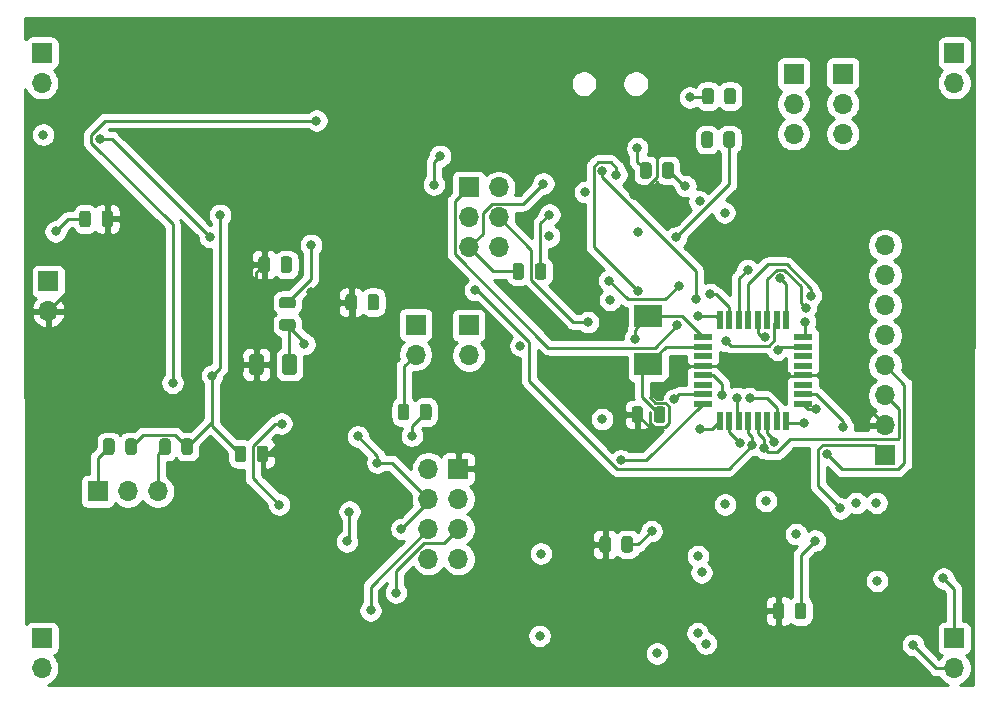
<source format=gbr>
G04 #@! TF.GenerationSoftware,KiCad,Pcbnew,(5.1.6)-1*
G04 #@! TF.CreationDate,2020-10-15T22:30:15-04:00*
G04 #@! TF.ProjectId,electronique_drone,656c6563-7472-46f6-9e69-7175655f6472,3*
G04 #@! TF.SameCoordinates,Original*
G04 #@! TF.FileFunction,Copper,L4,Bot*
G04 #@! TF.FilePolarity,Positive*
%FSLAX46Y46*%
G04 Gerber Fmt 4.6, Leading zero omitted, Abs format (unit mm)*
G04 Created by KiCad (PCBNEW (5.1.6)-1) date 2020-10-15 22:30:15*
%MOMM*%
%LPD*%
G01*
G04 APERTURE LIST*
G04 #@! TA.AperFunction,ComponentPad*
%ADD10R,1.700000X1.700000*%
G04 #@! TD*
G04 #@! TA.AperFunction,ComponentPad*
%ADD11O,1.700000X1.700000*%
G04 #@! TD*
G04 #@! TA.AperFunction,SMDPad,CuDef*
%ADD12R,1.600000X0.550000*%
G04 #@! TD*
G04 #@! TA.AperFunction,SMDPad,CuDef*
%ADD13R,0.550000X1.600000*%
G04 #@! TD*
G04 #@! TA.AperFunction,SMDPad,CuDef*
%ADD14R,2.400000X1.900000*%
G04 #@! TD*
G04 #@! TA.AperFunction,ViaPad*
%ADD15C,0.800000*%
G04 #@! TD*
G04 #@! TA.AperFunction,Conductor*
%ADD16C,0.250000*%
G04 #@! TD*
G04 #@! TA.AperFunction,Conductor*
%ADD17C,0.254000*%
G04 #@! TD*
G04 APERTURE END LIST*
D10*
X66875660Y-86992460D03*
D11*
X66875660Y-89532460D03*
G04 #@! TA.AperFunction,SMDPad,CuDef*
G36*
G01*
X69524820Y-82175670D02*
X69524820Y-81263170D01*
G75*
G02*
X69768570Y-81019420I243750J0D01*
G01*
X70256070Y-81019420D01*
G75*
G02*
X70499820Y-81263170I0J-243750D01*
G01*
X70499820Y-82175670D01*
G75*
G02*
X70256070Y-82419420I-243750J0D01*
G01*
X69768570Y-82419420D01*
G75*
G02*
X69524820Y-82175670I0J243750D01*
G01*
G37*
G04 #@! TD.AperFunction*
G04 #@! TA.AperFunction,SMDPad,CuDef*
G36*
G01*
X71399820Y-82175670D02*
X71399820Y-81263170D01*
G75*
G02*
X71643570Y-81019420I243750J0D01*
G01*
X72131070Y-81019420D01*
G75*
G02*
X72374820Y-81263170I0J-243750D01*
G01*
X72374820Y-82175670D01*
G75*
G02*
X72131070Y-82419420I-243750J0D01*
G01*
X71643570Y-82419420D01*
G75*
G02*
X71399820Y-82175670I0J243750D01*
G01*
G37*
G04 #@! TD.AperFunction*
G04 #@! TA.AperFunction,SMDPad,CuDef*
G36*
G01*
X85653460Y-85131590D02*
X85653460Y-86044090D01*
G75*
G02*
X85409710Y-86287840I-243750J0D01*
G01*
X84922210Y-86287840D01*
G75*
G02*
X84678460Y-86044090I0J243750D01*
G01*
X84678460Y-85131590D01*
G75*
G02*
X84922210Y-84887840I243750J0D01*
G01*
X85409710Y-84887840D01*
G75*
G02*
X85653460Y-85131590I0J-243750D01*
G01*
G37*
G04 #@! TD.AperFunction*
G04 #@! TA.AperFunction,SMDPad,CuDef*
G36*
G01*
X87528460Y-85131590D02*
X87528460Y-86044090D01*
G75*
G02*
X87284710Y-86287840I-243750J0D01*
G01*
X86797210Y-86287840D01*
G75*
G02*
X86553460Y-86044090I0J243750D01*
G01*
X86553460Y-85131590D01*
G75*
G02*
X86797210Y-84887840I243750J0D01*
G01*
X87284710Y-84887840D01*
G75*
G02*
X87528460Y-85131590I0J-243750D01*
G01*
G37*
G04 #@! TD.AperFunction*
G04 #@! TA.AperFunction,SMDPad,CuDef*
G36*
G01*
X82661700Y-102056250D02*
X82661700Y-101143750D01*
G75*
G02*
X82905450Y-100900000I243750J0D01*
G01*
X83392950Y-100900000D01*
G75*
G02*
X83636700Y-101143750I0J-243750D01*
G01*
X83636700Y-102056250D01*
G75*
G02*
X83392950Y-102300000I-243750J0D01*
G01*
X82905450Y-102300000D01*
G75*
G02*
X82661700Y-102056250I0J243750D01*
G01*
G37*
G04 #@! TD.AperFunction*
G04 #@! TA.AperFunction,SMDPad,CuDef*
G36*
G01*
X84536700Y-102056250D02*
X84536700Y-101143750D01*
G75*
G02*
X84780450Y-100900000I243750J0D01*
G01*
X85267950Y-100900000D01*
G75*
G02*
X85511700Y-101143750I0J-243750D01*
G01*
X85511700Y-102056250D01*
G75*
G02*
X85267950Y-102300000I-243750J0D01*
G01*
X84780450Y-102300000D01*
G75*
G02*
X84536700Y-102056250I0J243750D01*
G01*
G37*
G04 #@! TD.AperFunction*
G04 #@! TA.AperFunction,SMDPad,CuDef*
G36*
G01*
X117263760Y-97831590D02*
X117263760Y-98744090D01*
G75*
G02*
X117020010Y-98987840I-243750J0D01*
G01*
X116532510Y-98987840D01*
G75*
G02*
X116288760Y-98744090I0J243750D01*
G01*
X116288760Y-97831590D01*
G75*
G02*
X116532510Y-97587840I243750J0D01*
G01*
X117020010Y-97587840D01*
G75*
G02*
X117263760Y-97831590I0J-243750D01*
G01*
G37*
G04 #@! TD.AperFunction*
G04 #@! TA.AperFunction,SMDPad,CuDef*
G36*
G01*
X119138760Y-97831590D02*
X119138760Y-98744090D01*
G75*
G02*
X118895010Y-98987840I-243750J0D01*
G01*
X118407510Y-98987840D01*
G75*
G02*
X118163760Y-98744090I0J243750D01*
G01*
X118163760Y-97831590D01*
G75*
G02*
X118407510Y-97587840I243750J0D01*
G01*
X118895010Y-97587840D01*
G75*
G02*
X119138760Y-97831590I0J-243750D01*
G01*
G37*
G04 #@! TD.AperFunction*
G04 #@! TA.AperFunction,SMDPad,CuDef*
G36*
G01*
X107177180Y-85698010D02*
X107177180Y-86610510D01*
G75*
G02*
X106933430Y-86854260I-243750J0D01*
G01*
X106445930Y-86854260D01*
G75*
G02*
X106202180Y-86610510I0J243750D01*
G01*
X106202180Y-85698010D01*
G75*
G02*
X106445930Y-85454260I243750J0D01*
G01*
X106933430Y-85454260D01*
G75*
G02*
X107177180Y-85698010I0J-243750D01*
G01*
G37*
G04 #@! TD.AperFunction*
G04 #@! TA.AperFunction,SMDPad,CuDef*
G36*
G01*
X109052180Y-85698010D02*
X109052180Y-86610510D01*
G75*
G02*
X108808430Y-86854260I-243750J0D01*
G01*
X108320930Y-86854260D01*
G75*
G02*
X108077180Y-86610510I0J243750D01*
G01*
X108077180Y-85698010D01*
G75*
G02*
X108320930Y-85454260I243750J0D01*
G01*
X108808430Y-85454260D01*
G75*
G02*
X109052180Y-85698010I0J-243750D01*
G01*
G37*
G04 #@! TD.AperFunction*
G04 #@! TA.AperFunction,SMDPad,CuDef*
G36*
G01*
X113545320Y-109724510D02*
X113545320Y-108812010D01*
G75*
G02*
X113789070Y-108568260I243750J0D01*
G01*
X114276570Y-108568260D01*
G75*
G02*
X114520320Y-108812010I0J-243750D01*
G01*
X114520320Y-109724510D01*
G75*
G02*
X114276570Y-109968260I-243750J0D01*
G01*
X113789070Y-109968260D01*
G75*
G02*
X113545320Y-109724510I0J243750D01*
G01*
G37*
G04 #@! TD.AperFunction*
G04 #@! TA.AperFunction,SMDPad,CuDef*
G36*
G01*
X115420320Y-109724510D02*
X115420320Y-108812010D01*
G75*
G02*
X115664070Y-108568260I243750J0D01*
G01*
X116151570Y-108568260D01*
G75*
G02*
X116395320Y-108812010I0J-243750D01*
G01*
X116395320Y-109724510D01*
G75*
G02*
X116151570Y-109968260I-243750J0D01*
G01*
X115664070Y-109968260D01*
G75*
G02*
X115420320Y-109724510I0J243750D01*
G01*
G37*
G04 #@! TD.AperFunction*
G04 #@! TA.AperFunction,SMDPad,CuDef*
G36*
G01*
X128229540Y-115365850D02*
X128229540Y-114453350D01*
G75*
G02*
X128473290Y-114209600I243750J0D01*
G01*
X128960790Y-114209600D01*
G75*
G02*
X129204540Y-114453350I0J-243750D01*
G01*
X129204540Y-115365850D01*
G75*
G02*
X128960790Y-115609600I-243750J0D01*
G01*
X128473290Y-115609600D01*
G75*
G02*
X128229540Y-115365850I0J243750D01*
G01*
G37*
G04 #@! TD.AperFunction*
G04 #@! TA.AperFunction,SMDPad,CuDef*
G36*
G01*
X130104540Y-115365850D02*
X130104540Y-114453350D01*
G75*
G02*
X130348290Y-114209600I243750J0D01*
G01*
X130835790Y-114209600D01*
G75*
G02*
X131079540Y-114453350I0J-243750D01*
G01*
X131079540Y-115365850D01*
G75*
G02*
X130835790Y-115609600I-243750J0D01*
G01*
X130348290Y-115609600D01*
G75*
G02*
X130104540Y-115365850I0J243750D01*
G01*
G37*
G04 #@! TD.AperFunction*
G04 #@! TA.AperFunction,SMDPad,CuDef*
G36*
G01*
X117972420Y-77155990D02*
X117972420Y-78068490D01*
G75*
G02*
X117728670Y-78312240I-243750J0D01*
G01*
X117241170Y-78312240D01*
G75*
G02*
X116997420Y-78068490I0J243750D01*
G01*
X116997420Y-77155990D01*
G75*
G02*
X117241170Y-76912240I243750J0D01*
G01*
X117728670Y-76912240D01*
G75*
G02*
X117972420Y-77155990I0J-243750D01*
G01*
G37*
G04 #@! TD.AperFunction*
G04 #@! TA.AperFunction,SMDPad,CuDef*
G36*
G01*
X119847420Y-77155990D02*
X119847420Y-78068490D01*
G75*
G02*
X119603670Y-78312240I-243750J0D01*
G01*
X119116170Y-78312240D01*
G75*
G02*
X118872420Y-78068490I0J243750D01*
G01*
X118872420Y-77155990D01*
G75*
G02*
X119116170Y-76912240I243750J0D01*
G01*
X119603670Y-76912240D01*
G75*
G02*
X119847420Y-77155990I0J-243750D01*
G01*
G37*
G04 #@! TD.AperFunction*
G04 #@! TA.AperFunction,SMDPad,CuDef*
G36*
G01*
X98364460Y-98520570D02*
X98364460Y-97608070D01*
G75*
G02*
X98608210Y-97364320I243750J0D01*
G01*
X99095710Y-97364320D01*
G75*
G02*
X99339460Y-97608070I0J-243750D01*
G01*
X99339460Y-98520570D01*
G75*
G02*
X99095710Y-98764320I-243750J0D01*
G01*
X98608210Y-98764320D01*
G75*
G02*
X98364460Y-98520570I0J243750D01*
G01*
G37*
G04 #@! TD.AperFunction*
G04 #@! TA.AperFunction,SMDPad,CuDef*
G36*
G01*
X96489460Y-98520570D02*
X96489460Y-97608070D01*
G75*
G02*
X96733210Y-97364320I243750J0D01*
G01*
X97220710Y-97364320D01*
G75*
G02*
X97464460Y-97608070I0J-243750D01*
G01*
X97464460Y-98520570D01*
G75*
G02*
X97220710Y-98764320I-243750J0D01*
G01*
X96733210Y-98764320D01*
G75*
G02*
X96489460Y-98520570I0J243750D01*
G01*
G37*
G04 #@! TD.AperFunction*
D10*
X102481380Y-79049880D03*
D11*
X105021380Y-79049880D03*
X102481380Y-81589880D03*
X105021380Y-81589880D03*
X102481380Y-84129880D03*
X105021380Y-84129880D03*
D10*
X71074280Y-104782620D03*
D11*
X73614280Y-104782620D03*
X76154280Y-104782620D03*
D10*
X129989580Y-69435980D03*
D11*
X129989580Y-71975980D03*
X129989580Y-74515980D03*
X134167880Y-74503280D03*
X134167880Y-71963280D03*
D10*
X134167880Y-69423280D03*
D11*
X102494080Y-93258640D03*
D10*
X102494080Y-90718640D03*
X97988120Y-90655140D03*
D11*
X97988120Y-93195140D03*
X66354960Y-70203060D03*
D10*
X66354960Y-67663060D03*
X143583660Y-67663060D03*
D11*
X143583660Y-70203060D03*
X66354960Y-119753380D03*
D10*
X66354960Y-117213380D03*
X143583660Y-117213380D03*
D11*
X143583660Y-119753380D03*
G04 #@! TA.AperFunction,SMDPad,CuDef*
G36*
G01*
X76281220Y-101454270D02*
X76281220Y-100541770D01*
G75*
G02*
X76524970Y-100298020I243750J0D01*
G01*
X77012470Y-100298020D01*
G75*
G02*
X77256220Y-100541770I0J-243750D01*
G01*
X77256220Y-101454270D01*
G75*
G02*
X77012470Y-101698020I-243750J0D01*
G01*
X76524970Y-101698020D01*
G75*
G02*
X76281220Y-101454270I0J243750D01*
G01*
G37*
G04 #@! TD.AperFunction*
G04 #@! TA.AperFunction,SMDPad,CuDef*
G36*
G01*
X78156220Y-101454270D02*
X78156220Y-100541770D01*
G75*
G02*
X78399970Y-100298020I243750J0D01*
G01*
X78887470Y-100298020D01*
G75*
G02*
X79131220Y-100541770I0J-243750D01*
G01*
X79131220Y-101454270D01*
G75*
G02*
X78887470Y-101698020I-243750J0D01*
G01*
X78399970Y-101698020D01*
G75*
G02*
X78156220Y-101454270I0J243750D01*
G01*
G37*
G04 #@! TD.AperFunction*
G04 #@! TA.AperFunction,SMDPad,CuDef*
G36*
G01*
X93919460Y-89224170D02*
X93919460Y-88311670D01*
G75*
G02*
X94163210Y-88067920I243750J0D01*
G01*
X94650710Y-88067920D01*
G75*
G02*
X94894460Y-88311670I0J-243750D01*
G01*
X94894460Y-89224170D01*
G75*
G02*
X94650710Y-89467920I-243750J0D01*
G01*
X94163210Y-89467920D01*
G75*
G02*
X93919460Y-89224170I0J243750D01*
G01*
G37*
G04 #@! TD.AperFunction*
G04 #@! TA.AperFunction,SMDPad,CuDef*
G36*
G01*
X92044460Y-89224170D02*
X92044460Y-88311670D01*
G75*
G02*
X92288210Y-88067920I243750J0D01*
G01*
X92775710Y-88067920D01*
G75*
G02*
X93019460Y-88311670I0J-243750D01*
G01*
X93019460Y-89224170D01*
G75*
G02*
X92775710Y-89467920I-243750J0D01*
G01*
X92288210Y-89467920D01*
G75*
G02*
X92044460Y-89224170I0J243750D01*
G01*
G37*
G04 #@! TD.AperFunction*
G04 #@! TA.AperFunction,SMDPad,CuDef*
G36*
G01*
X87585870Y-91168280D02*
X86673370Y-91168280D01*
G75*
G02*
X86429620Y-90924530I0J243750D01*
G01*
X86429620Y-90437030D01*
G75*
G02*
X86673370Y-90193280I243750J0D01*
G01*
X87585870Y-90193280D01*
G75*
G02*
X87829620Y-90437030I0J-243750D01*
G01*
X87829620Y-90924530D01*
G75*
G02*
X87585870Y-91168280I-243750J0D01*
G01*
G37*
G04 #@! TD.AperFunction*
G04 #@! TA.AperFunction,SMDPad,CuDef*
G36*
G01*
X87585870Y-89293280D02*
X86673370Y-89293280D01*
G75*
G02*
X86429620Y-89049530I0J243750D01*
G01*
X86429620Y-88562030D01*
G75*
G02*
X86673370Y-88318280I243750J0D01*
G01*
X87585870Y-88318280D01*
G75*
G02*
X87829620Y-88562030I0J-243750D01*
G01*
X87829620Y-89049530D01*
G75*
G02*
X87585870Y-89293280I-243750J0D01*
G01*
G37*
G04 #@! TD.AperFunction*
G04 #@! TA.AperFunction,SMDPad,CuDef*
G36*
G01*
X87935420Y-93413420D02*
X87935420Y-94663420D01*
G75*
G02*
X87685420Y-94913420I-250000J0D01*
G01*
X86935420Y-94913420D01*
G75*
G02*
X86685420Y-94663420I0J250000D01*
G01*
X86685420Y-93413420D01*
G75*
G02*
X86935420Y-93163420I250000J0D01*
G01*
X87685420Y-93163420D01*
G75*
G02*
X87935420Y-93413420I0J-250000D01*
G01*
G37*
G04 #@! TD.AperFunction*
G04 #@! TA.AperFunction,SMDPad,CuDef*
G36*
G01*
X85135420Y-93413420D02*
X85135420Y-94663420D01*
G75*
G02*
X84885420Y-94913420I-250000J0D01*
G01*
X84135420Y-94913420D01*
G75*
G02*
X83885420Y-94663420I0J250000D01*
G01*
X83885420Y-93413420D01*
G75*
G02*
X84135420Y-93163420I250000J0D01*
G01*
X84885420Y-93163420D01*
G75*
G02*
X85135420Y-93413420I0J-250000D01*
G01*
G37*
G04 #@! TD.AperFunction*
G04 #@! TA.AperFunction,SMDPad,CuDef*
G36*
G01*
X73411740Y-101441570D02*
X73411740Y-100529070D01*
G75*
G02*
X73655490Y-100285320I243750J0D01*
G01*
X74142990Y-100285320D01*
G75*
G02*
X74386740Y-100529070I0J-243750D01*
G01*
X74386740Y-101441570D01*
G75*
G02*
X74142990Y-101685320I-243750J0D01*
G01*
X73655490Y-101685320D01*
G75*
G02*
X73411740Y-101441570I0J243750D01*
G01*
G37*
G04 #@! TD.AperFunction*
G04 #@! TA.AperFunction,SMDPad,CuDef*
G36*
G01*
X71536740Y-101441570D02*
X71536740Y-100529070D01*
G75*
G02*
X71780490Y-100285320I243750J0D01*
G01*
X72267990Y-100285320D01*
G75*
G02*
X72511740Y-100529070I0J-243750D01*
G01*
X72511740Y-101441570D01*
G75*
G02*
X72267990Y-101685320I-243750J0D01*
G01*
X71780490Y-101685320D01*
G75*
G02*
X71536740Y-101441570I0J243750D01*
G01*
G37*
G04 #@! TD.AperFunction*
G04 #@! TA.AperFunction,SMDPad,CuDef*
G36*
G01*
X125100140Y-70866950D02*
X125100140Y-71779450D01*
G75*
G02*
X124856390Y-72023200I-243750J0D01*
G01*
X124368890Y-72023200D01*
G75*
G02*
X124125140Y-71779450I0J243750D01*
G01*
X124125140Y-70866950D01*
G75*
G02*
X124368890Y-70623200I243750J0D01*
G01*
X124856390Y-70623200D01*
G75*
G02*
X125100140Y-70866950I0J-243750D01*
G01*
G37*
G04 #@! TD.AperFunction*
G04 #@! TA.AperFunction,SMDPad,CuDef*
G36*
G01*
X123225140Y-70866950D02*
X123225140Y-71779450D01*
G75*
G02*
X122981390Y-72023200I-243750J0D01*
G01*
X122493890Y-72023200D01*
G75*
G02*
X122250140Y-71779450I0J243750D01*
G01*
X122250140Y-70866950D01*
G75*
G02*
X122493890Y-70623200I243750J0D01*
G01*
X122981390Y-70623200D01*
G75*
G02*
X123225140Y-70866950I0J-243750D01*
G01*
G37*
G04 #@! TD.AperFunction*
G04 #@! TA.AperFunction,SMDPad,CuDef*
G36*
G01*
X124056320Y-75452290D02*
X124056320Y-74539790D01*
G75*
G02*
X124300070Y-74296040I243750J0D01*
G01*
X124787570Y-74296040D01*
G75*
G02*
X125031320Y-74539790I0J-243750D01*
G01*
X125031320Y-75452290D01*
G75*
G02*
X124787570Y-75696040I-243750J0D01*
G01*
X124300070Y-75696040D01*
G75*
G02*
X124056320Y-75452290I0J243750D01*
G01*
G37*
G04 #@! TD.AperFunction*
G04 #@! TA.AperFunction,SMDPad,CuDef*
G36*
G01*
X122181320Y-75452290D02*
X122181320Y-74539790D01*
G75*
G02*
X122425070Y-74296040I243750J0D01*
G01*
X122912570Y-74296040D01*
G75*
G02*
X123156320Y-74539790I0J-243750D01*
G01*
X123156320Y-75452290D01*
G75*
G02*
X122912570Y-75696040I-243750J0D01*
G01*
X122425070Y-75696040D01*
G75*
G02*
X122181320Y-75452290I0J243750D01*
G01*
G37*
G04 #@! TD.AperFunction*
D12*
X122315660Y-97348960D03*
X122315660Y-96548960D03*
X122315660Y-95748960D03*
X122315660Y-94948960D03*
X122315660Y-94148960D03*
X122315660Y-93348960D03*
X122315660Y-92548960D03*
X122315660Y-91748960D03*
D13*
X123765660Y-90298960D03*
X124565660Y-90298960D03*
X125365660Y-90298960D03*
X126165660Y-90298960D03*
X126965660Y-90298960D03*
X127765660Y-90298960D03*
X128565660Y-90298960D03*
X129365660Y-90298960D03*
D12*
X130815660Y-91748960D03*
X130815660Y-92548960D03*
X130815660Y-93348960D03*
X130815660Y-94148960D03*
X130815660Y-94948960D03*
X130815660Y-95748960D03*
X130815660Y-96548960D03*
X130815660Y-97348960D03*
D13*
X129365660Y-98798960D03*
X128565660Y-98798960D03*
X127765660Y-98798960D03*
X126965660Y-98798960D03*
X126165660Y-98798960D03*
X125365660Y-98798960D03*
X124565660Y-98798960D03*
X123765660Y-98798960D03*
D10*
X137731500Y-101742240D03*
D11*
X137731500Y-99202240D03*
X137731500Y-96662240D03*
X137731500Y-94122240D03*
X137731500Y-91582240D03*
X137731500Y-89042240D03*
X137731500Y-86502240D03*
X137731500Y-83962240D03*
D10*
X101610160Y-102875080D03*
D11*
X99070160Y-102875080D03*
X101610160Y-105415080D03*
X99070160Y-105415080D03*
X101610160Y-107955080D03*
X99070160Y-107955080D03*
X101610160Y-110495080D03*
X99070160Y-110495080D03*
D14*
X117701060Y-94038640D03*
X117701060Y-89938640D03*
D15*
X67505580Y-82778600D03*
X71272400Y-79756000D03*
X92531960Y-88767920D03*
X89094506Y-87918486D03*
X85024200Y-101600000D03*
X83014820Y-80012540D03*
X80342740Y-88331040D03*
X113781840Y-96799160D03*
X128691640Y-94978220D03*
X114032820Y-109268260D03*
X126108460Y-114432080D03*
X118399560Y-76080620D03*
X116456460Y-79695040D03*
X120115500Y-81950560D03*
X123746260Y-82961480D03*
X87040960Y-85587840D03*
X87129620Y-88805780D03*
X89143840Y-83913980D03*
X80561180Y-83225640D03*
X71234300Y-74932540D03*
X77411580Y-95592900D03*
X89598500Y-73383140D03*
X120840500Y-78933040D03*
X128640840Y-92801440D03*
X123904167Y-96595773D03*
X117970300Y-108155740D03*
X131800600Y-108955840D03*
X133954520Y-106225340D03*
X113781840Y-98674160D03*
X93093540Y-100121720D03*
X94744540Y-102346760D03*
X96781620Y-107950000D03*
X114368580Y-86944200D03*
X120279160Y-87353140D03*
X116552980Y-91887040D03*
X108800900Y-78729840D03*
X126493044Y-100866045D03*
X103040180Y-87734140D03*
X109321600Y-81343240D03*
X116758720Y-75719940D03*
X108496100Y-117015260D03*
X121881900Y-110269020D03*
X122565160Y-117678200D03*
X140108940Y-117772180D03*
X97675700Y-100070920D03*
X92392500Y-106499660D03*
X92161360Y-109024420D03*
X114983260Y-77957680D03*
X116792692Y-87805260D03*
X113794540Y-77630020D03*
X121696480Y-88463120D03*
X120096280Y-90737274D03*
X128869440Y-86741000D03*
X114454940Y-88574880D03*
X130942080Y-90408760D03*
X124282200Y-92057220D03*
X112572800Y-90446860D03*
X125188980Y-96855280D03*
X125463299Y-100667820D03*
X106865420Y-92450920D03*
X108587540Y-110050580D03*
X66461160Y-74584560D03*
X121864120Y-116791740D03*
X122204480Y-111635540D03*
X142681960Y-112158780D03*
X88577420Y-92323920D03*
X94406960Y-88767920D03*
X122036840Y-80223360D03*
X112344539Y-79456280D03*
X124152660Y-81180940D03*
X109289680Y-83185000D03*
X127467613Y-101090187D03*
X128362362Y-100643591D03*
X132796280Y-101584760D03*
X122087640Y-99491800D03*
X96311720Y-113355120D03*
X94173040Y-114851180D03*
X115374420Y-102148640D03*
X119884801Y-96991726D03*
X118427552Y-118501108D03*
X121925080Y-89933780D03*
X124190760Y-105887520D03*
X122897900Y-88074500D03*
X126098300Y-86015990D03*
X131465320Y-88198960D03*
X137055860Y-112351820D03*
X127543560Y-91706700D03*
X131023360Y-89227660D03*
X81447640Y-81376520D03*
X80766920Y-94985840D03*
X86438740Y-105897680D03*
X86644480Y-99039680D03*
X130215640Y-108399580D03*
X134162800Y-99367340D03*
X136997440Y-105755440D03*
X131878082Y-97778883D03*
X135295640Y-105770680D03*
X130840480Y-99026980D03*
X100063300Y-76380340D03*
X99537520Y-78808580D03*
X124612640Y-71323200D03*
X122668820Y-74996040D03*
X127650240Y-105577640D03*
X126263400Y-96890840D03*
X116794280Y-82818811D03*
X121208800Y-71424800D03*
X120058180Y-83268820D03*
D16*
X68564760Y-81719420D02*
X70012320Y-81719420D01*
X67505580Y-82778600D02*
X68564760Y-81719420D01*
X71887320Y-84520800D02*
X71887320Y-81719420D01*
X66875660Y-89532460D02*
X71887320Y-84520800D01*
X71887320Y-81719420D02*
X71887320Y-80370920D01*
X71887320Y-80370920D02*
X71272400Y-79756000D01*
X84510420Y-86243380D02*
X85165960Y-85587840D01*
X84510420Y-94038420D02*
X84510420Y-86243380D01*
X92531960Y-88767920D02*
X89943940Y-88767920D01*
X89943940Y-88767920D02*
X89094506Y-87918486D01*
X92747810Y-88983770D02*
X92531960Y-88767920D01*
X92747810Y-94363890D02*
X92747810Y-88983770D01*
X85511700Y-101600000D02*
X92747810Y-94363890D01*
X85024200Y-101600000D02*
X85511700Y-101600000D01*
X85165960Y-82163680D02*
X85165960Y-85587840D01*
X83014820Y-80012540D02*
X85165960Y-82163680D01*
X116776260Y-98287840D02*
X115270520Y-98287840D01*
X115270520Y-98287840D02*
X113781840Y-96799160D01*
X133478220Y-94948960D02*
X130815660Y-94948960D01*
X137731500Y-99202240D02*
X133478220Y-94948960D01*
X130786400Y-94978220D02*
X130815660Y-94948960D01*
X128691640Y-94978220D02*
X130786400Y-94978220D01*
X127862380Y-94148960D02*
X122315660Y-94148960D01*
X128691640Y-94978220D02*
X127862380Y-94148960D01*
X116776260Y-98287840D02*
X117801270Y-99312850D01*
X119130600Y-97262830D02*
X118262660Y-97262830D01*
X121265660Y-94148960D02*
X122315660Y-94148960D01*
X121190659Y-94223961D02*
X121265660Y-94148960D01*
X120355239Y-94223961D02*
X121190659Y-94223961D01*
X117801270Y-99312850D02*
X117801270Y-98074260D01*
X117801270Y-98074260D02*
X117838750Y-98111740D01*
X119463770Y-98979680D02*
X119463770Y-97596000D01*
X119130600Y-99312850D02*
X119463770Y-98979680D01*
X117838750Y-98111740D02*
X117838750Y-98979680D01*
X117838750Y-98979680D02*
X118171920Y-99312850D01*
X118171920Y-99312850D02*
X119130600Y-99312850D01*
X119463770Y-97596000D02*
X119130600Y-97262830D01*
X118262660Y-97262830D02*
X117801270Y-96801440D01*
X117801270Y-96801440D02*
X117801270Y-96777930D01*
X117801270Y-96777930D02*
X120355239Y-94223961D01*
X128717040Y-114909600D02*
X126585980Y-114909600D01*
X126585980Y-114909600D02*
X126108460Y-114432080D01*
X116906470Y-79695040D02*
X116456460Y-79695040D01*
X118399560Y-76080620D02*
X118399560Y-78201950D01*
X118399560Y-78201950D02*
X116906470Y-79695040D01*
X87129620Y-88805780D02*
X89143840Y-86791560D01*
X89143840Y-86791560D02*
X89143840Y-83913980D01*
X80561180Y-83225640D02*
X72268080Y-74932540D01*
X72268080Y-74932540D02*
X71234300Y-74932540D01*
X77411580Y-82182822D02*
X70509299Y-75280541D01*
X77411580Y-95592900D02*
X77411580Y-82182822D01*
X71710698Y-73383140D02*
X89598500Y-73383140D01*
X70509299Y-74584539D02*
X71710698Y-73383140D01*
X70509299Y-75280541D02*
X70509299Y-74584539D01*
X120680720Y-78933040D02*
X119359920Y-77612240D01*
X120840500Y-78933040D02*
X120680720Y-78933040D01*
X128893320Y-92548960D02*
X130815660Y-92548960D01*
X128640840Y-92801440D02*
X128893320Y-92548960D01*
X123175662Y-94948960D02*
X122315660Y-94948960D01*
X123904167Y-95677465D02*
X123175662Y-94948960D01*
X123904167Y-96595773D02*
X123904167Y-95677465D01*
X115907820Y-109268260D02*
X116857780Y-109268260D01*
X116857780Y-109268260D02*
X117970300Y-108155740D01*
X130592040Y-114909600D02*
X130592040Y-110164400D01*
X130592040Y-110164400D02*
X131800600Y-108955840D01*
X136849019Y-100859759D02*
X137731500Y-101742240D01*
X132448279Y-100859759D02*
X136849019Y-100859759D01*
X132071279Y-104342099D02*
X132071279Y-101236759D01*
X132071279Y-101236759D02*
X132448279Y-100859759D01*
X133954520Y-106225340D02*
X132071279Y-104342099D01*
X93093540Y-100121720D02*
X94744540Y-101772720D01*
X94744540Y-101772720D02*
X94744540Y-102346760D01*
X96001840Y-102346760D02*
X99070160Y-105415080D01*
X94744540Y-102346760D02*
X96001840Y-102346760D01*
X99070160Y-105661460D02*
X99070160Y-105415080D01*
X96781620Y-107950000D02*
X99070160Y-105661460D01*
X119102039Y-88530261D02*
X120279160Y-87353140D01*
X114368580Y-86944200D02*
X115954641Y-88530261D01*
X115954641Y-88530261D02*
X119102039Y-88530261D01*
X119190740Y-92548960D02*
X122315660Y-92548960D01*
X117701060Y-94038640D02*
X119190740Y-92548960D01*
X117197059Y-94542641D02*
X117197059Y-96833639D01*
X117701060Y-94038640D02*
X117197059Y-94542641D01*
X117197059Y-96833639D02*
X118651260Y-98287840D01*
X120505340Y-89938640D02*
X122315660Y-91748960D01*
X117701060Y-89938640D02*
X120505340Y-89938640D01*
X116552980Y-91086720D02*
X117701060Y-89938640D01*
X116552980Y-91887040D02*
X116552980Y-91086720D01*
X103656381Y-82954879D02*
X102481380Y-84129880D01*
X104457379Y-80414879D02*
X103656381Y-81215877D01*
X107115861Y-80414879D02*
X104457379Y-80414879D01*
X103656381Y-81215877D02*
X103656381Y-82954879D01*
X108800900Y-78729840D02*
X107115861Y-80414879D01*
X104505760Y-86154260D02*
X106689680Y-86154260D01*
X102481380Y-84129880D02*
X104505760Y-86154260D01*
X126165660Y-98798960D02*
X126165660Y-99848960D01*
X126493044Y-100176344D02*
X126493044Y-100866045D01*
X126165660Y-99848960D02*
X126493044Y-100176344D01*
X103221642Y-87734140D02*
X103040180Y-87734140D01*
X124485448Y-102873641D02*
X115026419Y-102873641D01*
X126493044Y-100866045D02*
X124485448Y-102873641D01*
X107590421Y-95437643D02*
X107590421Y-92102919D01*
X115026419Y-102873641D02*
X107590421Y-95437643D01*
X107590421Y-92102919D02*
X103221642Y-87734140D01*
X108564680Y-86154260D02*
X108564680Y-82100160D01*
X108564680Y-82100160D02*
X109321600Y-81343240D01*
X116758720Y-76886040D02*
X117484920Y-77612240D01*
X116758720Y-75719940D02*
X116758720Y-76886040D01*
X142090140Y-119753380D02*
X143583660Y-119753380D01*
X140108940Y-117772180D02*
X142090140Y-119753380D01*
X96976960Y-94206300D02*
X97988120Y-93195140D01*
X96976960Y-98064320D02*
X96976960Y-94206300D01*
X97675700Y-99240580D02*
X98851960Y-98064320D01*
X97675700Y-100070920D02*
X97675700Y-99240580D01*
X92392500Y-106499660D02*
X92392500Y-108793280D01*
X92392500Y-108793280D02*
X92161360Y-109024420D01*
X113069539Y-84082107D02*
X116792692Y-87805260D01*
X114983260Y-77391995D02*
X114496284Y-76905019D01*
X114983260Y-77957680D02*
X114983260Y-77391995D01*
X114496284Y-76905019D02*
X113446539Y-76905019D01*
X113446539Y-76905019D02*
X113069539Y-77282019D01*
X113069539Y-77282019D02*
X113069539Y-84082107D01*
X121696480Y-86097645D02*
X121696480Y-88463120D01*
X113794540Y-77630020D02*
X113794540Y-78195705D01*
X113794540Y-78195705D02*
X121696480Y-86097645D01*
X102481380Y-79049880D02*
X101306379Y-80224881D01*
X101306379Y-84693881D02*
X109224539Y-92612041D01*
X101306379Y-80224881D02*
X101306379Y-84693881D01*
X109224539Y-92612041D02*
X118221513Y-92612041D01*
X118221513Y-92612041D02*
X120096280Y-90737274D01*
X129365660Y-90298960D02*
X129365660Y-87237220D01*
X129365660Y-87237220D02*
X128869440Y-86741000D01*
X130942080Y-91622540D02*
X130815660Y-91748960D01*
X130942080Y-90408760D02*
X130942080Y-91622540D01*
X128365661Y-91957601D02*
X128365661Y-90498959D01*
X128365661Y-90498959D02*
X128565660Y-90298960D01*
X127891561Y-92431701D02*
X128365661Y-91957601D01*
X124282200Y-92057220D02*
X124656681Y-92431701D01*
X124656681Y-92431701D02*
X127891561Y-92431701D01*
X107752170Y-86846100D02*
X111352930Y-90446860D01*
X111352930Y-90446860D02*
X112572800Y-90446860D01*
X107752170Y-84320670D02*
X107752170Y-86846100D01*
X105021380Y-81589880D02*
X107752170Y-84320670D01*
X125188980Y-98622280D02*
X125365660Y-98798960D01*
X125188980Y-96855280D02*
X125188980Y-98622280D01*
X124565660Y-99770181D02*
X125463299Y-100667820D01*
X124565660Y-98798960D02*
X124565660Y-99770181D01*
X143583660Y-117213380D02*
X143583660Y-113060480D01*
X143583660Y-113060480D02*
X142681960Y-112158780D01*
X87310420Y-90861580D02*
X87129620Y-90680780D01*
X87310420Y-94038420D02*
X87310420Y-90861580D01*
X88577420Y-92128580D02*
X87129620Y-90680780D01*
X88577420Y-92323920D02*
X88577420Y-92128580D01*
X126965660Y-99848960D02*
X127467613Y-100350913D01*
X126965660Y-98798960D02*
X126965660Y-99848960D01*
X127467613Y-100350913D02*
X127467613Y-101090187D01*
X127867612Y-101490186D02*
X127467613Y-101090187D01*
X129701714Y-100377241D02*
X128588769Y-101490186D01*
X138824719Y-100377241D02*
X129701714Y-100377241D01*
X138906501Y-100295459D02*
X138824719Y-100377241D01*
X138906501Y-97837241D02*
X138906501Y-100295459D01*
X128588769Y-101490186D02*
X127867612Y-101490186D01*
X137731500Y-96662240D02*
X138906501Y-97837241D01*
X128362362Y-100445662D02*
X128362362Y-100643591D01*
X127765660Y-99848960D02*
X128362362Y-100445662D01*
X127765660Y-98798960D02*
X127765660Y-99848960D01*
X139356510Y-95747250D02*
X139356510Y-102402232D01*
X139356510Y-102402232D02*
X138841501Y-102917241D01*
X137731500Y-94122240D02*
X139356510Y-95747250D01*
X138841501Y-102917241D02*
X134128761Y-102917241D01*
X134128761Y-102917241D02*
X132796280Y-101584760D01*
X123072820Y-99491800D02*
X123765660Y-98798960D01*
X122087640Y-99491800D02*
X123072820Y-99491800D01*
X100435159Y-109130081D02*
X101610160Y-107955080D01*
X98696157Y-109130081D02*
X100435159Y-109130081D01*
X96311720Y-111514518D02*
X98696157Y-109130081D01*
X96311720Y-113355120D02*
X96311720Y-111514518D01*
X94173040Y-112852200D02*
X99070160Y-107955080D01*
X94173040Y-114851180D02*
X94173040Y-112852200D01*
X117515980Y-102148640D02*
X122315660Y-97348960D01*
X115374420Y-102148640D02*
X117515980Y-102148640D01*
X120327567Y-96548960D02*
X122315660Y-96548960D01*
X119884801Y-96991726D02*
X120327567Y-96548960D01*
X123400480Y-89933780D02*
X123765660Y-90298960D01*
X121925080Y-89933780D02*
X123400480Y-89933780D01*
X124565660Y-89176575D02*
X124565660Y-90298960D01*
X123463585Y-88074500D02*
X124565660Y-89176575D01*
X122897900Y-88074500D02*
X123463585Y-88074500D01*
X125365660Y-90298960D02*
X125365660Y-86748630D01*
X125365660Y-86748630D02*
X126098300Y-86015990D01*
X131465320Y-88198960D02*
X131465320Y-87627465D01*
X129403842Y-85565987D02*
X127815462Y-85565987D01*
X131465320Y-87627465D02*
X129403842Y-85565987D01*
X127815462Y-85565987D02*
X126165660Y-87215789D01*
X126165660Y-87215789D02*
X126165660Y-90298960D01*
X126965660Y-90298960D02*
X126965660Y-91348960D01*
X127323400Y-91706700D02*
X127543560Y-91706700D01*
X126965660Y-91348960D02*
X127323400Y-91706700D01*
X129217442Y-86015998D02*
X128559538Y-86015998D01*
X130623361Y-88827661D02*
X130623361Y-87421917D01*
X131023360Y-89227660D02*
X130623361Y-88827661D01*
X128559538Y-86015998D02*
X127765660Y-86809876D01*
X127765660Y-86809876D02*
X127765660Y-90298960D01*
X130623361Y-87421917D02*
X129217442Y-86015998D01*
X81447640Y-81376520D02*
X81447640Y-94305120D01*
X81447640Y-94305120D02*
X80766920Y-94985840D01*
X80766920Y-98874820D02*
X78643720Y-100998020D01*
X80766920Y-94985840D02*
X80766920Y-98874820D01*
X80766920Y-99217720D02*
X83149200Y-101600000D01*
X80766920Y-94985840D02*
X80766920Y-99217720D01*
X86080170Y-99039680D02*
X86644480Y-99039680D01*
X84211690Y-100908160D02*
X86080170Y-99039680D01*
X86438740Y-105897680D02*
X84211690Y-103670630D01*
X84211690Y-103670630D02*
X84211690Y-100908160D01*
X77618710Y-99973010D02*
X78643720Y-100998020D01*
X74911550Y-99973010D02*
X77618710Y-99973010D01*
X73899240Y-100985320D02*
X74911550Y-99973010D01*
X71074280Y-101935280D02*
X72024240Y-100985320D01*
X71074280Y-104782620D02*
X71074280Y-101935280D01*
X76154280Y-101612460D02*
X76768720Y-100998020D01*
X76154280Y-104782620D02*
X76154280Y-101612460D01*
X131910105Y-96548960D02*
X130815660Y-96548960D01*
X134162800Y-98801655D02*
X131910105Y-96548960D01*
X134162800Y-99367340D02*
X134162800Y-98801655D01*
X131245583Y-97778883D02*
X130815660Y-97348960D01*
X131878082Y-97778883D02*
X131245583Y-97778883D01*
X129593680Y-99026980D02*
X129365660Y-98798960D01*
X130840480Y-99026980D02*
X129593680Y-99026980D01*
X100063300Y-76380340D02*
X99537520Y-76906120D01*
X99537520Y-76906120D02*
X99537520Y-78808580D01*
X128565660Y-97748960D02*
X128565660Y-98798960D01*
X127707540Y-96890840D02*
X128565660Y-97748960D01*
X126263400Y-96890840D02*
X127707540Y-96890840D01*
X122636040Y-71424800D02*
X122737640Y-71323200D01*
X121208800Y-71424800D02*
X122636040Y-71424800D01*
X124543820Y-74996040D02*
X124543820Y-78783180D01*
X124543820Y-78783180D02*
X120058180Y-83268820D01*
D17*
G36*
X145220745Y-121154010D02*
G01*
X144083158Y-121153833D01*
X144287071Y-121069370D01*
X144530292Y-120906855D01*
X144737135Y-120700012D01*
X144899650Y-120456791D01*
X145011592Y-120186538D01*
X145068660Y-119899640D01*
X145068660Y-119607120D01*
X145011592Y-119320222D01*
X144899650Y-119049969D01*
X144737135Y-118806748D01*
X144605280Y-118674893D01*
X144677840Y-118652882D01*
X144788154Y-118593917D01*
X144884845Y-118514565D01*
X144964197Y-118417874D01*
X145023162Y-118307560D01*
X145059472Y-118187862D01*
X145071732Y-118063380D01*
X145071732Y-116363380D01*
X145059472Y-116238898D01*
X145023162Y-116119200D01*
X144964197Y-116008886D01*
X144884845Y-115912195D01*
X144788154Y-115832843D01*
X144677840Y-115773878D01*
X144558142Y-115737568D01*
X144433660Y-115725308D01*
X144343660Y-115725308D01*
X144343660Y-113097802D01*
X144347336Y-113060479D01*
X144343660Y-113023156D01*
X144343660Y-113023147D01*
X144332663Y-112911494D01*
X144289206Y-112768233D01*
X144218634Y-112636204D01*
X144123661Y-112520479D01*
X144094663Y-112496681D01*
X143716960Y-112118978D01*
X143716960Y-112056841D01*
X143677186Y-111856882D01*
X143599165Y-111668524D01*
X143485897Y-111499006D01*
X143341734Y-111354843D01*
X143172216Y-111241575D01*
X142983858Y-111163554D01*
X142783899Y-111123780D01*
X142580021Y-111123780D01*
X142380062Y-111163554D01*
X142191704Y-111241575D01*
X142022186Y-111354843D01*
X141878023Y-111499006D01*
X141764755Y-111668524D01*
X141686734Y-111856882D01*
X141646960Y-112056841D01*
X141646960Y-112260719D01*
X141686734Y-112460678D01*
X141764755Y-112649036D01*
X141878023Y-112818554D01*
X142022186Y-112962717D01*
X142191704Y-113075985D01*
X142380062Y-113154006D01*
X142580021Y-113193780D01*
X142642158Y-113193780D01*
X142823661Y-113375283D01*
X142823660Y-115725308D01*
X142733660Y-115725308D01*
X142609178Y-115737568D01*
X142489480Y-115773878D01*
X142379166Y-115832843D01*
X142282475Y-115912195D01*
X142203123Y-116008886D01*
X142144158Y-116119200D01*
X142107848Y-116238898D01*
X142095588Y-116363380D01*
X142095588Y-118063380D01*
X142107848Y-118187862D01*
X142144158Y-118307560D01*
X142203123Y-118417874D01*
X142282475Y-118514565D01*
X142379166Y-118593917D01*
X142489480Y-118652882D01*
X142562040Y-118674893D01*
X142430185Y-118806748D01*
X142345320Y-118933758D01*
X141143940Y-117732379D01*
X141143940Y-117670241D01*
X141104166Y-117470282D01*
X141026145Y-117281924D01*
X140912877Y-117112406D01*
X140768714Y-116968243D01*
X140599196Y-116854975D01*
X140410838Y-116776954D01*
X140210879Y-116737180D01*
X140007001Y-116737180D01*
X139807042Y-116776954D01*
X139618684Y-116854975D01*
X139449166Y-116968243D01*
X139305003Y-117112406D01*
X139191735Y-117281924D01*
X139113714Y-117470282D01*
X139073940Y-117670241D01*
X139073940Y-117874119D01*
X139113714Y-118074078D01*
X139191735Y-118262436D01*
X139305003Y-118431954D01*
X139449166Y-118576117D01*
X139618684Y-118689385D01*
X139807042Y-118767406D01*
X140007001Y-118807180D01*
X140069139Y-118807180D01*
X141526341Y-120264383D01*
X141550139Y-120293381D01*
X141579137Y-120317179D01*
X141665863Y-120388354D01*
X141793899Y-120456791D01*
X141797893Y-120458926D01*
X141941154Y-120502383D01*
X142052807Y-120513380D01*
X142052817Y-120513380D01*
X142090140Y-120517056D01*
X142127463Y-120513380D01*
X142305482Y-120513380D01*
X142430185Y-120700012D01*
X142637028Y-120906855D01*
X142880249Y-121069370D01*
X143083787Y-121153678D01*
X66883444Y-121141827D01*
X67058371Y-121069370D01*
X67301592Y-120906855D01*
X67508435Y-120700012D01*
X67670950Y-120456791D01*
X67782892Y-120186538D01*
X67839960Y-119899640D01*
X67839960Y-119607120D01*
X67782892Y-119320222D01*
X67670950Y-119049969D01*
X67508435Y-118806748D01*
X67376580Y-118674893D01*
X67449140Y-118652882D01*
X67559454Y-118593917D01*
X67656145Y-118514565D01*
X67735497Y-118417874D01*
X67745495Y-118399169D01*
X117392552Y-118399169D01*
X117392552Y-118603047D01*
X117432326Y-118803006D01*
X117510347Y-118991364D01*
X117623615Y-119160882D01*
X117767778Y-119305045D01*
X117937296Y-119418313D01*
X118125654Y-119496334D01*
X118325613Y-119536108D01*
X118529491Y-119536108D01*
X118729450Y-119496334D01*
X118917808Y-119418313D01*
X119087326Y-119305045D01*
X119231489Y-119160882D01*
X119344757Y-118991364D01*
X119422778Y-118803006D01*
X119462552Y-118603047D01*
X119462552Y-118399169D01*
X119422778Y-118199210D01*
X119344757Y-118010852D01*
X119231489Y-117841334D01*
X119087326Y-117697171D01*
X118917808Y-117583903D01*
X118729450Y-117505882D01*
X118529491Y-117466108D01*
X118325613Y-117466108D01*
X118125654Y-117505882D01*
X117937296Y-117583903D01*
X117767778Y-117697171D01*
X117623615Y-117841334D01*
X117510347Y-118010852D01*
X117432326Y-118199210D01*
X117392552Y-118399169D01*
X67745495Y-118399169D01*
X67794462Y-118307560D01*
X67830772Y-118187862D01*
X67843032Y-118063380D01*
X67843032Y-116913321D01*
X107461100Y-116913321D01*
X107461100Y-117117199D01*
X107500874Y-117317158D01*
X107578895Y-117505516D01*
X107692163Y-117675034D01*
X107836326Y-117819197D01*
X108005844Y-117932465D01*
X108194202Y-118010486D01*
X108394161Y-118050260D01*
X108598039Y-118050260D01*
X108797998Y-118010486D01*
X108986356Y-117932465D01*
X109155874Y-117819197D01*
X109300037Y-117675034D01*
X109413305Y-117505516D01*
X109491326Y-117317158D01*
X109531100Y-117117199D01*
X109531100Y-116913321D01*
X109491326Y-116713362D01*
X109481567Y-116689801D01*
X120829120Y-116689801D01*
X120829120Y-116893679D01*
X120868894Y-117093638D01*
X120946915Y-117281996D01*
X121060183Y-117451514D01*
X121204346Y-117595677D01*
X121373864Y-117708945D01*
X121530160Y-117773685D01*
X121530160Y-117780139D01*
X121569934Y-117980098D01*
X121647955Y-118168456D01*
X121761223Y-118337974D01*
X121905386Y-118482137D01*
X122074904Y-118595405D01*
X122263262Y-118673426D01*
X122463221Y-118713200D01*
X122667099Y-118713200D01*
X122867058Y-118673426D01*
X123055416Y-118595405D01*
X123224934Y-118482137D01*
X123369097Y-118337974D01*
X123482365Y-118168456D01*
X123560386Y-117980098D01*
X123600160Y-117780139D01*
X123600160Y-117576261D01*
X123560386Y-117376302D01*
X123482365Y-117187944D01*
X123369097Y-117018426D01*
X123224934Y-116874263D01*
X123055416Y-116760995D01*
X122899120Y-116696255D01*
X122899120Y-116689801D01*
X122859346Y-116489842D01*
X122781325Y-116301484D01*
X122668057Y-116131966D01*
X122523894Y-115987803D01*
X122354376Y-115874535D01*
X122166018Y-115796514D01*
X121966059Y-115756740D01*
X121762181Y-115756740D01*
X121562222Y-115796514D01*
X121373864Y-115874535D01*
X121204346Y-115987803D01*
X121060183Y-116131966D01*
X120946915Y-116301484D01*
X120868894Y-116489842D01*
X120829120Y-116689801D01*
X109481567Y-116689801D01*
X109413305Y-116525004D01*
X109300037Y-116355486D01*
X109155874Y-116211323D01*
X108986356Y-116098055D01*
X108797998Y-116020034D01*
X108598039Y-115980260D01*
X108394161Y-115980260D01*
X108194202Y-116020034D01*
X108005844Y-116098055D01*
X107836326Y-116211323D01*
X107692163Y-116355486D01*
X107578895Y-116525004D01*
X107500874Y-116713362D01*
X107461100Y-116913321D01*
X67843032Y-116913321D01*
X67843032Y-116363380D01*
X67830772Y-116238898D01*
X67794462Y-116119200D01*
X67735497Y-116008886D01*
X67656145Y-115912195D01*
X67559454Y-115832843D01*
X67449140Y-115773878D01*
X67329442Y-115737568D01*
X67204960Y-115725308D01*
X65504960Y-115725308D01*
X65380478Y-115737568D01*
X65260780Y-115773878D01*
X65150466Y-115832843D01*
X65053775Y-115912195D01*
X64976029Y-116006930D01*
X64971676Y-108922481D01*
X91126360Y-108922481D01*
X91126360Y-109126359D01*
X91166134Y-109326318D01*
X91244155Y-109514676D01*
X91357423Y-109684194D01*
X91501586Y-109828357D01*
X91671104Y-109941625D01*
X91859462Y-110019646D01*
X92059421Y-110059420D01*
X92263299Y-110059420D01*
X92463258Y-110019646D01*
X92651616Y-109941625D01*
X92821134Y-109828357D01*
X92965297Y-109684194D01*
X93078565Y-109514676D01*
X93156586Y-109326318D01*
X93196360Y-109126359D01*
X93196360Y-108922481D01*
X93156586Y-108722522D01*
X93152500Y-108712658D01*
X93152500Y-107203371D01*
X93196437Y-107159434D01*
X93309705Y-106989916D01*
X93387726Y-106801558D01*
X93427500Y-106601599D01*
X93427500Y-106397721D01*
X93387726Y-106197762D01*
X93309705Y-106009404D01*
X93196437Y-105839886D01*
X93052274Y-105695723D01*
X92882756Y-105582455D01*
X92694398Y-105504434D01*
X92494439Y-105464660D01*
X92290561Y-105464660D01*
X92090602Y-105504434D01*
X91902244Y-105582455D01*
X91732726Y-105695723D01*
X91588563Y-105839886D01*
X91475295Y-106009404D01*
X91397274Y-106197762D01*
X91357500Y-106397721D01*
X91357500Y-106601599D01*
X91397274Y-106801558D01*
X91475295Y-106989916D01*
X91588563Y-107159434D01*
X91632500Y-107203371D01*
X91632501Y-108133009D01*
X91501586Y-108220483D01*
X91357423Y-108364646D01*
X91244155Y-108534164D01*
X91166134Y-108722522D01*
X91126360Y-108922481D01*
X64971676Y-108922481D01*
X64968610Y-103932620D01*
X69586208Y-103932620D01*
X69586208Y-105632620D01*
X69598468Y-105757102D01*
X69634778Y-105876800D01*
X69693743Y-105987114D01*
X69773095Y-106083805D01*
X69869786Y-106163157D01*
X69980100Y-106222122D01*
X70099798Y-106258432D01*
X70224280Y-106270692D01*
X71924280Y-106270692D01*
X72048762Y-106258432D01*
X72168460Y-106222122D01*
X72278774Y-106163157D01*
X72375465Y-106083805D01*
X72454817Y-105987114D01*
X72513782Y-105876800D01*
X72535793Y-105804240D01*
X72667648Y-105936095D01*
X72910869Y-106098610D01*
X73181122Y-106210552D01*
X73468020Y-106267620D01*
X73760540Y-106267620D01*
X74047438Y-106210552D01*
X74317691Y-106098610D01*
X74560912Y-105936095D01*
X74767755Y-105729252D01*
X74884280Y-105554860D01*
X75000805Y-105729252D01*
X75207648Y-105936095D01*
X75450869Y-106098610D01*
X75721122Y-106210552D01*
X76008020Y-106267620D01*
X76300540Y-106267620D01*
X76587438Y-106210552D01*
X76857691Y-106098610D01*
X77100912Y-105936095D01*
X77307755Y-105729252D01*
X77470270Y-105486031D01*
X77582212Y-105215778D01*
X77639280Y-104928880D01*
X77639280Y-104636360D01*
X77582212Y-104349462D01*
X77470270Y-104079209D01*
X77307755Y-103835988D01*
X77100912Y-103629145D01*
X76914280Y-103504442D01*
X76914280Y-102336092D01*
X77012470Y-102336092D01*
X77184505Y-102319148D01*
X77349929Y-102268967D01*
X77502384Y-102187478D01*
X77636012Y-102077812D01*
X77706220Y-101992264D01*
X77776428Y-102077812D01*
X77910056Y-102187478D01*
X78062511Y-102268967D01*
X78227935Y-102319148D01*
X78399970Y-102336092D01*
X78887470Y-102336092D01*
X79059505Y-102319148D01*
X79224929Y-102268967D01*
X79377384Y-102187478D01*
X79511012Y-102077812D01*
X79620678Y-101944184D01*
X79702167Y-101791729D01*
X79752348Y-101626305D01*
X79769292Y-101454270D01*
X79769292Y-100947249D01*
X80595470Y-100121071D01*
X82023628Y-101549230D01*
X82023628Y-102056250D01*
X82040572Y-102228285D01*
X82090753Y-102393709D01*
X82172242Y-102546164D01*
X82281908Y-102679792D01*
X82415536Y-102789458D01*
X82567991Y-102870947D01*
X82733415Y-102921128D01*
X82905450Y-102938072D01*
X83392950Y-102938072D01*
X83451690Y-102932287D01*
X83451690Y-103633307D01*
X83448014Y-103670630D01*
X83451690Y-103707952D01*
X83451690Y-103707962D01*
X83462687Y-103819615D01*
X83492478Y-103917823D01*
X83506144Y-103962876D01*
X83576716Y-104094906D01*
X83616561Y-104143456D01*
X83671689Y-104210631D01*
X83700693Y-104234434D01*
X85403740Y-105937482D01*
X85403740Y-105999619D01*
X85443514Y-106199578D01*
X85521535Y-106387936D01*
X85634803Y-106557454D01*
X85778966Y-106701617D01*
X85948484Y-106814885D01*
X86136842Y-106892906D01*
X86336801Y-106932680D01*
X86540679Y-106932680D01*
X86740638Y-106892906D01*
X86928996Y-106814885D01*
X87098514Y-106701617D01*
X87242677Y-106557454D01*
X87355945Y-106387936D01*
X87433966Y-106199578D01*
X87473740Y-105999619D01*
X87473740Y-105795741D01*
X87433966Y-105595782D01*
X87355945Y-105407424D01*
X87242677Y-105237906D01*
X87098514Y-105093743D01*
X86928996Y-104980475D01*
X86740638Y-104902454D01*
X86540679Y-104862680D01*
X86478542Y-104862680D01*
X84971690Y-103355829D01*
X84971690Y-101727000D01*
X85151200Y-101727000D01*
X85151200Y-102776250D01*
X85309950Y-102935000D01*
X85511700Y-102938072D01*
X85636182Y-102925812D01*
X85755880Y-102889502D01*
X85866194Y-102830537D01*
X85962885Y-102751185D01*
X86042237Y-102654494D01*
X86101202Y-102544180D01*
X86137512Y-102424482D01*
X86149772Y-102300000D01*
X86146700Y-101885750D01*
X85987950Y-101727000D01*
X85151200Y-101727000D01*
X84971690Y-101727000D01*
X84971690Y-101453000D01*
X85151200Y-101453000D01*
X85151200Y-101473000D01*
X85987950Y-101473000D01*
X86146700Y-101314250D01*
X86149772Y-100900000D01*
X86137512Y-100775518D01*
X86101202Y-100655820D01*
X86042237Y-100545506D01*
X85962885Y-100448815D01*
X85866194Y-100369463D01*
X85839472Y-100355180D01*
X86213298Y-99981354D01*
X86342582Y-100034906D01*
X86542541Y-100074680D01*
X86746419Y-100074680D01*
X86946378Y-100034906D01*
X86982892Y-100019781D01*
X92058540Y-100019781D01*
X92058540Y-100223659D01*
X92098314Y-100423618D01*
X92176335Y-100611976D01*
X92289603Y-100781494D01*
X92433766Y-100925657D01*
X92603284Y-101038925D01*
X92791642Y-101116946D01*
X92991601Y-101156720D01*
X93053739Y-101156720D01*
X93805716Y-101908697D01*
X93749314Y-102044862D01*
X93709540Y-102244821D01*
X93709540Y-102448699D01*
X93749314Y-102648658D01*
X93827335Y-102837016D01*
X93940603Y-103006534D01*
X94084766Y-103150697D01*
X94254284Y-103263965D01*
X94442642Y-103341986D01*
X94642601Y-103381760D01*
X94846479Y-103381760D01*
X95046438Y-103341986D01*
X95234796Y-103263965D01*
X95404314Y-103150697D01*
X95448251Y-103106760D01*
X95687039Y-103106760D01*
X97628950Y-105048672D01*
X97585160Y-105268820D01*
X97585160Y-105561340D01*
X97642228Y-105848238D01*
X97690951Y-105965867D01*
X96741819Y-106915000D01*
X96679681Y-106915000D01*
X96479722Y-106954774D01*
X96291364Y-107032795D01*
X96121846Y-107146063D01*
X95977683Y-107290226D01*
X95864415Y-107459744D01*
X95786394Y-107648102D01*
X95746620Y-107848061D01*
X95746620Y-108051939D01*
X95786394Y-108251898D01*
X95864415Y-108440256D01*
X95977683Y-108609774D01*
X96121846Y-108753937D01*
X96291364Y-108867205D01*
X96479722Y-108945226D01*
X96679681Y-108985000D01*
X96883559Y-108985000D01*
X96985769Y-108964669D01*
X93662038Y-112288401D01*
X93633040Y-112312199D01*
X93609242Y-112341197D01*
X93609241Y-112341198D01*
X93538066Y-112427924D01*
X93467494Y-112559954D01*
X93424038Y-112703215D01*
X93409364Y-112852200D01*
X93413041Y-112889532D01*
X93413040Y-114147469D01*
X93369103Y-114191406D01*
X93255835Y-114360924D01*
X93177814Y-114549282D01*
X93138040Y-114749241D01*
X93138040Y-114953119D01*
X93177814Y-115153078D01*
X93255835Y-115341436D01*
X93369103Y-115510954D01*
X93513266Y-115655117D01*
X93682784Y-115768385D01*
X93871142Y-115846406D01*
X94071101Y-115886180D01*
X94274979Y-115886180D01*
X94474938Y-115846406D01*
X94663296Y-115768385D01*
X94832814Y-115655117D01*
X94878331Y-115609600D01*
X127591468Y-115609600D01*
X127603728Y-115734082D01*
X127640038Y-115853780D01*
X127699003Y-115964094D01*
X127778355Y-116060785D01*
X127875046Y-116140137D01*
X127985360Y-116199102D01*
X128105058Y-116235412D01*
X128229540Y-116247672D01*
X128431290Y-116244600D01*
X128590040Y-116085850D01*
X128590040Y-115036600D01*
X127753290Y-115036600D01*
X127594540Y-115195350D01*
X127591468Y-115609600D01*
X94878331Y-115609600D01*
X94976977Y-115510954D01*
X95090245Y-115341436D01*
X95168266Y-115153078D01*
X95208040Y-114953119D01*
X95208040Y-114749241D01*
X95168266Y-114549282D01*
X95090245Y-114360924D01*
X94976977Y-114191406D01*
X94933040Y-114147469D01*
X94933040Y-113167001D01*
X95551720Y-112548321D01*
X95551720Y-112651409D01*
X95507783Y-112695346D01*
X95394515Y-112864864D01*
X95316494Y-113053222D01*
X95276720Y-113253181D01*
X95276720Y-113457059D01*
X95316494Y-113657018D01*
X95394515Y-113845376D01*
X95507783Y-114014894D01*
X95651946Y-114159057D01*
X95821464Y-114272325D01*
X96009822Y-114350346D01*
X96209781Y-114390120D01*
X96413659Y-114390120D01*
X96613618Y-114350346D01*
X96801976Y-114272325D01*
X96895850Y-114209600D01*
X127591468Y-114209600D01*
X127594540Y-114623850D01*
X127753290Y-114782600D01*
X128590040Y-114782600D01*
X128590040Y-113733350D01*
X128844040Y-113733350D01*
X128844040Y-114782600D01*
X128864040Y-114782600D01*
X128864040Y-115036600D01*
X128844040Y-115036600D01*
X128844040Y-116085850D01*
X129002790Y-116244600D01*
X129204540Y-116247672D01*
X129329022Y-116235412D01*
X129448720Y-116199102D01*
X129559034Y-116140137D01*
X129655725Y-116060785D01*
X129719532Y-115983036D01*
X129724748Y-115989392D01*
X129858376Y-116099058D01*
X130010831Y-116180547D01*
X130176255Y-116230728D01*
X130348290Y-116247672D01*
X130835790Y-116247672D01*
X131007825Y-116230728D01*
X131173249Y-116180547D01*
X131325704Y-116099058D01*
X131459332Y-115989392D01*
X131568998Y-115855764D01*
X131650487Y-115703309D01*
X131700668Y-115537885D01*
X131717612Y-115365850D01*
X131717612Y-114453350D01*
X131700668Y-114281315D01*
X131650487Y-114115891D01*
X131568998Y-113963436D01*
X131459332Y-113829808D01*
X131352040Y-113741755D01*
X131352040Y-112249881D01*
X136020860Y-112249881D01*
X136020860Y-112453759D01*
X136060634Y-112653718D01*
X136138655Y-112842076D01*
X136251923Y-113011594D01*
X136396086Y-113155757D01*
X136565604Y-113269025D01*
X136753962Y-113347046D01*
X136953921Y-113386820D01*
X137157799Y-113386820D01*
X137357758Y-113347046D01*
X137546116Y-113269025D01*
X137715634Y-113155757D01*
X137859797Y-113011594D01*
X137973065Y-112842076D01*
X138051086Y-112653718D01*
X138090860Y-112453759D01*
X138090860Y-112249881D01*
X138051086Y-112049922D01*
X137973065Y-111861564D01*
X137859797Y-111692046D01*
X137715634Y-111547883D01*
X137546116Y-111434615D01*
X137357758Y-111356594D01*
X137157799Y-111316820D01*
X136953921Y-111316820D01*
X136753962Y-111356594D01*
X136565604Y-111434615D01*
X136396086Y-111547883D01*
X136251923Y-111692046D01*
X136138655Y-111861564D01*
X136060634Y-112049922D01*
X136020860Y-112249881D01*
X131352040Y-112249881D01*
X131352040Y-110479201D01*
X131840402Y-109990840D01*
X131902539Y-109990840D01*
X132102498Y-109951066D01*
X132290856Y-109873045D01*
X132460374Y-109759777D01*
X132604537Y-109615614D01*
X132717805Y-109446096D01*
X132795826Y-109257738D01*
X132835600Y-109057779D01*
X132835600Y-108853901D01*
X132795826Y-108653942D01*
X132717805Y-108465584D01*
X132604537Y-108296066D01*
X132460374Y-108151903D01*
X132290856Y-108038635D01*
X132102498Y-107960614D01*
X131902539Y-107920840D01*
X131698661Y-107920840D01*
X131498702Y-107960614D01*
X131310344Y-108038635D01*
X131212169Y-108104233D01*
X131210866Y-108097682D01*
X131132845Y-107909324D01*
X131019577Y-107739806D01*
X130875414Y-107595643D01*
X130705896Y-107482375D01*
X130517538Y-107404354D01*
X130317579Y-107364580D01*
X130113701Y-107364580D01*
X129913742Y-107404354D01*
X129725384Y-107482375D01*
X129555866Y-107595643D01*
X129411703Y-107739806D01*
X129298435Y-107909324D01*
X129220414Y-108097682D01*
X129180640Y-108297641D01*
X129180640Y-108501519D01*
X129220414Y-108701478D01*
X129298435Y-108889836D01*
X129411703Y-109059354D01*
X129555866Y-109203517D01*
X129725384Y-109316785D01*
X129913742Y-109394806D01*
X130113701Y-109434580D01*
X130247059Y-109434580D01*
X130081038Y-109600601D01*
X130052040Y-109624399D01*
X130028242Y-109653397D01*
X130028241Y-109653398D01*
X129957066Y-109740124D01*
X129886494Y-109872154D01*
X129843038Y-110015415D01*
X129828364Y-110164400D01*
X129832041Y-110201732D01*
X129832040Y-113741755D01*
X129724748Y-113829808D01*
X129719532Y-113836164D01*
X129655725Y-113758415D01*
X129559034Y-113679063D01*
X129448720Y-113620098D01*
X129329022Y-113583788D01*
X129204540Y-113571528D01*
X129002790Y-113574600D01*
X128844040Y-113733350D01*
X128590040Y-113733350D01*
X128431290Y-113574600D01*
X128229540Y-113571528D01*
X128105058Y-113583788D01*
X127985360Y-113620098D01*
X127875046Y-113679063D01*
X127778355Y-113758415D01*
X127699003Y-113855106D01*
X127640038Y-113965420D01*
X127603728Y-114085118D01*
X127591468Y-114209600D01*
X96895850Y-114209600D01*
X96971494Y-114159057D01*
X97115657Y-114014894D01*
X97228925Y-113845376D01*
X97306946Y-113657018D01*
X97346720Y-113457059D01*
X97346720Y-113253181D01*
X97306946Y-113053222D01*
X97228925Y-112864864D01*
X97115657Y-112695346D01*
X97071720Y-112651409D01*
X97071720Y-111829319D01*
X97739050Y-111161989D01*
X97754170Y-111198491D01*
X97916685Y-111441712D01*
X98123528Y-111648555D01*
X98366749Y-111811070D01*
X98637002Y-111923012D01*
X98923900Y-111980080D01*
X99216420Y-111980080D01*
X99503318Y-111923012D01*
X99773571Y-111811070D01*
X100016792Y-111648555D01*
X100223635Y-111441712D01*
X100340160Y-111267320D01*
X100456685Y-111441712D01*
X100663528Y-111648555D01*
X100906749Y-111811070D01*
X101177002Y-111923012D01*
X101463900Y-111980080D01*
X101756420Y-111980080D01*
X102043318Y-111923012D01*
X102313571Y-111811070D01*
X102556792Y-111648555D01*
X102763635Y-111441712D01*
X102926150Y-111198491D01*
X103038092Y-110928238D01*
X103095160Y-110641340D01*
X103095160Y-110348820D01*
X103038092Y-110061922D01*
X102991170Y-109948641D01*
X107552540Y-109948641D01*
X107552540Y-110152519D01*
X107592314Y-110352478D01*
X107670335Y-110540836D01*
X107783603Y-110710354D01*
X107927766Y-110854517D01*
X108097284Y-110967785D01*
X108285642Y-111045806D01*
X108485601Y-111085580D01*
X108689479Y-111085580D01*
X108889438Y-111045806D01*
X109077796Y-110967785D01*
X109247314Y-110854517D01*
X109391477Y-110710354D01*
X109504745Y-110540836D01*
X109582766Y-110352478D01*
X109622540Y-110152519D01*
X109622540Y-109968260D01*
X112907248Y-109968260D01*
X112919508Y-110092742D01*
X112955818Y-110212440D01*
X113014783Y-110322754D01*
X113094135Y-110419445D01*
X113190826Y-110498797D01*
X113301140Y-110557762D01*
X113420838Y-110594072D01*
X113545320Y-110606332D01*
X113747070Y-110603260D01*
X113905820Y-110444510D01*
X113905820Y-109395260D01*
X113069070Y-109395260D01*
X112910320Y-109554010D01*
X112907248Y-109968260D01*
X109622540Y-109968260D01*
X109622540Y-109948641D01*
X109582766Y-109748682D01*
X109504745Y-109560324D01*
X109391477Y-109390806D01*
X109247314Y-109246643D01*
X109077796Y-109133375D01*
X108889438Y-109055354D01*
X108689479Y-109015580D01*
X108485601Y-109015580D01*
X108285642Y-109055354D01*
X108097284Y-109133375D01*
X107927766Y-109246643D01*
X107783603Y-109390806D01*
X107670335Y-109560324D01*
X107592314Y-109748682D01*
X107552540Y-109948641D01*
X102991170Y-109948641D01*
X102926150Y-109791669D01*
X102763635Y-109548448D01*
X102556792Y-109341605D01*
X102382400Y-109225080D01*
X102556792Y-109108555D01*
X102763635Y-108901712D01*
X102926150Y-108658491D01*
X102963524Y-108568260D01*
X112907248Y-108568260D01*
X112910320Y-108982510D01*
X113069070Y-109141260D01*
X113905820Y-109141260D01*
X113905820Y-108092010D01*
X114159820Y-108092010D01*
X114159820Y-109141260D01*
X114179820Y-109141260D01*
X114179820Y-109395260D01*
X114159820Y-109395260D01*
X114159820Y-110444510D01*
X114318570Y-110603260D01*
X114520320Y-110606332D01*
X114644802Y-110594072D01*
X114764500Y-110557762D01*
X114874814Y-110498797D01*
X114971505Y-110419445D01*
X115035312Y-110341696D01*
X115040528Y-110348052D01*
X115174156Y-110457718D01*
X115326611Y-110539207D01*
X115492035Y-110589388D01*
X115664070Y-110606332D01*
X116151570Y-110606332D01*
X116323605Y-110589388D01*
X116489029Y-110539207D01*
X116641484Y-110457718D01*
X116775112Y-110348052D01*
X116884778Y-110214424D01*
X116910083Y-110167081D01*
X120846900Y-110167081D01*
X120846900Y-110370959D01*
X120886674Y-110570918D01*
X120964695Y-110759276D01*
X121077963Y-110928794D01*
X121222126Y-111072957D01*
X121300577Y-111125376D01*
X121287275Y-111145284D01*
X121209254Y-111333642D01*
X121169480Y-111533601D01*
X121169480Y-111737479D01*
X121209254Y-111937438D01*
X121287275Y-112125796D01*
X121400543Y-112295314D01*
X121544706Y-112439477D01*
X121714224Y-112552745D01*
X121902582Y-112630766D01*
X122102541Y-112670540D01*
X122306419Y-112670540D01*
X122506378Y-112630766D01*
X122694736Y-112552745D01*
X122864254Y-112439477D01*
X123008417Y-112295314D01*
X123121685Y-112125796D01*
X123199706Y-111937438D01*
X123239480Y-111737479D01*
X123239480Y-111533601D01*
X123199706Y-111333642D01*
X123121685Y-111145284D01*
X123008417Y-110975766D01*
X122864254Y-110831603D01*
X122785803Y-110779184D01*
X122799105Y-110759276D01*
X122877126Y-110570918D01*
X122916900Y-110370959D01*
X122916900Y-110167081D01*
X122877126Y-109967122D01*
X122799105Y-109778764D01*
X122685837Y-109609246D01*
X122541674Y-109465083D01*
X122372156Y-109351815D01*
X122183798Y-109273794D01*
X121983839Y-109234020D01*
X121779961Y-109234020D01*
X121580002Y-109273794D01*
X121391644Y-109351815D01*
X121222126Y-109465083D01*
X121077963Y-109609246D01*
X120964695Y-109778764D01*
X120886674Y-109967122D01*
X120846900Y-110167081D01*
X116910083Y-110167081D01*
X116966267Y-110061969D01*
X116978999Y-110019998D01*
X117006766Y-110017263D01*
X117150027Y-109973806D01*
X117282056Y-109903234D01*
X117397781Y-109808261D01*
X117421584Y-109779258D01*
X118010102Y-109190740D01*
X118072239Y-109190740D01*
X118272198Y-109150966D01*
X118460556Y-109072945D01*
X118630074Y-108959677D01*
X118774237Y-108815514D01*
X118887505Y-108645996D01*
X118965526Y-108457638D01*
X119005300Y-108257679D01*
X119005300Y-108053801D01*
X118965526Y-107853842D01*
X118887505Y-107665484D01*
X118774237Y-107495966D01*
X118630074Y-107351803D01*
X118460556Y-107238535D01*
X118272198Y-107160514D01*
X118072239Y-107120740D01*
X117868361Y-107120740D01*
X117668402Y-107160514D01*
X117480044Y-107238535D01*
X117310526Y-107351803D01*
X117166363Y-107495966D01*
X117053095Y-107665484D01*
X116975074Y-107853842D01*
X116935300Y-108053801D01*
X116935300Y-108115938D01*
X116814625Y-108236614D01*
X116775112Y-108188468D01*
X116641484Y-108078802D01*
X116489029Y-107997313D01*
X116323605Y-107947132D01*
X116151570Y-107930188D01*
X115664070Y-107930188D01*
X115492035Y-107947132D01*
X115326611Y-107997313D01*
X115174156Y-108078802D01*
X115040528Y-108188468D01*
X115035312Y-108194824D01*
X114971505Y-108117075D01*
X114874814Y-108037723D01*
X114764500Y-107978758D01*
X114644802Y-107942448D01*
X114520320Y-107930188D01*
X114318570Y-107933260D01*
X114159820Y-108092010D01*
X113905820Y-108092010D01*
X113747070Y-107933260D01*
X113545320Y-107930188D01*
X113420838Y-107942448D01*
X113301140Y-107978758D01*
X113190826Y-108037723D01*
X113094135Y-108117075D01*
X113014783Y-108213766D01*
X112955818Y-108324080D01*
X112919508Y-108443778D01*
X112907248Y-108568260D01*
X102963524Y-108568260D01*
X103038092Y-108388238D01*
X103095160Y-108101340D01*
X103095160Y-107808820D01*
X103038092Y-107521922D01*
X102926150Y-107251669D01*
X102763635Y-107008448D01*
X102556792Y-106801605D01*
X102382400Y-106685080D01*
X102556792Y-106568555D01*
X102763635Y-106361712D01*
X102926150Y-106118491D01*
X103038092Y-105848238D01*
X103050555Y-105785581D01*
X123155760Y-105785581D01*
X123155760Y-105989459D01*
X123195534Y-106189418D01*
X123273555Y-106377776D01*
X123386823Y-106547294D01*
X123530986Y-106691457D01*
X123700504Y-106804725D01*
X123888862Y-106882746D01*
X124088821Y-106922520D01*
X124292699Y-106922520D01*
X124492658Y-106882746D01*
X124681016Y-106804725D01*
X124850534Y-106691457D01*
X124994697Y-106547294D01*
X125107965Y-106377776D01*
X125185986Y-106189418D01*
X125225760Y-105989459D01*
X125225760Y-105785581D01*
X125185986Y-105585622D01*
X125140455Y-105475701D01*
X126615240Y-105475701D01*
X126615240Y-105679579D01*
X126655014Y-105879538D01*
X126733035Y-106067896D01*
X126846303Y-106237414D01*
X126990466Y-106381577D01*
X127159984Y-106494845D01*
X127348342Y-106572866D01*
X127548301Y-106612640D01*
X127752179Y-106612640D01*
X127952138Y-106572866D01*
X128140496Y-106494845D01*
X128310014Y-106381577D01*
X128454177Y-106237414D01*
X128567445Y-106067896D01*
X128645466Y-105879538D01*
X128685240Y-105679579D01*
X128685240Y-105475701D01*
X128645466Y-105275742D01*
X128567445Y-105087384D01*
X128454177Y-104917866D01*
X128310014Y-104773703D01*
X128140496Y-104660435D01*
X127952138Y-104582414D01*
X127752179Y-104542640D01*
X127548301Y-104542640D01*
X127348342Y-104582414D01*
X127159984Y-104660435D01*
X126990466Y-104773703D01*
X126846303Y-104917866D01*
X126733035Y-105087384D01*
X126655014Y-105275742D01*
X126615240Y-105475701D01*
X125140455Y-105475701D01*
X125107965Y-105397264D01*
X124994697Y-105227746D01*
X124850534Y-105083583D01*
X124681016Y-104970315D01*
X124492658Y-104892294D01*
X124292699Y-104852520D01*
X124088821Y-104852520D01*
X123888862Y-104892294D01*
X123700504Y-104970315D01*
X123530986Y-105083583D01*
X123386823Y-105227746D01*
X123273555Y-105397264D01*
X123195534Y-105585622D01*
X123155760Y-105785581D01*
X103050555Y-105785581D01*
X103095160Y-105561340D01*
X103095160Y-105268820D01*
X103038092Y-104981922D01*
X102926150Y-104711669D01*
X102763635Y-104468448D01*
X102631780Y-104336593D01*
X102704340Y-104314582D01*
X102814654Y-104255617D01*
X102911345Y-104176265D01*
X102990697Y-104079574D01*
X103049662Y-103969260D01*
X103085972Y-103849562D01*
X103098232Y-103725080D01*
X103095160Y-103160830D01*
X102936410Y-103002080D01*
X101737160Y-103002080D01*
X101737160Y-103022080D01*
X101483160Y-103022080D01*
X101483160Y-103002080D01*
X101463160Y-103002080D01*
X101463160Y-102748080D01*
X101483160Y-102748080D01*
X101483160Y-101548830D01*
X101737160Y-101548830D01*
X101737160Y-102748080D01*
X102936410Y-102748080D01*
X103095160Y-102589330D01*
X103098232Y-102025080D01*
X103085972Y-101900598D01*
X103049662Y-101780900D01*
X102990697Y-101670586D01*
X102911345Y-101573895D01*
X102814654Y-101494543D01*
X102704340Y-101435578D01*
X102584642Y-101399268D01*
X102460160Y-101387008D01*
X101895910Y-101390080D01*
X101737160Y-101548830D01*
X101483160Y-101548830D01*
X101324410Y-101390080D01*
X100760160Y-101387008D01*
X100635678Y-101399268D01*
X100515980Y-101435578D01*
X100405666Y-101494543D01*
X100308975Y-101573895D01*
X100229623Y-101670586D01*
X100170658Y-101780900D01*
X100148647Y-101853460D01*
X100016792Y-101721605D01*
X99773571Y-101559090D01*
X99503318Y-101447148D01*
X99216420Y-101390080D01*
X98923900Y-101390080D01*
X98637002Y-101447148D01*
X98366749Y-101559090D01*
X98123528Y-101721605D01*
X97916685Y-101928448D01*
X97754170Y-102171669D01*
X97642228Y-102441922D01*
X97585160Y-102728820D01*
X97585160Y-102855279D01*
X96565644Y-101835763D01*
X96541841Y-101806759D01*
X96426116Y-101711786D01*
X96294087Y-101641214D01*
X96150826Y-101597757D01*
X96039173Y-101586760D01*
X96039162Y-101586760D01*
X96001840Y-101583084D01*
X95964518Y-101586760D01*
X95482327Y-101586760D01*
X95450086Y-101480473D01*
X95379514Y-101348444D01*
X95308339Y-101261717D01*
X95284541Y-101232719D01*
X95255544Y-101208922D01*
X94128540Y-100081919D01*
X94128540Y-100019781D01*
X94088766Y-99819822D01*
X94010745Y-99631464D01*
X93897477Y-99461946D01*
X93753314Y-99317783D01*
X93583796Y-99204515D01*
X93395438Y-99126494D01*
X93195479Y-99086720D01*
X92991601Y-99086720D01*
X92791642Y-99126494D01*
X92603284Y-99204515D01*
X92433766Y-99317783D01*
X92289603Y-99461946D01*
X92176335Y-99631464D01*
X92098314Y-99819822D01*
X92058540Y-100019781D01*
X86982892Y-100019781D01*
X87134736Y-99956885D01*
X87304254Y-99843617D01*
X87448417Y-99699454D01*
X87561685Y-99529936D01*
X87639706Y-99341578D01*
X87679480Y-99141619D01*
X87679480Y-98937741D01*
X87639706Y-98737782D01*
X87561685Y-98549424D01*
X87448417Y-98379906D01*
X87304254Y-98235743D01*
X87134736Y-98122475D01*
X86946378Y-98044454D01*
X86746419Y-98004680D01*
X86542541Y-98004680D01*
X86342582Y-98044454D01*
X86154224Y-98122475D01*
X85984706Y-98235743D01*
X85929157Y-98291292D01*
X85787923Y-98334134D01*
X85655894Y-98404706D01*
X85540169Y-98499679D01*
X85516371Y-98528677D01*
X83719351Y-100325698D01*
X83564985Y-100278872D01*
X83392950Y-100261928D01*
X82905450Y-100261928D01*
X82887680Y-100263678D01*
X81527747Y-98903746D01*
X81530596Y-98874821D01*
X81526920Y-98837498D01*
X81526920Y-97608070D01*
X95851388Y-97608070D01*
X95851388Y-98520570D01*
X95868332Y-98692605D01*
X95918513Y-98858029D01*
X96000002Y-99010484D01*
X96109668Y-99144112D01*
X96243296Y-99253778D01*
X96395751Y-99335267D01*
X96561175Y-99385448D01*
X96733210Y-99402392D01*
X96880517Y-99402392D01*
X96871763Y-99411146D01*
X96758495Y-99580664D01*
X96680474Y-99769022D01*
X96640700Y-99968981D01*
X96640700Y-100172859D01*
X96680474Y-100372818D01*
X96758495Y-100561176D01*
X96871763Y-100730694D01*
X97015926Y-100874857D01*
X97185444Y-100988125D01*
X97373802Y-101066146D01*
X97573761Y-101105920D01*
X97777639Y-101105920D01*
X97977598Y-101066146D01*
X98165956Y-100988125D01*
X98335474Y-100874857D01*
X98479637Y-100730694D01*
X98592905Y-100561176D01*
X98670926Y-100372818D01*
X98710700Y-100172859D01*
X98710700Y-99968981D01*
X98670926Y-99769022D01*
X98592905Y-99580664D01*
X98519811Y-99471270D01*
X98590440Y-99400642D01*
X98608210Y-99402392D01*
X99095710Y-99402392D01*
X99267745Y-99385448D01*
X99433169Y-99335267D01*
X99585624Y-99253778D01*
X99719252Y-99144112D01*
X99828918Y-99010484D01*
X99910407Y-98858029D01*
X99960588Y-98692605D01*
X99977532Y-98520570D01*
X99977532Y-97608070D01*
X99960588Y-97436035D01*
X99910407Y-97270611D01*
X99828918Y-97118156D01*
X99719252Y-96984528D01*
X99585624Y-96874862D01*
X99433169Y-96793373D01*
X99267745Y-96743192D01*
X99095710Y-96726248D01*
X98608210Y-96726248D01*
X98436175Y-96743192D01*
X98270751Y-96793373D01*
X98118296Y-96874862D01*
X97984668Y-96984528D01*
X97914460Y-97070076D01*
X97844252Y-96984528D01*
X97736960Y-96896475D01*
X97736960Y-94659274D01*
X97841860Y-94680140D01*
X98134380Y-94680140D01*
X98421278Y-94623072D01*
X98691531Y-94511130D01*
X98934752Y-94348615D01*
X99141595Y-94141772D01*
X99304110Y-93898551D01*
X99416052Y-93628298D01*
X99473120Y-93341400D01*
X99473120Y-93048880D01*
X99416052Y-92761982D01*
X99304110Y-92491729D01*
X99141595Y-92248508D01*
X99009740Y-92116653D01*
X99082300Y-92094642D01*
X99192614Y-92035677D01*
X99289305Y-91956325D01*
X99368657Y-91859634D01*
X99427622Y-91749320D01*
X99463932Y-91629622D01*
X99476192Y-91505140D01*
X99476192Y-89868640D01*
X101006008Y-89868640D01*
X101006008Y-91568640D01*
X101018268Y-91693122D01*
X101054578Y-91812820D01*
X101113543Y-91923134D01*
X101192895Y-92019825D01*
X101289586Y-92099177D01*
X101399900Y-92158142D01*
X101472460Y-92180153D01*
X101340605Y-92312008D01*
X101178090Y-92555229D01*
X101066148Y-92825482D01*
X101009080Y-93112380D01*
X101009080Y-93404900D01*
X101066148Y-93691798D01*
X101178090Y-93962051D01*
X101340605Y-94205272D01*
X101547448Y-94412115D01*
X101790669Y-94574630D01*
X102060922Y-94686572D01*
X102347820Y-94743640D01*
X102640340Y-94743640D01*
X102927238Y-94686572D01*
X103197491Y-94574630D01*
X103440712Y-94412115D01*
X103647555Y-94205272D01*
X103810070Y-93962051D01*
X103922012Y-93691798D01*
X103979080Y-93404900D01*
X103979080Y-93112380D01*
X103922012Y-92825482D01*
X103810070Y-92555229D01*
X103647555Y-92312008D01*
X103515700Y-92180153D01*
X103588260Y-92158142D01*
X103698574Y-92099177D01*
X103795265Y-92019825D01*
X103874617Y-91923134D01*
X103933582Y-91812820D01*
X103969892Y-91693122D01*
X103982152Y-91568640D01*
X103982152Y-89868640D01*
X103969892Y-89744158D01*
X103933582Y-89624460D01*
X103874617Y-89514146D01*
X103795265Y-89417455D01*
X103698574Y-89338103D01*
X103588260Y-89279138D01*
X103468562Y-89242828D01*
X103344080Y-89230568D01*
X101644080Y-89230568D01*
X101519598Y-89242828D01*
X101399900Y-89279138D01*
X101289586Y-89338103D01*
X101192895Y-89417455D01*
X101113543Y-89514146D01*
X101054578Y-89624460D01*
X101018268Y-89744158D01*
X101006008Y-89868640D01*
X99476192Y-89868640D01*
X99476192Y-89805140D01*
X99463932Y-89680658D01*
X99427622Y-89560960D01*
X99368657Y-89450646D01*
X99289305Y-89353955D01*
X99192614Y-89274603D01*
X99082300Y-89215638D01*
X98962602Y-89179328D01*
X98838120Y-89167068D01*
X97138120Y-89167068D01*
X97013638Y-89179328D01*
X96893940Y-89215638D01*
X96783626Y-89274603D01*
X96686935Y-89353955D01*
X96607583Y-89450646D01*
X96548618Y-89560960D01*
X96512308Y-89680658D01*
X96500048Y-89805140D01*
X96500048Y-91505140D01*
X96512308Y-91629622D01*
X96548618Y-91749320D01*
X96607583Y-91859634D01*
X96686935Y-91956325D01*
X96783626Y-92035677D01*
X96893940Y-92094642D01*
X96966500Y-92116653D01*
X96834645Y-92248508D01*
X96672130Y-92491729D01*
X96560188Y-92761982D01*
X96503120Y-93048880D01*
X96503120Y-93341400D01*
X96546911Y-93561548D01*
X96465958Y-93642501D01*
X96436960Y-93666299D01*
X96413162Y-93695297D01*
X96413161Y-93695298D01*
X96341986Y-93782024D01*
X96271414Y-93914054D01*
X96248191Y-93990614D01*
X96227958Y-94057314D01*
X96225285Y-94084458D01*
X96213284Y-94206300D01*
X96216961Y-94243632D01*
X96216960Y-96896475D01*
X96109668Y-96984528D01*
X96000002Y-97118156D01*
X95918513Y-97270611D01*
X95868332Y-97436035D01*
X95851388Y-97608070D01*
X81526920Y-97608070D01*
X81526920Y-95689551D01*
X81570857Y-95645614D01*
X81684125Y-95476096D01*
X81762146Y-95287738D01*
X81801920Y-95087779D01*
X81801920Y-95025642D01*
X81914142Y-94913420D01*
X83247348Y-94913420D01*
X83259608Y-95037902D01*
X83295918Y-95157600D01*
X83354883Y-95267914D01*
X83434235Y-95364605D01*
X83530926Y-95443957D01*
X83641240Y-95502922D01*
X83760938Y-95539232D01*
X83885420Y-95551492D01*
X84224670Y-95548420D01*
X84383420Y-95389670D01*
X84383420Y-94165420D01*
X84637420Y-94165420D01*
X84637420Y-95389670D01*
X84796170Y-95548420D01*
X85135420Y-95551492D01*
X85259902Y-95539232D01*
X85379600Y-95502922D01*
X85489914Y-95443957D01*
X85586605Y-95364605D01*
X85665957Y-95267914D01*
X85724922Y-95157600D01*
X85761232Y-95037902D01*
X85773492Y-94913420D01*
X85770420Y-94324170D01*
X85611670Y-94165420D01*
X84637420Y-94165420D01*
X84383420Y-94165420D01*
X83409170Y-94165420D01*
X83250420Y-94324170D01*
X83247348Y-94913420D01*
X81914142Y-94913420D01*
X81958648Y-94868915D01*
X81987641Y-94845121D01*
X82011435Y-94816128D01*
X82011439Y-94816124D01*
X82082613Y-94729397D01*
X82082614Y-94729396D01*
X82153186Y-94597367D01*
X82196643Y-94454106D01*
X82207640Y-94342453D01*
X82207640Y-94342444D01*
X82211316Y-94305121D01*
X82207640Y-94267798D01*
X82207640Y-93163420D01*
X83247348Y-93163420D01*
X83250420Y-93752670D01*
X83409170Y-93911420D01*
X84383420Y-93911420D01*
X84383420Y-92687170D01*
X84637420Y-92687170D01*
X84637420Y-93911420D01*
X85611670Y-93911420D01*
X85770420Y-93752670D01*
X85773492Y-93163420D01*
X85761232Y-93038938D01*
X85724922Y-92919240D01*
X85665957Y-92808926D01*
X85586605Y-92712235D01*
X85489914Y-92632883D01*
X85379600Y-92573918D01*
X85259902Y-92537608D01*
X85135420Y-92525348D01*
X84796170Y-92528420D01*
X84637420Y-92687170D01*
X84383420Y-92687170D01*
X84224670Y-92528420D01*
X83885420Y-92525348D01*
X83760938Y-92537608D01*
X83641240Y-92573918D01*
X83530926Y-92632883D01*
X83434235Y-92712235D01*
X83354883Y-92808926D01*
X83295918Y-92919240D01*
X83259608Y-93038938D01*
X83247348Y-93163420D01*
X82207640Y-93163420D01*
X82207640Y-88562030D01*
X85791548Y-88562030D01*
X85791548Y-89049530D01*
X85808492Y-89221565D01*
X85858673Y-89386989D01*
X85940162Y-89539444D01*
X86049828Y-89673072D01*
X86135376Y-89743280D01*
X86049828Y-89813488D01*
X85940162Y-89947116D01*
X85858673Y-90099571D01*
X85808492Y-90264995D01*
X85791548Y-90437030D01*
X85791548Y-90924530D01*
X85808492Y-91096565D01*
X85858673Y-91261989D01*
X85940162Y-91414444D01*
X86049828Y-91548072D01*
X86183456Y-91657738D01*
X86335911Y-91739227D01*
X86501335Y-91789408D01*
X86550421Y-91794243D01*
X86550420Y-92617081D01*
X86442034Y-92675015D01*
X86307458Y-92785458D01*
X86197015Y-92920034D01*
X86114948Y-93073570D01*
X86064412Y-93240166D01*
X86047348Y-93413420D01*
X86047348Y-94663420D01*
X86064412Y-94836674D01*
X86114948Y-95003270D01*
X86197015Y-95156806D01*
X86307458Y-95291382D01*
X86442034Y-95401825D01*
X86595570Y-95483892D01*
X86762166Y-95534428D01*
X86935420Y-95551492D01*
X87685420Y-95551492D01*
X87858674Y-95534428D01*
X88025270Y-95483892D01*
X88178806Y-95401825D01*
X88313382Y-95291382D01*
X88423825Y-95156806D01*
X88505892Y-95003270D01*
X88556428Y-94836674D01*
X88573492Y-94663420D01*
X88573492Y-93413420D01*
X88568124Y-93358920D01*
X88679359Y-93358920D01*
X88879318Y-93319146D01*
X89067676Y-93241125D01*
X89237194Y-93127857D01*
X89381357Y-92983694D01*
X89494625Y-92814176D01*
X89572646Y-92625818D01*
X89612420Y-92425859D01*
X89612420Y-92221981D01*
X89572646Y-92022022D01*
X89494625Y-91833664D01*
X89381357Y-91664146D01*
X89237194Y-91519983D01*
X89067676Y-91406715D01*
X88879318Y-91328694D01*
X88845637Y-91321995D01*
X88465942Y-90942300D01*
X88467692Y-90924530D01*
X88467692Y-90437030D01*
X88450748Y-90264995D01*
X88400567Y-90099571D01*
X88319078Y-89947116D01*
X88209412Y-89813488D01*
X88123864Y-89743280D01*
X88209412Y-89673072D01*
X88319078Y-89539444D01*
X88357308Y-89467920D01*
X91406388Y-89467920D01*
X91418648Y-89592402D01*
X91454958Y-89712100D01*
X91513923Y-89822414D01*
X91593275Y-89919105D01*
X91689966Y-89998457D01*
X91800280Y-90057422D01*
X91919978Y-90093732D01*
X92044460Y-90105992D01*
X92246210Y-90102920D01*
X92404960Y-89944170D01*
X92404960Y-88894920D01*
X91568210Y-88894920D01*
X91409460Y-89053670D01*
X91406388Y-89467920D01*
X88357308Y-89467920D01*
X88400567Y-89386989D01*
X88450748Y-89221565D01*
X88467692Y-89049530D01*
X88467692Y-88562030D01*
X88465942Y-88544260D01*
X88942282Y-88067920D01*
X91406388Y-88067920D01*
X91409460Y-88482170D01*
X91568210Y-88640920D01*
X92404960Y-88640920D01*
X92404960Y-87591670D01*
X92658960Y-87591670D01*
X92658960Y-88640920D01*
X92678960Y-88640920D01*
X92678960Y-88894920D01*
X92658960Y-88894920D01*
X92658960Y-89944170D01*
X92817710Y-90102920D01*
X93019460Y-90105992D01*
X93143942Y-90093732D01*
X93263640Y-90057422D01*
X93373954Y-89998457D01*
X93470645Y-89919105D01*
X93534452Y-89841356D01*
X93539668Y-89847712D01*
X93673296Y-89957378D01*
X93825751Y-90038867D01*
X93991175Y-90089048D01*
X94163210Y-90105992D01*
X94650710Y-90105992D01*
X94822745Y-90089048D01*
X94988169Y-90038867D01*
X95140624Y-89957378D01*
X95274252Y-89847712D01*
X95383918Y-89714084D01*
X95465407Y-89561629D01*
X95515588Y-89396205D01*
X95532532Y-89224170D01*
X95532532Y-88311670D01*
X95515588Y-88139635D01*
X95465407Y-87974211D01*
X95383918Y-87821756D01*
X95274252Y-87688128D01*
X95140624Y-87578462D01*
X94988169Y-87496973D01*
X94822745Y-87446792D01*
X94650710Y-87429848D01*
X94163210Y-87429848D01*
X93991175Y-87446792D01*
X93825751Y-87496973D01*
X93673296Y-87578462D01*
X93539668Y-87688128D01*
X93534452Y-87694484D01*
X93470645Y-87616735D01*
X93373954Y-87537383D01*
X93263640Y-87478418D01*
X93143942Y-87442108D01*
X93019460Y-87429848D01*
X92817710Y-87432920D01*
X92658960Y-87591670D01*
X92404960Y-87591670D01*
X92246210Y-87432920D01*
X92044460Y-87429848D01*
X91919978Y-87442108D01*
X91800280Y-87478418D01*
X91689966Y-87537383D01*
X91593275Y-87616735D01*
X91513923Y-87713426D01*
X91454958Y-87823740D01*
X91418648Y-87943438D01*
X91406388Y-88067920D01*
X88942282Y-88067920D01*
X89654844Y-87355358D01*
X89683841Y-87331561D01*
X89778814Y-87215836D01*
X89849386Y-87083807D01*
X89892843Y-86940546D01*
X89903840Y-86828893D01*
X89903840Y-86828884D01*
X89907516Y-86791561D01*
X89903840Y-86754238D01*
X89903840Y-84617691D01*
X89947777Y-84573754D01*
X90061045Y-84404236D01*
X90139066Y-84215878D01*
X90178840Y-84015919D01*
X90178840Y-83812041D01*
X90139066Y-83612082D01*
X90061045Y-83423724D01*
X89947777Y-83254206D01*
X89803614Y-83110043D01*
X89634096Y-82996775D01*
X89445738Y-82918754D01*
X89245779Y-82878980D01*
X89041901Y-82878980D01*
X88841942Y-82918754D01*
X88653584Y-82996775D01*
X88484066Y-83110043D01*
X88339903Y-83254206D01*
X88226635Y-83423724D01*
X88148614Y-83612082D01*
X88108840Y-83812041D01*
X88108840Y-84015919D01*
X88148614Y-84215878D01*
X88226635Y-84404236D01*
X88339903Y-84573754D01*
X88383841Y-84617692D01*
X88383840Y-86476758D01*
X87180391Y-87680208D01*
X86673370Y-87680208D01*
X86501335Y-87697152D01*
X86335911Y-87747333D01*
X86183456Y-87828822D01*
X86049828Y-87938488D01*
X85940162Y-88072116D01*
X85858673Y-88224571D01*
X85808492Y-88389995D01*
X85791548Y-88562030D01*
X82207640Y-88562030D01*
X82207640Y-86287840D01*
X84040388Y-86287840D01*
X84052648Y-86412322D01*
X84088958Y-86532020D01*
X84147923Y-86642334D01*
X84227275Y-86739025D01*
X84323966Y-86818377D01*
X84434280Y-86877342D01*
X84553978Y-86913652D01*
X84678460Y-86925912D01*
X84880210Y-86922840D01*
X85038960Y-86764090D01*
X85038960Y-85714840D01*
X84202210Y-85714840D01*
X84043460Y-85873590D01*
X84040388Y-86287840D01*
X82207640Y-86287840D01*
X82207640Y-84887840D01*
X84040388Y-84887840D01*
X84043460Y-85302090D01*
X84202210Y-85460840D01*
X85038960Y-85460840D01*
X85038960Y-84411590D01*
X85292960Y-84411590D01*
X85292960Y-85460840D01*
X85312960Y-85460840D01*
X85312960Y-85714840D01*
X85292960Y-85714840D01*
X85292960Y-86764090D01*
X85451710Y-86922840D01*
X85653460Y-86925912D01*
X85777942Y-86913652D01*
X85897640Y-86877342D01*
X86007954Y-86818377D01*
X86104645Y-86739025D01*
X86168452Y-86661276D01*
X86173668Y-86667632D01*
X86307296Y-86777298D01*
X86459751Y-86858787D01*
X86625175Y-86908968D01*
X86797210Y-86925912D01*
X87284710Y-86925912D01*
X87456745Y-86908968D01*
X87622169Y-86858787D01*
X87774624Y-86777298D01*
X87908252Y-86667632D01*
X88017918Y-86534004D01*
X88099407Y-86381549D01*
X88149588Y-86216125D01*
X88166532Y-86044090D01*
X88166532Y-85131590D01*
X88149588Y-84959555D01*
X88099407Y-84794131D01*
X88017918Y-84641676D01*
X87908252Y-84508048D01*
X87774624Y-84398382D01*
X87622169Y-84316893D01*
X87456745Y-84266712D01*
X87284710Y-84249768D01*
X86797210Y-84249768D01*
X86625175Y-84266712D01*
X86459751Y-84316893D01*
X86307296Y-84398382D01*
X86173668Y-84508048D01*
X86168452Y-84514404D01*
X86104645Y-84436655D01*
X86007954Y-84357303D01*
X85897640Y-84298338D01*
X85777942Y-84262028D01*
X85653460Y-84249768D01*
X85451710Y-84252840D01*
X85292960Y-84411590D01*
X85038960Y-84411590D01*
X84880210Y-84252840D01*
X84678460Y-84249768D01*
X84553978Y-84262028D01*
X84434280Y-84298338D01*
X84323966Y-84357303D01*
X84227275Y-84436655D01*
X84147923Y-84533346D01*
X84088958Y-84643660D01*
X84052648Y-84763358D01*
X84040388Y-84887840D01*
X82207640Y-84887840D01*
X82207640Y-82080231D01*
X82251577Y-82036294D01*
X82364845Y-81866776D01*
X82442866Y-81678418D01*
X82482640Y-81478459D01*
X82482640Y-81274581D01*
X82442866Y-81074622D01*
X82364845Y-80886264D01*
X82251577Y-80716746D01*
X82107414Y-80572583D01*
X81937896Y-80459315D01*
X81749538Y-80381294D01*
X81549579Y-80341520D01*
X81345701Y-80341520D01*
X81145742Y-80381294D01*
X80957384Y-80459315D01*
X80787866Y-80572583D01*
X80643703Y-80716746D01*
X80530435Y-80886264D01*
X80452414Y-81074622D01*
X80412640Y-81274581D01*
X80412640Y-81478459D01*
X80452414Y-81678418D01*
X80530435Y-81866776D01*
X80643703Y-82036294D01*
X80687640Y-82080231D01*
X80687640Y-82195518D01*
X80663119Y-82190640D01*
X80600983Y-82190640D01*
X78635224Y-80224881D01*
X100542703Y-80224881D01*
X100546379Y-80262204D01*
X100546380Y-84656549D01*
X100542703Y-84693881D01*
X100546380Y-84731214D01*
X100556227Y-84831185D01*
X100557377Y-84842866D01*
X100600833Y-84986127D01*
X100671405Y-85118157D01*
X100727288Y-85186250D01*
X100766379Y-85233882D01*
X100795377Y-85257680D01*
X102432855Y-86895158D01*
X102380406Y-86930203D01*
X102236243Y-87074366D01*
X102122975Y-87243884D01*
X102044954Y-87432242D01*
X102005180Y-87632201D01*
X102005180Y-87836079D01*
X102044954Y-88036038D01*
X102122975Y-88224396D01*
X102236243Y-88393914D01*
X102380406Y-88538077D01*
X102549924Y-88651345D01*
X102738282Y-88729366D01*
X102938241Y-88769140D01*
X103142119Y-88769140D01*
X103175251Y-88762550D01*
X106132665Y-91719964D01*
X106061483Y-91791146D01*
X105948215Y-91960664D01*
X105870194Y-92149022D01*
X105830420Y-92348981D01*
X105830420Y-92552859D01*
X105870194Y-92752818D01*
X105948215Y-92941176D01*
X106061483Y-93110694D01*
X106205646Y-93254857D01*
X106375164Y-93368125D01*
X106563522Y-93446146D01*
X106763481Y-93485920D01*
X106830422Y-93485920D01*
X106830421Y-95400320D01*
X106826745Y-95437643D01*
X106830421Y-95474965D01*
X106830421Y-95474975D01*
X106841418Y-95586628D01*
X106878817Y-95709917D01*
X106884875Y-95729889D01*
X106955447Y-95861919D01*
X106983100Y-95895614D01*
X107050420Y-95977644D01*
X107079424Y-96001447D01*
X114462620Y-103384644D01*
X114486418Y-103413642D01*
X114602143Y-103508615D01*
X114734172Y-103579187D01*
X114877433Y-103622644D01*
X114989086Y-103633641D01*
X114989095Y-103633641D01*
X115026418Y-103637317D01*
X115063741Y-103633641D01*
X124448126Y-103633641D01*
X124485448Y-103637317D01*
X124522770Y-103633641D01*
X124522781Y-103633641D01*
X124634434Y-103622644D01*
X124777695Y-103579187D01*
X124909724Y-103508615D01*
X125025449Y-103413642D01*
X125049252Y-103384639D01*
X126532846Y-101901045D01*
X126594983Y-101901045D01*
X126778297Y-101864582D01*
X126807839Y-101894124D01*
X126977357Y-102007392D01*
X127165715Y-102085413D01*
X127365674Y-102125187D01*
X127443387Y-102125187D01*
X127575365Y-102195732D01*
X127718626Y-102239189D01*
X127830279Y-102250186D01*
X127830289Y-102250186D01*
X127867611Y-102253862D01*
X127904934Y-102250186D01*
X128551447Y-102250186D01*
X128588769Y-102253862D01*
X128626091Y-102250186D01*
X128626102Y-102250186D01*
X128737755Y-102239189D01*
X128881016Y-102195732D01*
X129013045Y-102125160D01*
X129128770Y-102030187D01*
X129152573Y-102001184D01*
X130016516Y-101137241D01*
X131317405Y-101137241D01*
X131311426Y-101197940D01*
X131307603Y-101236759D01*
X131311280Y-101274091D01*
X131311279Y-104304776D01*
X131307603Y-104342099D01*
X131311279Y-104379421D01*
X131311279Y-104379431D01*
X131322276Y-104491084D01*
X131365733Y-104634345D01*
X131436305Y-104766375D01*
X131447574Y-104780106D01*
X131531278Y-104882100D01*
X131560282Y-104905903D01*
X132919520Y-106265142D01*
X132919520Y-106327279D01*
X132959294Y-106527238D01*
X133037315Y-106715596D01*
X133150583Y-106885114D01*
X133294746Y-107029277D01*
X133464264Y-107142545D01*
X133652622Y-107220566D01*
X133852581Y-107260340D01*
X134056459Y-107260340D01*
X134256418Y-107220566D01*
X134444776Y-107142545D01*
X134614294Y-107029277D01*
X134758457Y-106885114D01*
X134871725Y-106715596D01*
X134871807Y-106715398D01*
X134993742Y-106765906D01*
X135193701Y-106805680D01*
X135397579Y-106805680D01*
X135597538Y-106765906D01*
X135785896Y-106687885D01*
X135955414Y-106574617D01*
X136099577Y-106430454D01*
X136151632Y-106352549D01*
X136193503Y-106415214D01*
X136337666Y-106559377D01*
X136507184Y-106672645D01*
X136695542Y-106750666D01*
X136895501Y-106790440D01*
X137099379Y-106790440D01*
X137299338Y-106750666D01*
X137487696Y-106672645D01*
X137657214Y-106559377D01*
X137801377Y-106415214D01*
X137914645Y-106245696D01*
X137992666Y-106057338D01*
X138032440Y-105857379D01*
X138032440Y-105653501D01*
X137992666Y-105453542D01*
X137914645Y-105265184D01*
X137801377Y-105095666D01*
X137657214Y-104951503D01*
X137487696Y-104838235D01*
X137299338Y-104760214D01*
X137099379Y-104720440D01*
X136895501Y-104720440D01*
X136695542Y-104760214D01*
X136507184Y-104838235D01*
X136337666Y-104951503D01*
X136193503Y-105095666D01*
X136141448Y-105173571D01*
X136099577Y-105110906D01*
X135955414Y-104966743D01*
X135785896Y-104853475D01*
X135597538Y-104775454D01*
X135397579Y-104735680D01*
X135193701Y-104735680D01*
X134993742Y-104775454D01*
X134805384Y-104853475D01*
X134635866Y-104966743D01*
X134491703Y-105110906D01*
X134378435Y-105280424D01*
X134378353Y-105280622D01*
X134256418Y-105230114D01*
X134056459Y-105190340D01*
X133994322Y-105190340D01*
X132831279Y-104027298D01*
X132831279Y-102694560D01*
X133564962Y-103428244D01*
X133588760Y-103457242D01*
X133704485Y-103552215D01*
X133836514Y-103622787D01*
X133979775Y-103666244D01*
X134091428Y-103677241D01*
X134091436Y-103677241D01*
X134128761Y-103680917D01*
X134166086Y-103677241D01*
X138804179Y-103677241D01*
X138841501Y-103680917D01*
X138878823Y-103677241D01*
X138878834Y-103677241D01*
X138990487Y-103666244D01*
X139133748Y-103622787D01*
X139265777Y-103552215D01*
X139381502Y-103457242D01*
X139405304Y-103428239D01*
X139867512Y-102966032D01*
X139896511Y-102942233D01*
X139991484Y-102826508D01*
X140062056Y-102694479D01*
X140105513Y-102551218D01*
X140116510Y-102439565D01*
X140116510Y-102439557D01*
X140120186Y-102402232D01*
X140116510Y-102364907D01*
X140116510Y-95784572D01*
X140120186Y-95747249D01*
X140116510Y-95709926D01*
X140116510Y-95709917D01*
X140105513Y-95598264D01*
X140062056Y-95455003D01*
X139991484Y-95322974D01*
X139896511Y-95207249D01*
X139867514Y-95183452D01*
X139172710Y-94488648D01*
X139216500Y-94268500D01*
X139216500Y-93975980D01*
X139159432Y-93689082D01*
X139047490Y-93418829D01*
X138884975Y-93175608D01*
X138678132Y-92968765D01*
X138503740Y-92852240D01*
X138678132Y-92735715D01*
X138884975Y-92528872D01*
X139047490Y-92285651D01*
X139159432Y-92015398D01*
X139216500Y-91728500D01*
X139216500Y-91435980D01*
X139159432Y-91149082D01*
X139047490Y-90878829D01*
X138884975Y-90635608D01*
X138678132Y-90428765D01*
X138503740Y-90312240D01*
X138678132Y-90195715D01*
X138884975Y-89988872D01*
X139047490Y-89745651D01*
X139159432Y-89475398D01*
X139216500Y-89188500D01*
X139216500Y-88895980D01*
X139159432Y-88609082D01*
X139047490Y-88338829D01*
X138884975Y-88095608D01*
X138678132Y-87888765D01*
X138503740Y-87772240D01*
X138678132Y-87655715D01*
X138884975Y-87448872D01*
X139047490Y-87205651D01*
X139159432Y-86935398D01*
X139216500Y-86648500D01*
X139216500Y-86355980D01*
X139159432Y-86069082D01*
X139047490Y-85798829D01*
X138884975Y-85555608D01*
X138678132Y-85348765D01*
X138503740Y-85232240D01*
X138678132Y-85115715D01*
X138884975Y-84908872D01*
X139047490Y-84665651D01*
X139159432Y-84395398D01*
X139216500Y-84108500D01*
X139216500Y-83815980D01*
X139159432Y-83529082D01*
X139047490Y-83258829D01*
X138884975Y-83015608D01*
X138678132Y-82808765D01*
X138434911Y-82646250D01*
X138164658Y-82534308D01*
X137877760Y-82477240D01*
X137585240Y-82477240D01*
X137298342Y-82534308D01*
X137028089Y-82646250D01*
X136784868Y-82808765D01*
X136578025Y-83015608D01*
X136415510Y-83258829D01*
X136303568Y-83529082D01*
X136246500Y-83815980D01*
X136246500Y-84108500D01*
X136303568Y-84395398D01*
X136415510Y-84665651D01*
X136578025Y-84908872D01*
X136784868Y-85115715D01*
X136959260Y-85232240D01*
X136784868Y-85348765D01*
X136578025Y-85555608D01*
X136415510Y-85798829D01*
X136303568Y-86069082D01*
X136246500Y-86355980D01*
X136246500Y-86648500D01*
X136303568Y-86935398D01*
X136415510Y-87205651D01*
X136578025Y-87448872D01*
X136784868Y-87655715D01*
X136959260Y-87772240D01*
X136784868Y-87888765D01*
X136578025Y-88095608D01*
X136415510Y-88338829D01*
X136303568Y-88609082D01*
X136246500Y-88895980D01*
X136246500Y-89188500D01*
X136303568Y-89475398D01*
X136415510Y-89745651D01*
X136578025Y-89988872D01*
X136784868Y-90195715D01*
X136959260Y-90312240D01*
X136784868Y-90428765D01*
X136578025Y-90635608D01*
X136415510Y-90878829D01*
X136303568Y-91149082D01*
X136246500Y-91435980D01*
X136246500Y-91728500D01*
X136303568Y-92015398D01*
X136415510Y-92285651D01*
X136578025Y-92528872D01*
X136784868Y-92735715D01*
X136959260Y-92852240D01*
X136784868Y-92968765D01*
X136578025Y-93175608D01*
X136415510Y-93418829D01*
X136303568Y-93689082D01*
X136246500Y-93975980D01*
X136246500Y-94268500D01*
X136303568Y-94555398D01*
X136415510Y-94825651D01*
X136578025Y-95068872D01*
X136784868Y-95275715D01*
X136959260Y-95392240D01*
X136784868Y-95508765D01*
X136578025Y-95715608D01*
X136415510Y-95958829D01*
X136303568Y-96229082D01*
X136246500Y-96515980D01*
X136246500Y-96808500D01*
X136303568Y-97095398D01*
X136415510Y-97365651D01*
X136578025Y-97608872D01*
X136784868Y-97815715D01*
X136967034Y-97937435D01*
X136850145Y-98007062D01*
X136633912Y-98201971D01*
X136459859Y-98435320D01*
X136334675Y-98698141D01*
X136290024Y-98845350D01*
X136411345Y-99075240D01*
X137604500Y-99075240D01*
X137604500Y-99055240D01*
X137858500Y-99055240D01*
X137858500Y-99075240D01*
X137878500Y-99075240D01*
X137878500Y-99329240D01*
X137858500Y-99329240D01*
X137858500Y-99349240D01*
X137604500Y-99349240D01*
X137604500Y-99329240D01*
X136411345Y-99329240D01*
X136290024Y-99559130D01*
X136307650Y-99617241D01*
X135168369Y-99617241D01*
X135197800Y-99469279D01*
X135197800Y-99265401D01*
X135158026Y-99065442D01*
X135080005Y-98877084D01*
X134966737Y-98707566D01*
X134911787Y-98652616D01*
X134868346Y-98509408D01*
X134797774Y-98377379D01*
X134702801Y-98261654D01*
X134673803Y-98237856D01*
X132473909Y-96037963D01*
X132450106Y-96008959D01*
X132334381Y-95913986D01*
X132253732Y-95870878D01*
X132253732Y-95473960D01*
X132241472Y-95349478D01*
X132241127Y-95348340D01*
X132250660Y-95234710D01*
X132158577Y-95142627D01*
X132146197Y-95119466D01*
X132066845Y-95022775D01*
X131976901Y-94948960D01*
X132066845Y-94875145D01*
X132146197Y-94778454D01*
X132158577Y-94755293D01*
X132250660Y-94663210D01*
X132241127Y-94549580D01*
X132241472Y-94548442D01*
X132253732Y-94423960D01*
X132253732Y-93873960D01*
X132241472Y-93749478D01*
X132241315Y-93748960D01*
X132241472Y-93748442D01*
X132253732Y-93623960D01*
X132253732Y-93073960D01*
X132241472Y-92949478D01*
X132241315Y-92948960D01*
X132241472Y-92948442D01*
X132253732Y-92823960D01*
X132253732Y-92273960D01*
X132241472Y-92149478D01*
X132241315Y-92148960D01*
X132241472Y-92148442D01*
X132253732Y-92023960D01*
X132253732Y-91473960D01*
X132241472Y-91349478D01*
X132205162Y-91229780D01*
X132146197Y-91119466D01*
X132066845Y-91022775D01*
X131970154Y-90943423D01*
X131864323Y-90886854D01*
X131937306Y-90710658D01*
X131977080Y-90510699D01*
X131977080Y-90306821D01*
X131937306Y-90106862D01*
X131859285Y-89918504D01*
X131832911Y-89879032D01*
X131940565Y-89717916D01*
X132018586Y-89529558D01*
X132058360Y-89329599D01*
X132058360Y-89125721D01*
X132044624Y-89056665D01*
X132125094Y-89002897D01*
X132269257Y-88858734D01*
X132382525Y-88689216D01*
X132460546Y-88500858D01*
X132500320Y-88300899D01*
X132500320Y-88097021D01*
X132460546Y-87897062D01*
X132382525Y-87708704D01*
X132269257Y-87539186D01*
X132214954Y-87484883D01*
X132214323Y-87478479D01*
X132170866Y-87335218D01*
X132168911Y-87331561D01*
X132100294Y-87203188D01*
X132029119Y-87116462D01*
X132005321Y-87087464D01*
X131976323Y-87063666D01*
X129967646Y-85054990D01*
X129943843Y-85025986D01*
X129828118Y-84931013D01*
X129696089Y-84860441D01*
X129552828Y-84816984D01*
X129441175Y-84805987D01*
X129441164Y-84805987D01*
X129403842Y-84802311D01*
X129366520Y-84805987D01*
X127852784Y-84805987D01*
X127815461Y-84802311D01*
X127778138Y-84805987D01*
X127778129Y-84805987D01*
X127666476Y-84816984D01*
X127523215Y-84860441D01*
X127391186Y-84931013D01*
X127275461Y-85025986D01*
X127251663Y-85054984D01*
X126921541Y-85385106D01*
X126902237Y-85356216D01*
X126758074Y-85212053D01*
X126588556Y-85098785D01*
X126400198Y-85020764D01*
X126200239Y-84980990D01*
X125996361Y-84980990D01*
X125796402Y-85020764D01*
X125608044Y-85098785D01*
X125438526Y-85212053D01*
X125294363Y-85356216D01*
X125181095Y-85525734D01*
X125103074Y-85714092D01*
X125063300Y-85914051D01*
X125063300Y-85976188D01*
X124854657Y-86184831D01*
X124825660Y-86208629D01*
X124801862Y-86237627D01*
X124801861Y-86237628D01*
X124730686Y-86324354D01*
X124660114Y-86456384D01*
X124637276Y-86531674D01*
X124616658Y-86599644D01*
X124609161Y-86675764D01*
X124601984Y-86748630D01*
X124605661Y-86785962D01*
X124605661Y-88141774D01*
X124027388Y-87563502D01*
X124003586Y-87534499D01*
X123887861Y-87439526D01*
X123755832Y-87368954D01*
X123612624Y-87325513D01*
X123557674Y-87270563D01*
X123388156Y-87157295D01*
X123199798Y-87079274D01*
X122999839Y-87039500D01*
X122795961Y-87039500D01*
X122596002Y-87079274D01*
X122456480Y-87137066D01*
X122456480Y-86134970D01*
X122460156Y-86097645D01*
X122456480Y-86060320D01*
X122456480Y-86060312D01*
X122445483Y-85948659D01*
X122402026Y-85805398D01*
X122331454Y-85673369D01*
X122236481Y-85557644D01*
X122207484Y-85533847D01*
X120732174Y-84058537D01*
X120862117Y-83928594D01*
X120975385Y-83759076D01*
X121053406Y-83570718D01*
X121093180Y-83370759D01*
X121093180Y-83308621D01*
X123117869Y-81283932D01*
X123157434Y-81482838D01*
X123235455Y-81671196D01*
X123348723Y-81840714D01*
X123492886Y-81984877D01*
X123662404Y-82098145D01*
X123850762Y-82176166D01*
X124050721Y-82215940D01*
X124254599Y-82215940D01*
X124454558Y-82176166D01*
X124642916Y-82098145D01*
X124812434Y-81984877D01*
X124956597Y-81840714D01*
X125069865Y-81671196D01*
X125147886Y-81482838D01*
X125187660Y-81282879D01*
X125187660Y-81079001D01*
X125147886Y-80879042D01*
X125069865Y-80690684D01*
X124956597Y-80521166D01*
X124812434Y-80377003D01*
X124642916Y-80263735D01*
X124454558Y-80185714D01*
X124255652Y-80146150D01*
X125054823Y-79346979D01*
X125083821Y-79323181D01*
X125110152Y-79291097D01*
X125178794Y-79207457D01*
X125249366Y-79075427D01*
X125257115Y-79049881D01*
X125292823Y-78932166D01*
X125303820Y-78820513D01*
X125303820Y-78820503D01*
X125307496Y-78783180D01*
X125303820Y-78745857D01*
X125303820Y-76163885D01*
X125411112Y-76075832D01*
X125520778Y-75942204D01*
X125602267Y-75789749D01*
X125652448Y-75624325D01*
X125669392Y-75452290D01*
X125669392Y-74539790D01*
X125652448Y-74367755D01*
X125602267Y-74202331D01*
X125520778Y-74049876D01*
X125411112Y-73916248D01*
X125277484Y-73806582D01*
X125125029Y-73725093D01*
X124959605Y-73674912D01*
X124787570Y-73657968D01*
X124300070Y-73657968D01*
X124128035Y-73674912D01*
X123962611Y-73725093D01*
X123810156Y-73806582D01*
X123676528Y-73916248D01*
X123606320Y-74001796D01*
X123536112Y-73916248D01*
X123402484Y-73806582D01*
X123250029Y-73725093D01*
X123084605Y-73674912D01*
X122912570Y-73657968D01*
X122425070Y-73657968D01*
X122253035Y-73674912D01*
X122087611Y-73725093D01*
X121935156Y-73806582D01*
X121801528Y-73916248D01*
X121691862Y-74049876D01*
X121610373Y-74202331D01*
X121560192Y-74367755D01*
X121543248Y-74539790D01*
X121543248Y-75452290D01*
X121560192Y-75624325D01*
X121610373Y-75789749D01*
X121691862Y-75942204D01*
X121801528Y-76075832D01*
X121935156Y-76185498D01*
X122087611Y-76266987D01*
X122253035Y-76317168D01*
X122425070Y-76334112D01*
X122912570Y-76334112D01*
X123084605Y-76317168D01*
X123250029Y-76266987D01*
X123402484Y-76185498D01*
X123536112Y-76075832D01*
X123606320Y-75990284D01*
X123676528Y-76075832D01*
X123783820Y-76163885D01*
X123783821Y-78468377D01*
X122764695Y-79487504D01*
X122696614Y-79419423D01*
X122527096Y-79306155D01*
X122338738Y-79228134D01*
X122138779Y-79188360D01*
X121934901Y-79188360D01*
X121841287Y-79206981D01*
X121875500Y-79034979D01*
X121875500Y-78831101D01*
X121835726Y-78631142D01*
X121757705Y-78442784D01*
X121644437Y-78273266D01*
X121500274Y-78129103D01*
X121330756Y-78015835D01*
X121142398Y-77937814D01*
X120942439Y-77898040D01*
X120738561Y-77898040D01*
X120723515Y-77901033D01*
X120485492Y-77663011D01*
X120485492Y-77155990D01*
X120468548Y-76983955D01*
X120418367Y-76818531D01*
X120336878Y-76666076D01*
X120227212Y-76532448D01*
X120093584Y-76422782D01*
X119941129Y-76341293D01*
X119775705Y-76291112D01*
X119603670Y-76274168D01*
X119116170Y-76274168D01*
X118944135Y-76291112D01*
X118778711Y-76341293D01*
X118626256Y-76422782D01*
X118492628Y-76532448D01*
X118422420Y-76617996D01*
X118352212Y-76532448D01*
X118218584Y-76422782D01*
X118066129Y-76341293D01*
X117900705Y-76291112D01*
X117728670Y-76274168D01*
X117633180Y-76274168D01*
X117675925Y-76210196D01*
X117753946Y-76021838D01*
X117793720Y-75821879D01*
X117793720Y-75618001D01*
X117753946Y-75418042D01*
X117675925Y-75229684D01*
X117562657Y-75060166D01*
X117418494Y-74916003D01*
X117248976Y-74802735D01*
X117060618Y-74724714D01*
X116860659Y-74684940D01*
X116656781Y-74684940D01*
X116456822Y-74724714D01*
X116268464Y-74802735D01*
X116098946Y-74916003D01*
X115954783Y-75060166D01*
X115841515Y-75229684D01*
X115763494Y-75418042D01*
X115723720Y-75618001D01*
X115723720Y-75821879D01*
X115763494Y-76021838D01*
X115841515Y-76210196D01*
X115954783Y-76379714D01*
X115998721Y-76423652D01*
X115998721Y-76848708D01*
X115995044Y-76886040D01*
X115998721Y-76923373D01*
X116009718Y-77035026D01*
X116015475Y-77054004D01*
X116053174Y-77178286D01*
X116123746Y-77310316D01*
X116177296Y-77375566D01*
X116218720Y-77426041D01*
X116247718Y-77449839D01*
X116359348Y-77561469D01*
X116359348Y-78068490D01*
X116376292Y-78240525D01*
X116426473Y-78405949D01*
X116507962Y-78558404D01*
X116617628Y-78692032D01*
X116751256Y-78801698D01*
X116903711Y-78883187D01*
X117069135Y-78933368D01*
X117241170Y-78950312D01*
X117728670Y-78950312D01*
X117900705Y-78933368D01*
X118066129Y-78883187D01*
X118218584Y-78801698D01*
X118352212Y-78692032D01*
X118422420Y-78606484D01*
X118492628Y-78692032D01*
X118626256Y-78801698D01*
X118778711Y-78883187D01*
X118944135Y-78933368D01*
X119116170Y-78950312D01*
X119603670Y-78950312D01*
X119621440Y-78948562D01*
X119829745Y-79156866D01*
X119845274Y-79234938D01*
X119923295Y-79423296D01*
X120036563Y-79592814D01*
X120180726Y-79736977D01*
X120350244Y-79850245D01*
X120538602Y-79928266D01*
X120738561Y-79968040D01*
X120942439Y-79968040D01*
X121036053Y-79949419D01*
X121001840Y-80121421D01*
X121001840Y-80325299D01*
X121041614Y-80525258D01*
X121119635Y-80713616D01*
X121232903Y-80883134D01*
X121300984Y-80951215D01*
X120018379Y-82233820D01*
X119956241Y-82233820D01*
X119756282Y-82273594D01*
X119567924Y-82351615D01*
X119398406Y-82464883D01*
X119268463Y-82594826D01*
X115518478Y-78844842D01*
X115643034Y-78761617D01*
X115787197Y-78617454D01*
X115900465Y-78447936D01*
X115978486Y-78259578D01*
X116018260Y-78059619D01*
X116018260Y-77855741D01*
X115978486Y-77655782D01*
X115900465Y-77467424D01*
X115787197Y-77297906D01*
X115732247Y-77242956D01*
X115688806Y-77099748D01*
X115674102Y-77072239D01*
X115618234Y-76967718D01*
X115566777Y-76905019D01*
X115523261Y-76851994D01*
X115494257Y-76828191D01*
X115060088Y-76394022D01*
X115036285Y-76365018D01*
X114920560Y-76270045D01*
X114788531Y-76199473D01*
X114645270Y-76156016D01*
X114533617Y-76145019D01*
X114533606Y-76145019D01*
X114496284Y-76141343D01*
X114458962Y-76145019D01*
X113483872Y-76145019D01*
X113446539Y-76141342D01*
X113409206Y-76145019D01*
X113297553Y-76156016D01*
X113154292Y-76199473D01*
X113022263Y-76270045D01*
X112906538Y-76365018D01*
X112882735Y-76394022D01*
X112558542Y-76718215D01*
X112529538Y-76742018D01*
X112478165Y-76804617D01*
X112434565Y-76857743D01*
X112370678Y-76977266D01*
X112363993Y-76989773D01*
X112320536Y-77133034D01*
X112309539Y-77244687D01*
X112309539Y-77244697D01*
X112305863Y-77282019D01*
X112309539Y-77319342D01*
X112309539Y-78421280D01*
X112242600Y-78421280D01*
X112042641Y-78461054D01*
X111854283Y-78539075D01*
X111684765Y-78652343D01*
X111540602Y-78796506D01*
X111427334Y-78966024D01*
X111349313Y-79154382D01*
X111309539Y-79354341D01*
X111309539Y-79558219D01*
X111349313Y-79758178D01*
X111427334Y-79946536D01*
X111540602Y-80116054D01*
X111684765Y-80260217D01*
X111854283Y-80373485D01*
X112042641Y-80451506D01*
X112242600Y-80491280D01*
X112309539Y-80491280D01*
X112309540Y-84044775D01*
X112305863Y-84082107D01*
X112309540Y-84119440D01*
X112319445Y-84220000D01*
X112320537Y-84231092D01*
X112363993Y-84374353D01*
X112434565Y-84506383D01*
X112489856Y-84573754D01*
X112529539Y-84622108D01*
X112558537Y-84645906D01*
X113921670Y-86009040D01*
X113878324Y-86026995D01*
X113708806Y-86140263D01*
X113564643Y-86284426D01*
X113451375Y-86453944D01*
X113373354Y-86642302D01*
X113333580Y-86842261D01*
X113333580Y-87046139D01*
X113373354Y-87246098D01*
X113451375Y-87434456D01*
X113564643Y-87603974D01*
X113708806Y-87748137D01*
X113774246Y-87791863D01*
X113651003Y-87915106D01*
X113537735Y-88084624D01*
X113459714Y-88272982D01*
X113419940Y-88472941D01*
X113419940Y-88676819D01*
X113459714Y-88876778D01*
X113537735Y-89065136D01*
X113651003Y-89234654D01*
X113795166Y-89378817D01*
X113964684Y-89492085D01*
X114153042Y-89570106D01*
X114353001Y-89609880D01*
X114556879Y-89609880D01*
X114756838Y-89570106D01*
X114945196Y-89492085D01*
X115114714Y-89378817D01*
X115258877Y-89234654D01*
X115372145Y-89065136D01*
X115384613Y-89035035D01*
X115390842Y-89041264D01*
X115414640Y-89070262D01*
X115443638Y-89094060D01*
X115530364Y-89165235D01*
X115618085Y-89212123D01*
X115662394Y-89235807D01*
X115805655Y-89279264D01*
X115862988Y-89284911D01*
X115862988Y-90765375D01*
X115847434Y-90794474D01*
X115842736Y-90809962D01*
X115803977Y-90937734D01*
X115792980Y-91049387D01*
X115792980Y-91049398D01*
X115789304Y-91086720D01*
X115792980Y-91124042D01*
X115792980Y-91183329D01*
X115749043Y-91227266D01*
X115635775Y-91396784D01*
X115557754Y-91585142D01*
X115517980Y-91785101D01*
X115517980Y-91852041D01*
X109539341Y-91852041D01*
X104601559Y-86914260D01*
X105621007Y-86914260D01*
X105631233Y-86947969D01*
X105712722Y-87100424D01*
X105822388Y-87234052D01*
X105956016Y-87343718D01*
X106108471Y-87425207D01*
X106273895Y-87475388D01*
X106445930Y-87492332D01*
X106933430Y-87492332D01*
X107105465Y-87475388D01*
X107259831Y-87428562D01*
X110789131Y-90957863D01*
X110812929Y-90986861D01*
X110841927Y-91010659D01*
X110928654Y-91081834D01*
X111060683Y-91152406D01*
X111203944Y-91195863D01*
X111352930Y-91210537D01*
X111390263Y-91206860D01*
X111869089Y-91206860D01*
X111913026Y-91250797D01*
X112082544Y-91364065D01*
X112270902Y-91442086D01*
X112470861Y-91481860D01*
X112674739Y-91481860D01*
X112874698Y-91442086D01*
X113063056Y-91364065D01*
X113232574Y-91250797D01*
X113376737Y-91106634D01*
X113490005Y-90937116D01*
X113568026Y-90748758D01*
X113607800Y-90548799D01*
X113607800Y-90344921D01*
X113568026Y-90144962D01*
X113490005Y-89956604D01*
X113376737Y-89787086D01*
X113232574Y-89642923D01*
X113063056Y-89529655D01*
X112874698Y-89451634D01*
X112674739Y-89411860D01*
X112470861Y-89411860D01*
X112270902Y-89451634D01*
X112082544Y-89529655D01*
X111913026Y-89642923D01*
X111869089Y-89686860D01*
X111667732Y-89686860D01*
X109312759Y-87331888D01*
X109431972Y-87234052D01*
X109541638Y-87100424D01*
X109623127Y-86947969D01*
X109673308Y-86782545D01*
X109690252Y-86610510D01*
X109690252Y-85698010D01*
X109673308Y-85525975D01*
X109623127Y-85360551D01*
X109541638Y-85208096D01*
X109431972Y-85074468D01*
X109324680Y-84986415D01*
X109324680Y-84220000D01*
X109391619Y-84220000D01*
X109591578Y-84180226D01*
X109779936Y-84102205D01*
X109949454Y-83988937D01*
X110093617Y-83844774D01*
X110206885Y-83675256D01*
X110284906Y-83486898D01*
X110324680Y-83286939D01*
X110324680Y-83083061D01*
X110284906Y-82883102D01*
X110206885Y-82694744D01*
X110093617Y-82525226D01*
X109949454Y-82381063D01*
X109785361Y-82271420D01*
X109811856Y-82260445D01*
X109981374Y-82147177D01*
X110125537Y-82003014D01*
X110238805Y-81833496D01*
X110316826Y-81645138D01*
X110356600Y-81445179D01*
X110356600Y-81241301D01*
X110316826Y-81041342D01*
X110238805Y-80852984D01*
X110125537Y-80683466D01*
X109981374Y-80539303D01*
X109811856Y-80426035D01*
X109623498Y-80348014D01*
X109423539Y-80308240D01*
X109219661Y-80308240D01*
X109019702Y-80348014D01*
X108831344Y-80426035D01*
X108661826Y-80539303D01*
X108517663Y-80683466D01*
X108404395Y-80852984D01*
X108326374Y-81041342D01*
X108286600Y-81241301D01*
X108286600Y-81303439D01*
X108053678Y-81536361D01*
X108024680Y-81560159D01*
X108000882Y-81589157D01*
X108000881Y-81589158D01*
X107929706Y-81675884D01*
X107859134Y-81807914D01*
X107841279Y-81866776D01*
X107815678Y-81951174D01*
X107807536Y-82033836D01*
X107801004Y-82100160D01*
X107804681Y-82137492D01*
X107804681Y-83298379D01*
X106462589Y-81956288D01*
X106506380Y-81736140D01*
X106506380Y-81443620D01*
X106452924Y-81174879D01*
X107078539Y-81174879D01*
X107115861Y-81178555D01*
X107153183Y-81174879D01*
X107153194Y-81174879D01*
X107264847Y-81163882D01*
X107408108Y-81120425D01*
X107540137Y-81049853D01*
X107655862Y-80954880D01*
X107679665Y-80925876D01*
X108840702Y-79764840D01*
X108902839Y-79764840D01*
X109102798Y-79725066D01*
X109291156Y-79647045D01*
X109460674Y-79533777D01*
X109604837Y-79389614D01*
X109718105Y-79220096D01*
X109796126Y-79031738D01*
X109835900Y-78831779D01*
X109835900Y-78627901D01*
X109796126Y-78427942D01*
X109718105Y-78239584D01*
X109604837Y-78070066D01*
X109460674Y-77925903D01*
X109291156Y-77812635D01*
X109102798Y-77734614D01*
X108902839Y-77694840D01*
X108698961Y-77694840D01*
X108499002Y-77734614D01*
X108310644Y-77812635D01*
X108141126Y-77925903D01*
X107996963Y-78070066D01*
X107883695Y-78239584D01*
X107805674Y-78427942D01*
X107765900Y-78627901D01*
X107765900Y-78690038D01*
X106801060Y-79654879D01*
X106378133Y-79654879D01*
X106449312Y-79483038D01*
X106506380Y-79196140D01*
X106506380Y-78903620D01*
X106449312Y-78616722D01*
X106337370Y-78346469D01*
X106174855Y-78103248D01*
X105968012Y-77896405D01*
X105724791Y-77733890D01*
X105454538Y-77621948D01*
X105167640Y-77564880D01*
X104875120Y-77564880D01*
X104588222Y-77621948D01*
X104317969Y-77733890D01*
X104074748Y-77896405D01*
X103942893Y-78028260D01*
X103920882Y-77955700D01*
X103861917Y-77845386D01*
X103782565Y-77748695D01*
X103685874Y-77669343D01*
X103575560Y-77610378D01*
X103455862Y-77574068D01*
X103331380Y-77561808D01*
X101631380Y-77561808D01*
X101506898Y-77574068D01*
X101387200Y-77610378D01*
X101276886Y-77669343D01*
X101180195Y-77748695D01*
X101100843Y-77845386D01*
X101041878Y-77955700D01*
X101005568Y-78075398D01*
X100993308Y-78199880D01*
X100993308Y-79463151D01*
X100795382Y-79661077D01*
X100766378Y-79684880D01*
X100711250Y-79752055D01*
X100671405Y-79800605D01*
X100631705Y-79874878D01*
X100600833Y-79932635D01*
X100557376Y-80075896D01*
X100546379Y-80187549D01*
X100546379Y-80187559D01*
X100542703Y-80224881D01*
X78635224Y-80224881D01*
X77116984Y-78706641D01*
X98502520Y-78706641D01*
X98502520Y-78910519D01*
X98542294Y-79110478D01*
X98620315Y-79298836D01*
X98733583Y-79468354D01*
X98877746Y-79612517D01*
X99047264Y-79725785D01*
X99235622Y-79803806D01*
X99435581Y-79843580D01*
X99639459Y-79843580D01*
X99839418Y-79803806D01*
X100027776Y-79725785D01*
X100197294Y-79612517D01*
X100341457Y-79468354D01*
X100454725Y-79298836D01*
X100532746Y-79110478D01*
X100572520Y-78910519D01*
X100572520Y-78706641D01*
X100532746Y-78506682D01*
X100454725Y-78318324D01*
X100341457Y-78148806D01*
X100297520Y-78104869D01*
X100297520Y-77389028D01*
X100365198Y-77375566D01*
X100553556Y-77297545D01*
X100723074Y-77184277D01*
X100867237Y-77040114D01*
X100980505Y-76870596D01*
X101058526Y-76682238D01*
X101098300Y-76482279D01*
X101098300Y-76278401D01*
X101058526Y-76078442D01*
X100980505Y-75890084D01*
X100867237Y-75720566D01*
X100723074Y-75576403D01*
X100553556Y-75463135D01*
X100365198Y-75385114D01*
X100165239Y-75345340D01*
X99961361Y-75345340D01*
X99761402Y-75385114D01*
X99573044Y-75463135D01*
X99403526Y-75576403D01*
X99259363Y-75720566D01*
X99146095Y-75890084D01*
X99068074Y-76078442D01*
X99028300Y-76278401D01*
X99028300Y-76340539D01*
X99026522Y-76342317D01*
X98997519Y-76366119D01*
X98951017Y-76422782D01*
X98902546Y-76481844D01*
X98842707Y-76593794D01*
X98831974Y-76613874D01*
X98788517Y-76757135D01*
X98777520Y-76868788D01*
X98777520Y-76868798D01*
X98773844Y-76906120D01*
X98777520Y-76943443D01*
X98777521Y-78104868D01*
X98733583Y-78148806D01*
X98620315Y-78318324D01*
X98542294Y-78506682D01*
X98502520Y-78706641D01*
X77116984Y-78706641D01*
X72831884Y-74421543D01*
X72808081Y-74392539D01*
X72692356Y-74297566D01*
X72560327Y-74226994D01*
X72417066Y-74183537D01*
X72305413Y-74172540D01*
X72305402Y-74172540D01*
X72268080Y-74168864D01*
X72230758Y-74172540D01*
X71996100Y-74172540D01*
X72025500Y-74143140D01*
X88894789Y-74143140D01*
X88938726Y-74187077D01*
X89108244Y-74300345D01*
X89296602Y-74378366D01*
X89496561Y-74418140D01*
X89700439Y-74418140D01*
X89900398Y-74378366D01*
X90088756Y-74300345D01*
X90258274Y-74187077D01*
X90402437Y-74042914D01*
X90515705Y-73873396D01*
X90593726Y-73685038D01*
X90633500Y-73485079D01*
X90633500Y-73281201D01*
X90593726Y-73081242D01*
X90515705Y-72892884D01*
X90402437Y-72723366D01*
X90258274Y-72579203D01*
X90088756Y-72465935D01*
X89900398Y-72387914D01*
X89700439Y-72348140D01*
X89496561Y-72348140D01*
X89296602Y-72387914D01*
X89108244Y-72465935D01*
X88938726Y-72579203D01*
X88894789Y-72623140D01*
X71748023Y-72623140D01*
X71710698Y-72619464D01*
X71673373Y-72623140D01*
X71673365Y-72623140D01*
X71561712Y-72634137D01*
X71418451Y-72677594D01*
X71286422Y-72748166D01*
X71170697Y-72843139D01*
X71146899Y-72872137D01*
X69998297Y-74020740D01*
X69969299Y-74044538D01*
X69945501Y-74073536D01*
X69945500Y-74073537D01*
X69874325Y-74160263D01*
X69803753Y-74292293D01*
X69788616Y-74342194D01*
X69760296Y-74435553D01*
X69749299Y-74547206D01*
X69749299Y-74547217D01*
X69745623Y-74584539D01*
X69749299Y-74621861D01*
X69749299Y-75243219D01*
X69745623Y-75280541D01*
X69749299Y-75317863D01*
X69749299Y-75317873D01*
X69760296Y-75429526D01*
X69803197Y-75570954D01*
X69803753Y-75572787D01*
X69874325Y-75704817D01*
X69900308Y-75736477D01*
X69969298Y-75820542D01*
X69998302Y-75844345D01*
X76651581Y-82497626D01*
X76651580Y-94889189D01*
X76607643Y-94933126D01*
X76494375Y-95102644D01*
X76416354Y-95291002D01*
X76376580Y-95490961D01*
X76376580Y-95694839D01*
X76416354Y-95894798D01*
X76494375Y-96083156D01*
X76607643Y-96252674D01*
X76751806Y-96396837D01*
X76921324Y-96510105D01*
X77109682Y-96588126D01*
X77309641Y-96627900D01*
X77513519Y-96627900D01*
X77713478Y-96588126D01*
X77901836Y-96510105D01*
X78071354Y-96396837D01*
X78215517Y-96252674D01*
X78328785Y-96083156D01*
X78406806Y-95894798D01*
X78446580Y-95694839D01*
X78446580Y-95490961D01*
X78406806Y-95291002D01*
X78328785Y-95102644D01*
X78215517Y-94933126D01*
X78171580Y-94889189D01*
X78171580Y-82220144D01*
X78175256Y-82182821D01*
X78171580Y-82145498D01*
X78171580Y-82145489D01*
X78160583Y-82033836D01*
X78117126Y-81890575D01*
X78077869Y-81817132D01*
X79526180Y-83265443D01*
X79526180Y-83327579D01*
X79565954Y-83527538D01*
X79643975Y-83715896D01*
X79757243Y-83885414D01*
X79901406Y-84029577D01*
X80070924Y-84142845D01*
X80259282Y-84220866D01*
X80459241Y-84260640D01*
X80663119Y-84260640D01*
X80687640Y-84255762D01*
X80687641Y-93950840D01*
X80664981Y-93950840D01*
X80465022Y-93990614D01*
X80276664Y-94068635D01*
X80107146Y-94181903D01*
X79962983Y-94326066D01*
X79849715Y-94495584D01*
X79771694Y-94683942D01*
X79731920Y-94883901D01*
X79731920Y-95087779D01*
X79771694Y-95287738D01*
X79849715Y-95476096D01*
X79962983Y-95645614D01*
X80006920Y-95689551D01*
X80006921Y-98560017D01*
X78905240Y-99661698D01*
X78887470Y-99659948D01*
X78399970Y-99659948D01*
X78382199Y-99661698D01*
X78182514Y-99462012D01*
X78158711Y-99433009D01*
X78042986Y-99338036D01*
X77910957Y-99267464D01*
X77767696Y-99224007D01*
X77656043Y-99213010D01*
X77656032Y-99213010D01*
X77618710Y-99209334D01*
X77581388Y-99213010D01*
X74948883Y-99213010D01*
X74911550Y-99209333D01*
X74874217Y-99213010D01*
X74762564Y-99224007D01*
X74619303Y-99267464D01*
X74487274Y-99338036D01*
X74371549Y-99433009D01*
X74347751Y-99462007D01*
X74160760Y-99648998D01*
X74142990Y-99647248D01*
X73655490Y-99647248D01*
X73483455Y-99664192D01*
X73318031Y-99714373D01*
X73165576Y-99795862D01*
X73031948Y-99905528D01*
X72961740Y-99991076D01*
X72891532Y-99905528D01*
X72757904Y-99795862D01*
X72605449Y-99714373D01*
X72440025Y-99664192D01*
X72267990Y-99647248D01*
X71780490Y-99647248D01*
X71608455Y-99664192D01*
X71443031Y-99714373D01*
X71290576Y-99795862D01*
X71156948Y-99905528D01*
X71047282Y-100039156D01*
X70965793Y-100191611D01*
X70915612Y-100357035D01*
X70898668Y-100529070D01*
X70898668Y-101036091D01*
X70563278Y-101371481D01*
X70534280Y-101395279D01*
X70510482Y-101424277D01*
X70510481Y-101424278D01*
X70439306Y-101511004D01*
X70368734Y-101643034D01*
X70350599Y-101702820D01*
X70326202Y-101783250D01*
X70325278Y-101786295D01*
X70310604Y-101935280D01*
X70314281Y-101972612D01*
X70314281Y-103294548D01*
X70224280Y-103294548D01*
X70099798Y-103306808D01*
X69980100Y-103343118D01*
X69869786Y-103402083D01*
X69773095Y-103481435D01*
X69693743Y-103578126D01*
X69634778Y-103688440D01*
X69598468Y-103808138D01*
X69586208Y-103932620D01*
X64968610Y-103932620D01*
X64959981Y-89889350D01*
X65434184Y-89889350D01*
X65478835Y-90036559D01*
X65604019Y-90299380D01*
X65778072Y-90532729D01*
X65994305Y-90727638D01*
X66244408Y-90876617D01*
X66518769Y-90973941D01*
X66748660Y-90853274D01*
X66748660Y-89659460D01*
X67002660Y-89659460D01*
X67002660Y-90853274D01*
X67232551Y-90973941D01*
X67506912Y-90876617D01*
X67757015Y-90727638D01*
X67973248Y-90532729D01*
X68147301Y-90299380D01*
X68272485Y-90036559D01*
X68317136Y-89889350D01*
X68195815Y-89659460D01*
X67002660Y-89659460D01*
X66748660Y-89659460D01*
X65555505Y-89659460D01*
X65434184Y-89889350D01*
X64959981Y-89889350D01*
X64957678Y-86142460D01*
X65387588Y-86142460D01*
X65387588Y-87842460D01*
X65399848Y-87966942D01*
X65436158Y-88086640D01*
X65495123Y-88196954D01*
X65574475Y-88293645D01*
X65671166Y-88372997D01*
X65781480Y-88431962D01*
X65862126Y-88456426D01*
X65778072Y-88532191D01*
X65604019Y-88765540D01*
X65478835Y-89028361D01*
X65434184Y-89175570D01*
X65555505Y-89405460D01*
X66748660Y-89405460D01*
X66748660Y-89385460D01*
X67002660Y-89385460D01*
X67002660Y-89405460D01*
X68195815Y-89405460D01*
X68317136Y-89175570D01*
X68272485Y-89028361D01*
X68147301Y-88765540D01*
X67973248Y-88532191D01*
X67889194Y-88456426D01*
X67969840Y-88431962D01*
X68080154Y-88372997D01*
X68176845Y-88293645D01*
X68256197Y-88196954D01*
X68315162Y-88086640D01*
X68351472Y-87966942D01*
X68363732Y-87842460D01*
X68363732Y-86142460D01*
X68351472Y-86017978D01*
X68315162Y-85898280D01*
X68256197Y-85787966D01*
X68176845Y-85691275D01*
X68080154Y-85611923D01*
X67969840Y-85552958D01*
X67850142Y-85516648D01*
X67725660Y-85504388D01*
X66025660Y-85504388D01*
X65901178Y-85516648D01*
X65781480Y-85552958D01*
X65671166Y-85611923D01*
X65574475Y-85691275D01*
X65495123Y-85787966D01*
X65436158Y-85898280D01*
X65399848Y-86017978D01*
X65387588Y-86142460D01*
X64957678Y-86142460D01*
X64955549Y-82676661D01*
X66470580Y-82676661D01*
X66470580Y-82880539D01*
X66510354Y-83080498D01*
X66588375Y-83268856D01*
X66701643Y-83438374D01*
X66845806Y-83582537D01*
X67015324Y-83695805D01*
X67203682Y-83773826D01*
X67403641Y-83813600D01*
X67607519Y-83813600D01*
X67807478Y-83773826D01*
X67995836Y-83695805D01*
X68165354Y-83582537D01*
X68309517Y-83438374D01*
X68422785Y-83268856D01*
X68500806Y-83080498D01*
X68540580Y-82880539D01*
X68540580Y-82818401D01*
X68879562Y-82479420D01*
X68943647Y-82479420D01*
X68953873Y-82513129D01*
X69035362Y-82665584D01*
X69145028Y-82799212D01*
X69278656Y-82908878D01*
X69431111Y-82990367D01*
X69596535Y-83040548D01*
X69768570Y-83057492D01*
X70256070Y-83057492D01*
X70428105Y-83040548D01*
X70593529Y-82990367D01*
X70745984Y-82908878D01*
X70879612Y-82799212D01*
X70884828Y-82792856D01*
X70948635Y-82870605D01*
X71045326Y-82949957D01*
X71155640Y-83008922D01*
X71275338Y-83045232D01*
X71399820Y-83057492D01*
X71601570Y-83054420D01*
X71760320Y-82895670D01*
X71760320Y-81846420D01*
X72014320Y-81846420D01*
X72014320Y-82895670D01*
X72173070Y-83054420D01*
X72374820Y-83057492D01*
X72499302Y-83045232D01*
X72619000Y-83008922D01*
X72729314Y-82949957D01*
X72826005Y-82870605D01*
X72905357Y-82773914D01*
X72964322Y-82663600D01*
X73000632Y-82543902D01*
X73012892Y-82419420D01*
X73009820Y-82005170D01*
X72851070Y-81846420D01*
X72014320Y-81846420D01*
X71760320Y-81846420D01*
X71740320Y-81846420D01*
X71740320Y-81592420D01*
X71760320Y-81592420D01*
X71760320Y-80543170D01*
X72014320Y-80543170D01*
X72014320Y-81592420D01*
X72851070Y-81592420D01*
X73009820Y-81433670D01*
X73012892Y-81019420D01*
X73000632Y-80894938D01*
X72964322Y-80775240D01*
X72905357Y-80664926D01*
X72826005Y-80568235D01*
X72729314Y-80488883D01*
X72619000Y-80429918D01*
X72499302Y-80393608D01*
X72374820Y-80381348D01*
X72173070Y-80384420D01*
X72014320Y-80543170D01*
X71760320Y-80543170D01*
X71601570Y-80384420D01*
X71399820Y-80381348D01*
X71275338Y-80393608D01*
X71155640Y-80429918D01*
X71045326Y-80488883D01*
X70948635Y-80568235D01*
X70884828Y-80645984D01*
X70879612Y-80639628D01*
X70745984Y-80529962D01*
X70593529Y-80448473D01*
X70428105Y-80398292D01*
X70256070Y-80381348D01*
X69768570Y-80381348D01*
X69596535Y-80398292D01*
X69431111Y-80448473D01*
X69278656Y-80529962D01*
X69145028Y-80639628D01*
X69035362Y-80773256D01*
X68953873Y-80925711D01*
X68943647Y-80959420D01*
X68602085Y-80959420D01*
X68564760Y-80955744D01*
X68527435Y-80959420D01*
X68527427Y-80959420D01*
X68415774Y-80970417D01*
X68272513Y-81013874D01*
X68140484Y-81084446D01*
X68024759Y-81179419D01*
X68000961Y-81208417D01*
X67465779Y-81743600D01*
X67403641Y-81743600D01*
X67203682Y-81783374D01*
X67015324Y-81861395D01*
X66845806Y-81974663D01*
X66701643Y-82118826D01*
X66588375Y-82288344D01*
X66510354Y-82476702D01*
X66470580Y-82676661D01*
X64955549Y-82676661D01*
X64950514Y-74482621D01*
X65426160Y-74482621D01*
X65426160Y-74686499D01*
X65465934Y-74886458D01*
X65543955Y-75074816D01*
X65657223Y-75244334D01*
X65801386Y-75388497D01*
X65970904Y-75501765D01*
X66159262Y-75579786D01*
X66359221Y-75619560D01*
X66563099Y-75619560D01*
X66763058Y-75579786D01*
X66951416Y-75501765D01*
X67120934Y-75388497D01*
X67265097Y-75244334D01*
X67378365Y-75074816D01*
X67456386Y-74886458D01*
X67496160Y-74686499D01*
X67496160Y-74482621D01*
X67456386Y-74282662D01*
X67378365Y-74094304D01*
X67265097Y-73924786D01*
X67120934Y-73780623D01*
X66951416Y-73667355D01*
X66763058Y-73589334D01*
X66563099Y-73549560D01*
X66359221Y-73549560D01*
X66159262Y-73589334D01*
X65970904Y-73667355D01*
X65801386Y-73780623D01*
X65657223Y-73924786D01*
X65543955Y-74094304D01*
X65465934Y-74282662D01*
X65426160Y-74482621D01*
X64950514Y-74482621D01*
X64948181Y-70687286D01*
X65038970Y-70906471D01*
X65201485Y-71149692D01*
X65408328Y-71356535D01*
X65651549Y-71519050D01*
X65921802Y-71630992D01*
X66208700Y-71688060D01*
X66501220Y-71688060D01*
X66788118Y-71630992D01*
X67058371Y-71519050D01*
X67301592Y-71356535D01*
X67508435Y-71149692D01*
X67670950Y-70906471D01*
X67782892Y-70636218D01*
X67839960Y-70349320D01*
X67839960Y-70157312D01*
X111107240Y-70157312D01*
X111107240Y-70380888D01*
X111150857Y-70600167D01*
X111236416Y-70806724D01*
X111360628Y-70992620D01*
X111518720Y-71150712D01*
X111704616Y-71274924D01*
X111911173Y-71360483D01*
X112130452Y-71404100D01*
X112354028Y-71404100D01*
X112573307Y-71360483D01*
X112779864Y-71274924D01*
X112965760Y-71150712D01*
X113123852Y-70992620D01*
X113248064Y-70806724D01*
X113333623Y-70600167D01*
X113377240Y-70380888D01*
X113377240Y-70157312D01*
X115507240Y-70157312D01*
X115507240Y-70380888D01*
X115550857Y-70600167D01*
X115636416Y-70806724D01*
X115760628Y-70992620D01*
X115918720Y-71150712D01*
X116104616Y-71274924D01*
X116311173Y-71360483D01*
X116530452Y-71404100D01*
X116754028Y-71404100D01*
X116973307Y-71360483D01*
X117064134Y-71322861D01*
X120173800Y-71322861D01*
X120173800Y-71526739D01*
X120213574Y-71726698D01*
X120291595Y-71915056D01*
X120404863Y-72084574D01*
X120549026Y-72228737D01*
X120718544Y-72342005D01*
X120906902Y-72420026D01*
X121106861Y-72459800D01*
X121310739Y-72459800D01*
X121510698Y-72420026D01*
X121699056Y-72342005D01*
X121777359Y-72289685D01*
X121870348Y-72402992D01*
X122003976Y-72512658D01*
X122156431Y-72594147D01*
X122321855Y-72644328D01*
X122493890Y-72661272D01*
X122981390Y-72661272D01*
X123153425Y-72644328D01*
X123318849Y-72594147D01*
X123471304Y-72512658D01*
X123604932Y-72402992D01*
X123675140Y-72317444D01*
X123745348Y-72402992D01*
X123878976Y-72512658D01*
X124031431Y-72594147D01*
X124196855Y-72644328D01*
X124368890Y-72661272D01*
X124856390Y-72661272D01*
X125028425Y-72644328D01*
X125193849Y-72594147D01*
X125346304Y-72512658D01*
X125479932Y-72402992D01*
X125589598Y-72269364D01*
X125671087Y-72116909D01*
X125721268Y-71951485D01*
X125738212Y-71779450D01*
X125738212Y-70866950D01*
X125721268Y-70694915D01*
X125671087Y-70529491D01*
X125589598Y-70377036D01*
X125479932Y-70243408D01*
X125346304Y-70133742D01*
X125193849Y-70052253D01*
X125028425Y-70002072D01*
X124856390Y-69985128D01*
X124368890Y-69985128D01*
X124196855Y-70002072D01*
X124031431Y-70052253D01*
X123878976Y-70133742D01*
X123745348Y-70243408D01*
X123675140Y-70328956D01*
X123604932Y-70243408D01*
X123471304Y-70133742D01*
X123318849Y-70052253D01*
X123153425Y-70002072D01*
X122981390Y-69985128D01*
X122493890Y-69985128D01*
X122321855Y-70002072D01*
X122156431Y-70052253D01*
X122003976Y-70133742D01*
X121870348Y-70243408D01*
X121760682Y-70377036D01*
X121692376Y-70504828D01*
X121510698Y-70429574D01*
X121310739Y-70389800D01*
X121106861Y-70389800D01*
X120906902Y-70429574D01*
X120718544Y-70507595D01*
X120549026Y-70620863D01*
X120404863Y-70765026D01*
X120291595Y-70934544D01*
X120213574Y-71122902D01*
X120173800Y-71322861D01*
X117064134Y-71322861D01*
X117179864Y-71274924D01*
X117365760Y-71150712D01*
X117523852Y-70992620D01*
X117648064Y-70806724D01*
X117733623Y-70600167D01*
X117777240Y-70380888D01*
X117777240Y-70157312D01*
X117733623Y-69938033D01*
X117648064Y-69731476D01*
X117523852Y-69545580D01*
X117365760Y-69387488D01*
X117179864Y-69263276D01*
X116973307Y-69177717D01*
X116754028Y-69134100D01*
X116530452Y-69134100D01*
X116311173Y-69177717D01*
X116104616Y-69263276D01*
X115918720Y-69387488D01*
X115760628Y-69545580D01*
X115636416Y-69731476D01*
X115550857Y-69938033D01*
X115507240Y-70157312D01*
X113377240Y-70157312D01*
X113333623Y-69938033D01*
X113248064Y-69731476D01*
X113123852Y-69545580D01*
X112965760Y-69387488D01*
X112779864Y-69263276D01*
X112573307Y-69177717D01*
X112354028Y-69134100D01*
X112130452Y-69134100D01*
X111911173Y-69177717D01*
X111704616Y-69263276D01*
X111518720Y-69387488D01*
X111360628Y-69545580D01*
X111236416Y-69731476D01*
X111150857Y-69938033D01*
X111107240Y-70157312D01*
X67839960Y-70157312D01*
X67839960Y-70056800D01*
X67782892Y-69769902D01*
X67670950Y-69499649D01*
X67508435Y-69256428D01*
X67376580Y-69124573D01*
X67449140Y-69102562D01*
X67559454Y-69043597D01*
X67656145Y-68964245D01*
X67735497Y-68867554D01*
X67794462Y-68757240D01*
X67830772Y-68637542D01*
X67835850Y-68585980D01*
X128501508Y-68585980D01*
X128501508Y-70285980D01*
X128513768Y-70410462D01*
X128550078Y-70530160D01*
X128609043Y-70640474D01*
X128688395Y-70737165D01*
X128785086Y-70816517D01*
X128895400Y-70875482D01*
X128967960Y-70897493D01*
X128836105Y-71029348D01*
X128673590Y-71272569D01*
X128561648Y-71542822D01*
X128504580Y-71829720D01*
X128504580Y-72122240D01*
X128561648Y-72409138D01*
X128673590Y-72679391D01*
X128836105Y-72922612D01*
X129042948Y-73129455D01*
X129217340Y-73245980D01*
X129042948Y-73362505D01*
X128836105Y-73569348D01*
X128673590Y-73812569D01*
X128561648Y-74082822D01*
X128504580Y-74369720D01*
X128504580Y-74662240D01*
X128561648Y-74949138D01*
X128673590Y-75219391D01*
X128836105Y-75462612D01*
X129042948Y-75669455D01*
X129286169Y-75831970D01*
X129556422Y-75943912D01*
X129843320Y-76000980D01*
X130135840Y-76000980D01*
X130422738Y-75943912D01*
X130692991Y-75831970D01*
X130936212Y-75669455D01*
X131143055Y-75462612D01*
X131305570Y-75219391D01*
X131417512Y-74949138D01*
X131474580Y-74662240D01*
X131474580Y-74369720D01*
X131417512Y-74082822D01*
X131305570Y-73812569D01*
X131143055Y-73569348D01*
X130936212Y-73362505D01*
X130761820Y-73245980D01*
X130936212Y-73129455D01*
X131143055Y-72922612D01*
X131305570Y-72679391D01*
X131417512Y-72409138D01*
X131474580Y-72122240D01*
X131474580Y-71829720D01*
X131417512Y-71542822D01*
X131305570Y-71272569D01*
X131143055Y-71029348D01*
X131011200Y-70897493D01*
X131083760Y-70875482D01*
X131194074Y-70816517D01*
X131290765Y-70737165D01*
X131370117Y-70640474D01*
X131429082Y-70530160D01*
X131465392Y-70410462D01*
X131477652Y-70285980D01*
X131477652Y-68585980D01*
X131476402Y-68573280D01*
X132679808Y-68573280D01*
X132679808Y-70273280D01*
X132692068Y-70397762D01*
X132728378Y-70517460D01*
X132787343Y-70627774D01*
X132866695Y-70724465D01*
X132963386Y-70803817D01*
X133073700Y-70862782D01*
X133146260Y-70884793D01*
X133014405Y-71016648D01*
X132851890Y-71259869D01*
X132739948Y-71530122D01*
X132682880Y-71817020D01*
X132682880Y-72109540D01*
X132739948Y-72396438D01*
X132851890Y-72666691D01*
X133014405Y-72909912D01*
X133221248Y-73116755D01*
X133395640Y-73233280D01*
X133221248Y-73349805D01*
X133014405Y-73556648D01*
X132851890Y-73799869D01*
X132739948Y-74070122D01*
X132682880Y-74357020D01*
X132682880Y-74649540D01*
X132739948Y-74936438D01*
X132851890Y-75206691D01*
X133014405Y-75449912D01*
X133221248Y-75656755D01*
X133464469Y-75819270D01*
X133734722Y-75931212D01*
X134021620Y-75988280D01*
X134314140Y-75988280D01*
X134601038Y-75931212D01*
X134871291Y-75819270D01*
X135114512Y-75656755D01*
X135321355Y-75449912D01*
X135483870Y-75206691D01*
X135595812Y-74936438D01*
X135652880Y-74649540D01*
X135652880Y-74357020D01*
X135595812Y-74070122D01*
X135483870Y-73799869D01*
X135321355Y-73556648D01*
X135114512Y-73349805D01*
X134940120Y-73233280D01*
X135114512Y-73116755D01*
X135321355Y-72909912D01*
X135483870Y-72666691D01*
X135595812Y-72396438D01*
X135652880Y-72109540D01*
X135652880Y-71817020D01*
X135595812Y-71530122D01*
X135483870Y-71259869D01*
X135321355Y-71016648D01*
X135189500Y-70884793D01*
X135262060Y-70862782D01*
X135372374Y-70803817D01*
X135469065Y-70724465D01*
X135548417Y-70627774D01*
X135607382Y-70517460D01*
X135643692Y-70397762D01*
X135655952Y-70273280D01*
X135655952Y-68573280D01*
X135643692Y-68448798D01*
X135607382Y-68329100D01*
X135548417Y-68218786D01*
X135469065Y-68122095D01*
X135372374Y-68042743D01*
X135262060Y-67983778D01*
X135142362Y-67947468D01*
X135017880Y-67935208D01*
X133317880Y-67935208D01*
X133193398Y-67947468D01*
X133073700Y-67983778D01*
X132963386Y-68042743D01*
X132866695Y-68122095D01*
X132787343Y-68218786D01*
X132728378Y-68329100D01*
X132692068Y-68448798D01*
X132679808Y-68573280D01*
X131476402Y-68573280D01*
X131465392Y-68461498D01*
X131429082Y-68341800D01*
X131370117Y-68231486D01*
X131290765Y-68134795D01*
X131194074Y-68055443D01*
X131083760Y-67996478D01*
X130964062Y-67960168D01*
X130839580Y-67947908D01*
X129139580Y-67947908D01*
X129015098Y-67960168D01*
X128895400Y-67996478D01*
X128785086Y-68055443D01*
X128688395Y-68134795D01*
X128609043Y-68231486D01*
X128550078Y-68341800D01*
X128513768Y-68461498D01*
X128501508Y-68585980D01*
X67835850Y-68585980D01*
X67843032Y-68513060D01*
X67843032Y-66813060D01*
X142095588Y-66813060D01*
X142095588Y-68513060D01*
X142107848Y-68637542D01*
X142144158Y-68757240D01*
X142203123Y-68867554D01*
X142282475Y-68964245D01*
X142379166Y-69043597D01*
X142489480Y-69102562D01*
X142562040Y-69124573D01*
X142430185Y-69256428D01*
X142267670Y-69499649D01*
X142155728Y-69769902D01*
X142098660Y-70056800D01*
X142098660Y-70349320D01*
X142155728Y-70636218D01*
X142267670Y-70906471D01*
X142430185Y-71149692D01*
X142637028Y-71356535D01*
X142880249Y-71519050D01*
X143150502Y-71630992D01*
X143437400Y-71688060D01*
X143729920Y-71688060D01*
X144016818Y-71630992D01*
X144287071Y-71519050D01*
X144530292Y-71356535D01*
X144737135Y-71149692D01*
X144899650Y-70906471D01*
X145011592Y-70636218D01*
X145068660Y-70349320D01*
X145068660Y-70056800D01*
X145011592Y-69769902D01*
X144899650Y-69499649D01*
X144737135Y-69256428D01*
X144605280Y-69124573D01*
X144677840Y-69102562D01*
X144788154Y-69043597D01*
X144884845Y-68964245D01*
X144964197Y-68867554D01*
X145023162Y-68757240D01*
X145059472Y-68637542D01*
X145071732Y-68513060D01*
X145071732Y-66813060D01*
X145059472Y-66688578D01*
X145023162Y-66568880D01*
X144964197Y-66458566D01*
X144884845Y-66361875D01*
X144788154Y-66282523D01*
X144677840Y-66223558D01*
X144558142Y-66187248D01*
X144433660Y-66174988D01*
X142733660Y-66174988D01*
X142609178Y-66187248D01*
X142489480Y-66223558D01*
X142379166Y-66282523D01*
X142282475Y-66361875D01*
X142203123Y-66458566D01*
X142144158Y-66568880D01*
X142107848Y-66688578D01*
X142095588Y-66813060D01*
X67843032Y-66813060D01*
X67830772Y-66688578D01*
X67794462Y-66568880D01*
X67735497Y-66458566D01*
X67656145Y-66361875D01*
X67559454Y-66282523D01*
X67449140Y-66223558D01*
X67329442Y-66187248D01*
X67204960Y-66174988D01*
X65504960Y-66174988D01*
X65380478Y-66187248D01*
X65260780Y-66223558D01*
X65150466Y-66282523D01*
X65053775Y-66361875D01*
X64974423Y-66458566D01*
X64945616Y-66512460D01*
X64944496Y-64689971D01*
X145230656Y-64679988D01*
X145220745Y-121154010D01*
G37*
X145220745Y-121154010D02*
X144083158Y-121153833D01*
X144287071Y-121069370D01*
X144530292Y-120906855D01*
X144737135Y-120700012D01*
X144899650Y-120456791D01*
X145011592Y-120186538D01*
X145068660Y-119899640D01*
X145068660Y-119607120D01*
X145011592Y-119320222D01*
X144899650Y-119049969D01*
X144737135Y-118806748D01*
X144605280Y-118674893D01*
X144677840Y-118652882D01*
X144788154Y-118593917D01*
X144884845Y-118514565D01*
X144964197Y-118417874D01*
X145023162Y-118307560D01*
X145059472Y-118187862D01*
X145071732Y-118063380D01*
X145071732Y-116363380D01*
X145059472Y-116238898D01*
X145023162Y-116119200D01*
X144964197Y-116008886D01*
X144884845Y-115912195D01*
X144788154Y-115832843D01*
X144677840Y-115773878D01*
X144558142Y-115737568D01*
X144433660Y-115725308D01*
X144343660Y-115725308D01*
X144343660Y-113097802D01*
X144347336Y-113060479D01*
X144343660Y-113023156D01*
X144343660Y-113023147D01*
X144332663Y-112911494D01*
X144289206Y-112768233D01*
X144218634Y-112636204D01*
X144123661Y-112520479D01*
X144094663Y-112496681D01*
X143716960Y-112118978D01*
X143716960Y-112056841D01*
X143677186Y-111856882D01*
X143599165Y-111668524D01*
X143485897Y-111499006D01*
X143341734Y-111354843D01*
X143172216Y-111241575D01*
X142983858Y-111163554D01*
X142783899Y-111123780D01*
X142580021Y-111123780D01*
X142380062Y-111163554D01*
X142191704Y-111241575D01*
X142022186Y-111354843D01*
X141878023Y-111499006D01*
X141764755Y-111668524D01*
X141686734Y-111856882D01*
X141646960Y-112056841D01*
X141646960Y-112260719D01*
X141686734Y-112460678D01*
X141764755Y-112649036D01*
X141878023Y-112818554D01*
X142022186Y-112962717D01*
X142191704Y-113075985D01*
X142380062Y-113154006D01*
X142580021Y-113193780D01*
X142642158Y-113193780D01*
X142823661Y-113375283D01*
X142823660Y-115725308D01*
X142733660Y-115725308D01*
X142609178Y-115737568D01*
X142489480Y-115773878D01*
X142379166Y-115832843D01*
X142282475Y-115912195D01*
X142203123Y-116008886D01*
X142144158Y-116119200D01*
X142107848Y-116238898D01*
X142095588Y-116363380D01*
X142095588Y-118063380D01*
X142107848Y-118187862D01*
X142144158Y-118307560D01*
X142203123Y-118417874D01*
X142282475Y-118514565D01*
X142379166Y-118593917D01*
X142489480Y-118652882D01*
X142562040Y-118674893D01*
X142430185Y-118806748D01*
X142345320Y-118933758D01*
X141143940Y-117732379D01*
X141143940Y-117670241D01*
X141104166Y-117470282D01*
X141026145Y-117281924D01*
X140912877Y-117112406D01*
X140768714Y-116968243D01*
X140599196Y-116854975D01*
X140410838Y-116776954D01*
X140210879Y-116737180D01*
X140007001Y-116737180D01*
X139807042Y-116776954D01*
X139618684Y-116854975D01*
X139449166Y-116968243D01*
X139305003Y-117112406D01*
X139191735Y-117281924D01*
X139113714Y-117470282D01*
X139073940Y-117670241D01*
X139073940Y-117874119D01*
X139113714Y-118074078D01*
X139191735Y-118262436D01*
X139305003Y-118431954D01*
X139449166Y-118576117D01*
X139618684Y-118689385D01*
X139807042Y-118767406D01*
X140007001Y-118807180D01*
X140069139Y-118807180D01*
X141526341Y-120264383D01*
X141550139Y-120293381D01*
X141579137Y-120317179D01*
X141665863Y-120388354D01*
X141793899Y-120456791D01*
X141797893Y-120458926D01*
X141941154Y-120502383D01*
X142052807Y-120513380D01*
X142052817Y-120513380D01*
X142090140Y-120517056D01*
X142127463Y-120513380D01*
X142305482Y-120513380D01*
X142430185Y-120700012D01*
X142637028Y-120906855D01*
X142880249Y-121069370D01*
X143083787Y-121153678D01*
X66883444Y-121141827D01*
X67058371Y-121069370D01*
X67301592Y-120906855D01*
X67508435Y-120700012D01*
X67670950Y-120456791D01*
X67782892Y-120186538D01*
X67839960Y-119899640D01*
X67839960Y-119607120D01*
X67782892Y-119320222D01*
X67670950Y-119049969D01*
X67508435Y-118806748D01*
X67376580Y-118674893D01*
X67449140Y-118652882D01*
X67559454Y-118593917D01*
X67656145Y-118514565D01*
X67735497Y-118417874D01*
X67745495Y-118399169D01*
X117392552Y-118399169D01*
X117392552Y-118603047D01*
X117432326Y-118803006D01*
X117510347Y-118991364D01*
X117623615Y-119160882D01*
X117767778Y-119305045D01*
X117937296Y-119418313D01*
X118125654Y-119496334D01*
X118325613Y-119536108D01*
X118529491Y-119536108D01*
X118729450Y-119496334D01*
X118917808Y-119418313D01*
X119087326Y-119305045D01*
X119231489Y-119160882D01*
X119344757Y-118991364D01*
X119422778Y-118803006D01*
X119462552Y-118603047D01*
X119462552Y-118399169D01*
X119422778Y-118199210D01*
X119344757Y-118010852D01*
X119231489Y-117841334D01*
X119087326Y-117697171D01*
X118917808Y-117583903D01*
X118729450Y-117505882D01*
X118529491Y-117466108D01*
X118325613Y-117466108D01*
X118125654Y-117505882D01*
X117937296Y-117583903D01*
X117767778Y-117697171D01*
X117623615Y-117841334D01*
X117510347Y-118010852D01*
X117432326Y-118199210D01*
X117392552Y-118399169D01*
X67745495Y-118399169D01*
X67794462Y-118307560D01*
X67830772Y-118187862D01*
X67843032Y-118063380D01*
X67843032Y-116913321D01*
X107461100Y-116913321D01*
X107461100Y-117117199D01*
X107500874Y-117317158D01*
X107578895Y-117505516D01*
X107692163Y-117675034D01*
X107836326Y-117819197D01*
X108005844Y-117932465D01*
X108194202Y-118010486D01*
X108394161Y-118050260D01*
X108598039Y-118050260D01*
X108797998Y-118010486D01*
X108986356Y-117932465D01*
X109155874Y-117819197D01*
X109300037Y-117675034D01*
X109413305Y-117505516D01*
X109491326Y-117317158D01*
X109531100Y-117117199D01*
X109531100Y-116913321D01*
X109491326Y-116713362D01*
X109481567Y-116689801D01*
X120829120Y-116689801D01*
X120829120Y-116893679D01*
X120868894Y-117093638D01*
X120946915Y-117281996D01*
X121060183Y-117451514D01*
X121204346Y-117595677D01*
X121373864Y-117708945D01*
X121530160Y-117773685D01*
X121530160Y-117780139D01*
X121569934Y-117980098D01*
X121647955Y-118168456D01*
X121761223Y-118337974D01*
X121905386Y-118482137D01*
X122074904Y-118595405D01*
X122263262Y-118673426D01*
X122463221Y-118713200D01*
X122667099Y-118713200D01*
X122867058Y-118673426D01*
X123055416Y-118595405D01*
X123224934Y-118482137D01*
X123369097Y-118337974D01*
X123482365Y-118168456D01*
X123560386Y-117980098D01*
X123600160Y-117780139D01*
X123600160Y-117576261D01*
X123560386Y-117376302D01*
X123482365Y-117187944D01*
X123369097Y-117018426D01*
X123224934Y-116874263D01*
X123055416Y-116760995D01*
X122899120Y-116696255D01*
X122899120Y-116689801D01*
X122859346Y-116489842D01*
X122781325Y-116301484D01*
X122668057Y-116131966D01*
X122523894Y-115987803D01*
X122354376Y-115874535D01*
X122166018Y-115796514D01*
X121966059Y-115756740D01*
X121762181Y-115756740D01*
X121562222Y-115796514D01*
X121373864Y-115874535D01*
X121204346Y-115987803D01*
X121060183Y-116131966D01*
X120946915Y-116301484D01*
X120868894Y-116489842D01*
X120829120Y-116689801D01*
X109481567Y-116689801D01*
X109413305Y-116525004D01*
X109300037Y-116355486D01*
X109155874Y-116211323D01*
X108986356Y-116098055D01*
X108797998Y-116020034D01*
X108598039Y-115980260D01*
X108394161Y-115980260D01*
X108194202Y-116020034D01*
X108005844Y-116098055D01*
X107836326Y-116211323D01*
X107692163Y-116355486D01*
X107578895Y-116525004D01*
X107500874Y-116713362D01*
X107461100Y-116913321D01*
X67843032Y-116913321D01*
X67843032Y-116363380D01*
X67830772Y-116238898D01*
X67794462Y-116119200D01*
X67735497Y-116008886D01*
X67656145Y-115912195D01*
X67559454Y-115832843D01*
X67449140Y-115773878D01*
X67329442Y-115737568D01*
X67204960Y-115725308D01*
X65504960Y-115725308D01*
X65380478Y-115737568D01*
X65260780Y-115773878D01*
X65150466Y-115832843D01*
X65053775Y-115912195D01*
X64976029Y-116006930D01*
X64971676Y-108922481D01*
X91126360Y-108922481D01*
X91126360Y-109126359D01*
X91166134Y-109326318D01*
X91244155Y-109514676D01*
X91357423Y-109684194D01*
X91501586Y-109828357D01*
X91671104Y-109941625D01*
X91859462Y-110019646D01*
X92059421Y-110059420D01*
X92263299Y-110059420D01*
X92463258Y-110019646D01*
X92651616Y-109941625D01*
X92821134Y-109828357D01*
X92965297Y-109684194D01*
X93078565Y-109514676D01*
X93156586Y-109326318D01*
X93196360Y-109126359D01*
X93196360Y-108922481D01*
X93156586Y-108722522D01*
X93152500Y-108712658D01*
X93152500Y-107203371D01*
X93196437Y-107159434D01*
X93309705Y-106989916D01*
X93387726Y-106801558D01*
X93427500Y-106601599D01*
X93427500Y-106397721D01*
X93387726Y-106197762D01*
X93309705Y-106009404D01*
X93196437Y-105839886D01*
X93052274Y-105695723D01*
X92882756Y-105582455D01*
X92694398Y-105504434D01*
X92494439Y-105464660D01*
X92290561Y-105464660D01*
X92090602Y-105504434D01*
X91902244Y-105582455D01*
X91732726Y-105695723D01*
X91588563Y-105839886D01*
X91475295Y-106009404D01*
X91397274Y-106197762D01*
X91357500Y-106397721D01*
X91357500Y-106601599D01*
X91397274Y-106801558D01*
X91475295Y-106989916D01*
X91588563Y-107159434D01*
X91632500Y-107203371D01*
X91632501Y-108133009D01*
X91501586Y-108220483D01*
X91357423Y-108364646D01*
X91244155Y-108534164D01*
X91166134Y-108722522D01*
X91126360Y-108922481D01*
X64971676Y-108922481D01*
X64968610Y-103932620D01*
X69586208Y-103932620D01*
X69586208Y-105632620D01*
X69598468Y-105757102D01*
X69634778Y-105876800D01*
X69693743Y-105987114D01*
X69773095Y-106083805D01*
X69869786Y-106163157D01*
X69980100Y-106222122D01*
X70099798Y-106258432D01*
X70224280Y-106270692D01*
X71924280Y-106270692D01*
X72048762Y-106258432D01*
X72168460Y-106222122D01*
X72278774Y-106163157D01*
X72375465Y-106083805D01*
X72454817Y-105987114D01*
X72513782Y-105876800D01*
X72535793Y-105804240D01*
X72667648Y-105936095D01*
X72910869Y-106098610D01*
X73181122Y-106210552D01*
X73468020Y-106267620D01*
X73760540Y-106267620D01*
X74047438Y-106210552D01*
X74317691Y-106098610D01*
X74560912Y-105936095D01*
X74767755Y-105729252D01*
X74884280Y-105554860D01*
X75000805Y-105729252D01*
X75207648Y-105936095D01*
X75450869Y-106098610D01*
X75721122Y-106210552D01*
X76008020Y-106267620D01*
X76300540Y-106267620D01*
X76587438Y-106210552D01*
X76857691Y-106098610D01*
X77100912Y-105936095D01*
X77307755Y-105729252D01*
X77470270Y-105486031D01*
X77582212Y-105215778D01*
X77639280Y-104928880D01*
X77639280Y-104636360D01*
X77582212Y-104349462D01*
X77470270Y-104079209D01*
X77307755Y-103835988D01*
X77100912Y-103629145D01*
X76914280Y-103504442D01*
X76914280Y-102336092D01*
X77012470Y-102336092D01*
X77184505Y-102319148D01*
X77349929Y-102268967D01*
X77502384Y-102187478D01*
X77636012Y-102077812D01*
X77706220Y-101992264D01*
X77776428Y-102077812D01*
X77910056Y-102187478D01*
X78062511Y-102268967D01*
X78227935Y-102319148D01*
X78399970Y-102336092D01*
X78887470Y-102336092D01*
X79059505Y-102319148D01*
X79224929Y-102268967D01*
X79377384Y-102187478D01*
X79511012Y-102077812D01*
X79620678Y-101944184D01*
X79702167Y-101791729D01*
X79752348Y-101626305D01*
X79769292Y-101454270D01*
X79769292Y-100947249D01*
X80595470Y-100121071D01*
X82023628Y-101549230D01*
X82023628Y-102056250D01*
X82040572Y-102228285D01*
X82090753Y-102393709D01*
X82172242Y-102546164D01*
X82281908Y-102679792D01*
X82415536Y-102789458D01*
X82567991Y-102870947D01*
X82733415Y-102921128D01*
X82905450Y-102938072D01*
X83392950Y-102938072D01*
X83451690Y-102932287D01*
X83451690Y-103633307D01*
X83448014Y-103670630D01*
X83451690Y-103707952D01*
X83451690Y-103707962D01*
X83462687Y-103819615D01*
X83492478Y-103917823D01*
X83506144Y-103962876D01*
X83576716Y-104094906D01*
X83616561Y-104143456D01*
X83671689Y-104210631D01*
X83700693Y-104234434D01*
X85403740Y-105937482D01*
X85403740Y-105999619D01*
X85443514Y-106199578D01*
X85521535Y-106387936D01*
X85634803Y-106557454D01*
X85778966Y-106701617D01*
X85948484Y-106814885D01*
X86136842Y-106892906D01*
X86336801Y-106932680D01*
X86540679Y-106932680D01*
X86740638Y-106892906D01*
X86928996Y-106814885D01*
X87098514Y-106701617D01*
X87242677Y-106557454D01*
X87355945Y-106387936D01*
X87433966Y-106199578D01*
X87473740Y-105999619D01*
X87473740Y-105795741D01*
X87433966Y-105595782D01*
X87355945Y-105407424D01*
X87242677Y-105237906D01*
X87098514Y-105093743D01*
X86928996Y-104980475D01*
X86740638Y-104902454D01*
X86540679Y-104862680D01*
X86478542Y-104862680D01*
X84971690Y-103355829D01*
X84971690Y-101727000D01*
X85151200Y-101727000D01*
X85151200Y-102776250D01*
X85309950Y-102935000D01*
X85511700Y-102938072D01*
X85636182Y-102925812D01*
X85755880Y-102889502D01*
X85866194Y-102830537D01*
X85962885Y-102751185D01*
X86042237Y-102654494D01*
X86101202Y-102544180D01*
X86137512Y-102424482D01*
X86149772Y-102300000D01*
X86146700Y-101885750D01*
X85987950Y-101727000D01*
X85151200Y-101727000D01*
X84971690Y-101727000D01*
X84971690Y-101453000D01*
X85151200Y-101453000D01*
X85151200Y-101473000D01*
X85987950Y-101473000D01*
X86146700Y-101314250D01*
X86149772Y-100900000D01*
X86137512Y-100775518D01*
X86101202Y-100655820D01*
X86042237Y-100545506D01*
X85962885Y-100448815D01*
X85866194Y-100369463D01*
X85839472Y-100355180D01*
X86213298Y-99981354D01*
X86342582Y-100034906D01*
X86542541Y-100074680D01*
X86746419Y-100074680D01*
X86946378Y-100034906D01*
X86982892Y-100019781D01*
X92058540Y-100019781D01*
X92058540Y-100223659D01*
X92098314Y-100423618D01*
X92176335Y-100611976D01*
X92289603Y-100781494D01*
X92433766Y-100925657D01*
X92603284Y-101038925D01*
X92791642Y-101116946D01*
X92991601Y-101156720D01*
X93053739Y-101156720D01*
X93805716Y-101908697D01*
X93749314Y-102044862D01*
X93709540Y-102244821D01*
X93709540Y-102448699D01*
X93749314Y-102648658D01*
X93827335Y-102837016D01*
X93940603Y-103006534D01*
X94084766Y-103150697D01*
X94254284Y-103263965D01*
X94442642Y-103341986D01*
X94642601Y-103381760D01*
X94846479Y-103381760D01*
X95046438Y-103341986D01*
X95234796Y-103263965D01*
X95404314Y-103150697D01*
X95448251Y-103106760D01*
X95687039Y-103106760D01*
X97628950Y-105048672D01*
X97585160Y-105268820D01*
X97585160Y-105561340D01*
X97642228Y-105848238D01*
X97690951Y-105965867D01*
X96741819Y-106915000D01*
X96679681Y-106915000D01*
X96479722Y-106954774D01*
X96291364Y-107032795D01*
X96121846Y-107146063D01*
X95977683Y-107290226D01*
X95864415Y-107459744D01*
X95786394Y-107648102D01*
X95746620Y-107848061D01*
X95746620Y-108051939D01*
X95786394Y-108251898D01*
X95864415Y-108440256D01*
X95977683Y-108609774D01*
X96121846Y-108753937D01*
X96291364Y-108867205D01*
X96479722Y-108945226D01*
X96679681Y-108985000D01*
X96883559Y-108985000D01*
X96985769Y-108964669D01*
X93662038Y-112288401D01*
X93633040Y-112312199D01*
X93609242Y-112341197D01*
X93609241Y-112341198D01*
X93538066Y-112427924D01*
X93467494Y-112559954D01*
X93424038Y-112703215D01*
X93409364Y-112852200D01*
X93413041Y-112889532D01*
X93413040Y-114147469D01*
X93369103Y-114191406D01*
X93255835Y-114360924D01*
X93177814Y-114549282D01*
X93138040Y-114749241D01*
X93138040Y-114953119D01*
X93177814Y-115153078D01*
X93255835Y-115341436D01*
X93369103Y-115510954D01*
X93513266Y-115655117D01*
X93682784Y-115768385D01*
X93871142Y-115846406D01*
X94071101Y-115886180D01*
X94274979Y-115886180D01*
X94474938Y-115846406D01*
X94663296Y-115768385D01*
X94832814Y-115655117D01*
X94878331Y-115609600D01*
X127591468Y-115609600D01*
X127603728Y-115734082D01*
X127640038Y-115853780D01*
X127699003Y-115964094D01*
X127778355Y-116060785D01*
X127875046Y-116140137D01*
X127985360Y-116199102D01*
X128105058Y-116235412D01*
X128229540Y-116247672D01*
X128431290Y-116244600D01*
X128590040Y-116085850D01*
X128590040Y-115036600D01*
X127753290Y-115036600D01*
X127594540Y-115195350D01*
X127591468Y-115609600D01*
X94878331Y-115609600D01*
X94976977Y-115510954D01*
X95090245Y-115341436D01*
X95168266Y-115153078D01*
X95208040Y-114953119D01*
X95208040Y-114749241D01*
X95168266Y-114549282D01*
X95090245Y-114360924D01*
X94976977Y-114191406D01*
X94933040Y-114147469D01*
X94933040Y-113167001D01*
X95551720Y-112548321D01*
X95551720Y-112651409D01*
X95507783Y-112695346D01*
X95394515Y-112864864D01*
X95316494Y-113053222D01*
X95276720Y-113253181D01*
X95276720Y-113457059D01*
X95316494Y-113657018D01*
X95394515Y-113845376D01*
X95507783Y-114014894D01*
X95651946Y-114159057D01*
X95821464Y-114272325D01*
X96009822Y-114350346D01*
X96209781Y-114390120D01*
X96413659Y-114390120D01*
X96613618Y-114350346D01*
X96801976Y-114272325D01*
X96895850Y-114209600D01*
X127591468Y-114209600D01*
X127594540Y-114623850D01*
X127753290Y-114782600D01*
X128590040Y-114782600D01*
X128590040Y-113733350D01*
X128844040Y-113733350D01*
X128844040Y-114782600D01*
X128864040Y-114782600D01*
X128864040Y-115036600D01*
X128844040Y-115036600D01*
X128844040Y-116085850D01*
X129002790Y-116244600D01*
X129204540Y-116247672D01*
X129329022Y-116235412D01*
X129448720Y-116199102D01*
X129559034Y-116140137D01*
X129655725Y-116060785D01*
X129719532Y-115983036D01*
X129724748Y-115989392D01*
X129858376Y-116099058D01*
X130010831Y-116180547D01*
X130176255Y-116230728D01*
X130348290Y-116247672D01*
X130835790Y-116247672D01*
X131007825Y-116230728D01*
X131173249Y-116180547D01*
X131325704Y-116099058D01*
X131459332Y-115989392D01*
X131568998Y-115855764D01*
X131650487Y-115703309D01*
X131700668Y-115537885D01*
X131717612Y-115365850D01*
X131717612Y-114453350D01*
X131700668Y-114281315D01*
X131650487Y-114115891D01*
X131568998Y-113963436D01*
X131459332Y-113829808D01*
X131352040Y-113741755D01*
X131352040Y-112249881D01*
X136020860Y-112249881D01*
X136020860Y-112453759D01*
X136060634Y-112653718D01*
X136138655Y-112842076D01*
X136251923Y-113011594D01*
X136396086Y-113155757D01*
X136565604Y-113269025D01*
X136753962Y-113347046D01*
X136953921Y-113386820D01*
X137157799Y-113386820D01*
X137357758Y-113347046D01*
X137546116Y-113269025D01*
X137715634Y-113155757D01*
X137859797Y-113011594D01*
X137973065Y-112842076D01*
X138051086Y-112653718D01*
X138090860Y-112453759D01*
X138090860Y-112249881D01*
X138051086Y-112049922D01*
X137973065Y-111861564D01*
X137859797Y-111692046D01*
X137715634Y-111547883D01*
X137546116Y-111434615D01*
X137357758Y-111356594D01*
X137157799Y-111316820D01*
X136953921Y-111316820D01*
X136753962Y-111356594D01*
X136565604Y-111434615D01*
X136396086Y-111547883D01*
X136251923Y-111692046D01*
X136138655Y-111861564D01*
X136060634Y-112049922D01*
X136020860Y-112249881D01*
X131352040Y-112249881D01*
X131352040Y-110479201D01*
X131840402Y-109990840D01*
X131902539Y-109990840D01*
X132102498Y-109951066D01*
X132290856Y-109873045D01*
X132460374Y-109759777D01*
X132604537Y-109615614D01*
X132717805Y-109446096D01*
X132795826Y-109257738D01*
X132835600Y-109057779D01*
X132835600Y-108853901D01*
X132795826Y-108653942D01*
X132717805Y-108465584D01*
X132604537Y-108296066D01*
X132460374Y-108151903D01*
X132290856Y-108038635D01*
X132102498Y-107960614D01*
X131902539Y-107920840D01*
X131698661Y-107920840D01*
X131498702Y-107960614D01*
X131310344Y-108038635D01*
X131212169Y-108104233D01*
X131210866Y-108097682D01*
X131132845Y-107909324D01*
X131019577Y-107739806D01*
X130875414Y-107595643D01*
X130705896Y-107482375D01*
X130517538Y-107404354D01*
X130317579Y-107364580D01*
X130113701Y-107364580D01*
X129913742Y-107404354D01*
X129725384Y-107482375D01*
X129555866Y-107595643D01*
X129411703Y-107739806D01*
X129298435Y-107909324D01*
X129220414Y-108097682D01*
X129180640Y-108297641D01*
X129180640Y-108501519D01*
X129220414Y-108701478D01*
X129298435Y-108889836D01*
X129411703Y-109059354D01*
X129555866Y-109203517D01*
X129725384Y-109316785D01*
X129913742Y-109394806D01*
X130113701Y-109434580D01*
X130247059Y-109434580D01*
X130081038Y-109600601D01*
X130052040Y-109624399D01*
X130028242Y-109653397D01*
X130028241Y-109653398D01*
X129957066Y-109740124D01*
X129886494Y-109872154D01*
X129843038Y-110015415D01*
X129828364Y-110164400D01*
X129832041Y-110201732D01*
X129832040Y-113741755D01*
X129724748Y-113829808D01*
X129719532Y-113836164D01*
X129655725Y-113758415D01*
X129559034Y-113679063D01*
X129448720Y-113620098D01*
X129329022Y-113583788D01*
X129204540Y-113571528D01*
X129002790Y-113574600D01*
X128844040Y-113733350D01*
X128590040Y-113733350D01*
X128431290Y-113574600D01*
X128229540Y-113571528D01*
X128105058Y-113583788D01*
X127985360Y-113620098D01*
X127875046Y-113679063D01*
X127778355Y-113758415D01*
X127699003Y-113855106D01*
X127640038Y-113965420D01*
X127603728Y-114085118D01*
X127591468Y-114209600D01*
X96895850Y-114209600D01*
X96971494Y-114159057D01*
X97115657Y-114014894D01*
X97228925Y-113845376D01*
X97306946Y-113657018D01*
X97346720Y-113457059D01*
X97346720Y-113253181D01*
X97306946Y-113053222D01*
X97228925Y-112864864D01*
X97115657Y-112695346D01*
X97071720Y-112651409D01*
X97071720Y-111829319D01*
X97739050Y-111161989D01*
X97754170Y-111198491D01*
X97916685Y-111441712D01*
X98123528Y-111648555D01*
X98366749Y-111811070D01*
X98637002Y-111923012D01*
X98923900Y-111980080D01*
X99216420Y-111980080D01*
X99503318Y-111923012D01*
X99773571Y-111811070D01*
X100016792Y-111648555D01*
X100223635Y-111441712D01*
X100340160Y-111267320D01*
X100456685Y-111441712D01*
X100663528Y-111648555D01*
X100906749Y-111811070D01*
X101177002Y-111923012D01*
X101463900Y-111980080D01*
X101756420Y-111980080D01*
X102043318Y-111923012D01*
X102313571Y-111811070D01*
X102556792Y-111648555D01*
X102763635Y-111441712D01*
X102926150Y-111198491D01*
X103038092Y-110928238D01*
X103095160Y-110641340D01*
X103095160Y-110348820D01*
X103038092Y-110061922D01*
X102991170Y-109948641D01*
X107552540Y-109948641D01*
X107552540Y-110152519D01*
X107592314Y-110352478D01*
X107670335Y-110540836D01*
X107783603Y-110710354D01*
X107927766Y-110854517D01*
X108097284Y-110967785D01*
X108285642Y-111045806D01*
X108485601Y-111085580D01*
X108689479Y-111085580D01*
X108889438Y-111045806D01*
X109077796Y-110967785D01*
X109247314Y-110854517D01*
X109391477Y-110710354D01*
X109504745Y-110540836D01*
X109582766Y-110352478D01*
X109622540Y-110152519D01*
X109622540Y-109968260D01*
X112907248Y-109968260D01*
X112919508Y-110092742D01*
X112955818Y-110212440D01*
X113014783Y-110322754D01*
X113094135Y-110419445D01*
X113190826Y-110498797D01*
X113301140Y-110557762D01*
X113420838Y-110594072D01*
X113545320Y-110606332D01*
X113747070Y-110603260D01*
X113905820Y-110444510D01*
X113905820Y-109395260D01*
X113069070Y-109395260D01*
X112910320Y-109554010D01*
X112907248Y-109968260D01*
X109622540Y-109968260D01*
X109622540Y-109948641D01*
X109582766Y-109748682D01*
X109504745Y-109560324D01*
X109391477Y-109390806D01*
X109247314Y-109246643D01*
X109077796Y-109133375D01*
X108889438Y-109055354D01*
X108689479Y-109015580D01*
X108485601Y-109015580D01*
X108285642Y-109055354D01*
X108097284Y-109133375D01*
X107927766Y-109246643D01*
X107783603Y-109390806D01*
X107670335Y-109560324D01*
X107592314Y-109748682D01*
X107552540Y-109948641D01*
X102991170Y-109948641D01*
X102926150Y-109791669D01*
X102763635Y-109548448D01*
X102556792Y-109341605D01*
X102382400Y-109225080D01*
X102556792Y-109108555D01*
X102763635Y-108901712D01*
X102926150Y-108658491D01*
X102963524Y-108568260D01*
X112907248Y-108568260D01*
X112910320Y-108982510D01*
X113069070Y-109141260D01*
X113905820Y-109141260D01*
X113905820Y-108092010D01*
X114159820Y-108092010D01*
X114159820Y-109141260D01*
X114179820Y-109141260D01*
X114179820Y-109395260D01*
X114159820Y-109395260D01*
X114159820Y-110444510D01*
X114318570Y-110603260D01*
X114520320Y-110606332D01*
X114644802Y-110594072D01*
X114764500Y-110557762D01*
X114874814Y-110498797D01*
X114971505Y-110419445D01*
X115035312Y-110341696D01*
X115040528Y-110348052D01*
X115174156Y-110457718D01*
X115326611Y-110539207D01*
X115492035Y-110589388D01*
X115664070Y-110606332D01*
X116151570Y-110606332D01*
X116323605Y-110589388D01*
X116489029Y-110539207D01*
X116641484Y-110457718D01*
X116775112Y-110348052D01*
X116884778Y-110214424D01*
X116910083Y-110167081D01*
X120846900Y-110167081D01*
X120846900Y-110370959D01*
X120886674Y-110570918D01*
X120964695Y-110759276D01*
X121077963Y-110928794D01*
X121222126Y-111072957D01*
X121300577Y-111125376D01*
X121287275Y-111145284D01*
X121209254Y-111333642D01*
X121169480Y-111533601D01*
X121169480Y-111737479D01*
X121209254Y-111937438D01*
X121287275Y-112125796D01*
X121400543Y-112295314D01*
X121544706Y-112439477D01*
X121714224Y-112552745D01*
X121902582Y-112630766D01*
X122102541Y-112670540D01*
X122306419Y-112670540D01*
X122506378Y-112630766D01*
X122694736Y-112552745D01*
X122864254Y-112439477D01*
X123008417Y-112295314D01*
X123121685Y-112125796D01*
X123199706Y-111937438D01*
X123239480Y-111737479D01*
X123239480Y-111533601D01*
X123199706Y-111333642D01*
X123121685Y-111145284D01*
X123008417Y-110975766D01*
X122864254Y-110831603D01*
X122785803Y-110779184D01*
X122799105Y-110759276D01*
X122877126Y-110570918D01*
X122916900Y-110370959D01*
X122916900Y-110167081D01*
X122877126Y-109967122D01*
X122799105Y-109778764D01*
X122685837Y-109609246D01*
X122541674Y-109465083D01*
X122372156Y-109351815D01*
X122183798Y-109273794D01*
X121983839Y-109234020D01*
X121779961Y-109234020D01*
X121580002Y-109273794D01*
X121391644Y-109351815D01*
X121222126Y-109465083D01*
X121077963Y-109609246D01*
X120964695Y-109778764D01*
X120886674Y-109967122D01*
X120846900Y-110167081D01*
X116910083Y-110167081D01*
X116966267Y-110061969D01*
X116978999Y-110019998D01*
X117006766Y-110017263D01*
X117150027Y-109973806D01*
X117282056Y-109903234D01*
X117397781Y-109808261D01*
X117421584Y-109779258D01*
X118010102Y-109190740D01*
X118072239Y-109190740D01*
X118272198Y-109150966D01*
X118460556Y-109072945D01*
X118630074Y-108959677D01*
X118774237Y-108815514D01*
X118887505Y-108645996D01*
X118965526Y-108457638D01*
X119005300Y-108257679D01*
X119005300Y-108053801D01*
X118965526Y-107853842D01*
X118887505Y-107665484D01*
X118774237Y-107495966D01*
X118630074Y-107351803D01*
X118460556Y-107238535D01*
X118272198Y-107160514D01*
X118072239Y-107120740D01*
X117868361Y-107120740D01*
X117668402Y-107160514D01*
X117480044Y-107238535D01*
X117310526Y-107351803D01*
X117166363Y-107495966D01*
X117053095Y-107665484D01*
X116975074Y-107853842D01*
X116935300Y-108053801D01*
X116935300Y-108115938D01*
X116814625Y-108236614D01*
X116775112Y-108188468D01*
X116641484Y-108078802D01*
X116489029Y-107997313D01*
X116323605Y-107947132D01*
X116151570Y-107930188D01*
X115664070Y-107930188D01*
X115492035Y-107947132D01*
X115326611Y-107997313D01*
X115174156Y-108078802D01*
X115040528Y-108188468D01*
X115035312Y-108194824D01*
X114971505Y-108117075D01*
X114874814Y-108037723D01*
X114764500Y-107978758D01*
X114644802Y-107942448D01*
X114520320Y-107930188D01*
X114318570Y-107933260D01*
X114159820Y-108092010D01*
X113905820Y-108092010D01*
X113747070Y-107933260D01*
X113545320Y-107930188D01*
X113420838Y-107942448D01*
X113301140Y-107978758D01*
X113190826Y-108037723D01*
X113094135Y-108117075D01*
X113014783Y-108213766D01*
X112955818Y-108324080D01*
X112919508Y-108443778D01*
X112907248Y-108568260D01*
X102963524Y-108568260D01*
X103038092Y-108388238D01*
X103095160Y-108101340D01*
X103095160Y-107808820D01*
X103038092Y-107521922D01*
X102926150Y-107251669D01*
X102763635Y-107008448D01*
X102556792Y-106801605D01*
X102382400Y-106685080D01*
X102556792Y-106568555D01*
X102763635Y-106361712D01*
X102926150Y-106118491D01*
X103038092Y-105848238D01*
X103050555Y-105785581D01*
X123155760Y-105785581D01*
X123155760Y-105989459D01*
X123195534Y-106189418D01*
X123273555Y-106377776D01*
X123386823Y-106547294D01*
X123530986Y-106691457D01*
X123700504Y-106804725D01*
X123888862Y-106882746D01*
X124088821Y-106922520D01*
X124292699Y-106922520D01*
X124492658Y-106882746D01*
X124681016Y-106804725D01*
X124850534Y-106691457D01*
X124994697Y-106547294D01*
X125107965Y-106377776D01*
X125185986Y-106189418D01*
X125225760Y-105989459D01*
X125225760Y-105785581D01*
X125185986Y-105585622D01*
X125140455Y-105475701D01*
X126615240Y-105475701D01*
X126615240Y-105679579D01*
X126655014Y-105879538D01*
X126733035Y-106067896D01*
X126846303Y-106237414D01*
X126990466Y-106381577D01*
X127159984Y-106494845D01*
X127348342Y-106572866D01*
X127548301Y-106612640D01*
X127752179Y-106612640D01*
X127952138Y-106572866D01*
X128140496Y-106494845D01*
X128310014Y-106381577D01*
X128454177Y-106237414D01*
X128567445Y-106067896D01*
X128645466Y-105879538D01*
X128685240Y-105679579D01*
X128685240Y-105475701D01*
X128645466Y-105275742D01*
X128567445Y-105087384D01*
X128454177Y-104917866D01*
X128310014Y-104773703D01*
X128140496Y-104660435D01*
X127952138Y-104582414D01*
X127752179Y-104542640D01*
X127548301Y-104542640D01*
X127348342Y-104582414D01*
X127159984Y-104660435D01*
X126990466Y-104773703D01*
X126846303Y-104917866D01*
X126733035Y-105087384D01*
X126655014Y-105275742D01*
X126615240Y-105475701D01*
X125140455Y-105475701D01*
X125107965Y-105397264D01*
X124994697Y-105227746D01*
X124850534Y-105083583D01*
X124681016Y-104970315D01*
X124492658Y-104892294D01*
X124292699Y-104852520D01*
X124088821Y-104852520D01*
X123888862Y-104892294D01*
X123700504Y-104970315D01*
X123530986Y-105083583D01*
X123386823Y-105227746D01*
X123273555Y-105397264D01*
X123195534Y-105585622D01*
X123155760Y-105785581D01*
X103050555Y-105785581D01*
X103095160Y-105561340D01*
X103095160Y-105268820D01*
X103038092Y-104981922D01*
X102926150Y-104711669D01*
X102763635Y-104468448D01*
X102631780Y-104336593D01*
X102704340Y-104314582D01*
X102814654Y-104255617D01*
X102911345Y-104176265D01*
X102990697Y-104079574D01*
X103049662Y-103969260D01*
X103085972Y-103849562D01*
X103098232Y-103725080D01*
X103095160Y-103160830D01*
X102936410Y-103002080D01*
X101737160Y-103002080D01*
X101737160Y-103022080D01*
X101483160Y-103022080D01*
X101483160Y-103002080D01*
X101463160Y-103002080D01*
X101463160Y-102748080D01*
X101483160Y-102748080D01*
X101483160Y-101548830D01*
X101737160Y-101548830D01*
X101737160Y-102748080D01*
X102936410Y-102748080D01*
X103095160Y-102589330D01*
X103098232Y-102025080D01*
X103085972Y-101900598D01*
X103049662Y-101780900D01*
X102990697Y-101670586D01*
X102911345Y-101573895D01*
X102814654Y-101494543D01*
X102704340Y-101435578D01*
X102584642Y-101399268D01*
X102460160Y-101387008D01*
X101895910Y-101390080D01*
X101737160Y-101548830D01*
X101483160Y-101548830D01*
X101324410Y-101390080D01*
X100760160Y-101387008D01*
X100635678Y-101399268D01*
X100515980Y-101435578D01*
X100405666Y-101494543D01*
X100308975Y-101573895D01*
X100229623Y-101670586D01*
X100170658Y-101780900D01*
X100148647Y-101853460D01*
X100016792Y-101721605D01*
X99773571Y-101559090D01*
X99503318Y-101447148D01*
X99216420Y-101390080D01*
X98923900Y-101390080D01*
X98637002Y-101447148D01*
X98366749Y-101559090D01*
X98123528Y-101721605D01*
X97916685Y-101928448D01*
X97754170Y-102171669D01*
X97642228Y-102441922D01*
X97585160Y-102728820D01*
X97585160Y-102855279D01*
X96565644Y-101835763D01*
X96541841Y-101806759D01*
X96426116Y-101711786D01*
X96294087Y-101641214D01*
X96150826Y-101597757D01*
X96039173Y-101586760D01*
X96039162Y-101586760D01*
X96001840Y-101583084D01*
X95964518Y-101586760D01*
X95482327Y-101586760D01*
X95450086Y-101480473D01*
X95379514Y-101348444D01*
X95308339Y-101261717D01*
X95284541Y-101232719D01*
X95255544Y-101208922D01*
X94128540Y-100081919D01*
X94128540Y-100019781D01*
X94088766Y-99819822D01*
X94010745Y-99631464D01*
X93897477Y-99461946D01*
X93753314Y-99317783D01*
X93583796Y-99204515D01*
X93395438Y-99126494D01*
X93195479Y-99086720D01*
X92991601Y-99086720D01*
X92791642Y-99126494D01*
X92603284Y-99204515D01*
X92433766Y-99317783D01*
X92289603Y-99461946D01*
X92176335Y-99631464D01*
X92098314Y-99819822D01*
X92058540Y-100019781D01*
X86982892Y-100019781D01*
X87134736Y-99956885D01*
X87304254Y-99843617D01*
X87448417Y-99699454D01*
X87561685Y-99529936D01*
X87639706Y-99341578D01*
X87679480Y-99141619D01*
X87679480Y-98937741D01*
X87639706Y-98737782D01*
X87561685Y-98549424D01*
X87448417Y-98379906D01*
X87304254Y-98235743D01*
X87134736Y-98122475D01*
X86946378Y-98044454D01*
X86746419Y-98004680D01*
X86542541Y-98004680D01*
X86342582Y-98044454D01*
X86154224Y-98122475D01*
X85984706Y-98235743D01*
X85929157Y-98291292D01*
X85787923Y-98334134D01*
X85655894Y-98404706D01*
X85540169Y-98499679D01*
X85516371Y-98528677D01*
X83719351Y-100325698D01*
X83564985Y-100278872D01*
X83392950Y-100261928D01*
X82905450Y-100261928D01*
X82887680Y-100263678D01*
X81527747Y-98903746D01*
X81530596Y-98874821D01*
X81526920Y-98837498D01*
X81526920Y-97608070D01*
X95851388Y-97608070D01*
X95851388Y-98520570D01*
X95868332Y-98692605D01*
X95918513Y-98858029D01*
X96000002Y-99010484D01*
X96109668Y-99144112D01*
X96243296Y-99253778D01*
X96395751Y-99335267D01*
X96561175Y-99385448D01*
X96733210Y-99402392D01*
X96880517Y-99402392D01*
X96871763Y-99411146D01*
X96758495Y-99580664D01*
X96680474Y-99769022D01*
X96640700Y-99968981D01*
X96640700Y-100172859D01*
X96680474Y-100372818D01*
X96758495Y-100561176D01*
X96871763Y-100730694D01*
X97015926Y-100874857D01*
X97185444Y-100988125D01*
X97373802Y-101066146D01*
X97573761Y-101105920D01*
X97777639Y-101105920D01*
X97977598Y-101066146D01*
X98165956Y-100988125D01*
X98335474Y-100874857D01*
X98479637Y-100730694D01*
X98592905Y-100561176D01*
X98670926Y-100372818D01*
X98710700Y-100172859D01*
X98710700Y-99968981D01*
X98670926Y-99769022D01*
X98592905Y-99580664D01*
X98519811Y-99471270D01*
X98590440Y-99400642D01*
X98608210Y-99402392D01*
X99095710Y-99402392D01*
X99267745Y-99385448D01*
X99433169Y-99335267D01*
X99585624Y-99253778D01*
X99719252Y-99144112D01*
X99828918Y-99010484D01*
X99910407Y-98858029D01*
X99960588Y-98692605D01*
X99977532Y-98520570D01*
X99977532Y-97608070D01*
X99960588Y-97436035D01*
X99910407Y-97270611D01*
X99828918Y-97118156D01*
X99719252Y-96984528D01*
X99585624Y-96874862D01*
X99433169Y-96793373D01*
X99267745Y-96743192D01*
X99095710Y-96726248D01*
X98608210Y-96726248D01*
X98436175Y-96743192D01*
X98270751Y-96793373D01*
X98118296Y-96874862D01*
X97984668Y-96984528D01*
X97914460Y-97070076D01*
X97844252Y-96984528D01*
X97736960Y-96896475D01*
X97736960Y-94659274D01*
X97841860Y-94680140D01*
X98134380Y-94680140D01*
X98421278Y-94623072D01*
X98691531Y-94511130D01*
X98934752Y-94348615D01*
X99141595Y-94141772D01*
X99304110Y-93898551D01*
X99416052Y-93628298D01*
X99473120Y-93341400D01*
X99473120Y-93048880D01*
X99416052Y-92761982D01*
X99304110Y-92491729D01*
X99141595Y-92248508D01*
X99009740Y-92116653D01*
X99082300Y-92094642D01*
X99192614Y-92035677D01*
X99289305Y-91956325D01*
X99368657Y-91859634D01*
X99427622Y-91749320D01*
X99463932Y-91629622D01*
X99476192Y-91505140D01*
X99476192Y-89868640D01*
X101006008Y-89868640D01*
X101006008Y-91568640D01*
X101018268Y-91693122D01*
X101054578Y-91812820D01*
X101113543Y-91923134D01*
X101192895Y-92019825D01*
X101289586Y-92099177D01*
X101399900Y-92158142D01*
X101472460Y-92180153D01*
X101340605Y-92312008D01*
X101178090Y-92555229D01*
X101066148Y-92825482D01*
X101009080Y-93112380D01*
X101009080Y-93404900D01*
X101066148Y-93691798D01*
X101178090Y-93962051D01*
X101340605Y-94205272D01*
X101547448Y-94412115D01*
X101790669Y-94574630D01*
X102060922Y-94686572D01*
X102347820Y-94743640D01*
X102640340Y-94743640D01*
X102927238Y-94686572D01*
X103197491Y-94574630D01*
X103440712Y-94412115D01*
X103647555Y-94205272D01*
X103810070Y-93962051D01*
X103922012Y-93691798D01*
X103979080Y-93404900D01*
X103979080Y-93112380D01*
X103922012Y-92825482D01*
X103810070Y-92555229D01*
X103647555Y-92312008D01*
X103515700Y-92180153D01*
X103588260Y-92158142D01*
X103698574Y-92099177D01*
X103795265Y-92019825D01*
X103874617Y-91923134D01*
X103933582Y-91812820D01*
X103969892Y-91693122D01*
X103982152Y-91568640D01*
X103982152Y-89868640D01*
X103969892Y-89744158D01*
X103933582Y-89624460D01*
X103874617Y-89514146D01*
X103795265Y-89417455D01*
X103698574Y-89338103D01*
X103588260Y-89279138D01*
X103468562Y-89242828D01*
X103344080Y-89230568D01*
X101644080Y-89230568D01*
X101519598Y-89242828D01*
X101399900Y-89279138D01*
X101289586Y-89338103D01*
X101192895Y-89417455D01*
X101113543Y-89514146D01*
X101054578Y-89624460D01*
X101018268Y-89744158D01*
X101006008Y-89868640D01*
X99476192Y-89868640D01*
X99476192Y-89805140D01*
X99463932Y-89680658D01*
X99427622Y-89560960D01*
X99368657Y-89450646D01*
X99289305Y-89353955D01*
X99192614Y-89274603D01*
X99082300Y-89215638D01*
X98962602Y-89179328D01*
X98838120Y-89167068D01*
X97138120Y-89167068D01*
X97013638Y-89179328D01*
X96893940Y-89215638D01*
X96783626Y-89274603D01*
X96686935Y-89353955D01*
X96607583Y-89450646D01*
X96548618Y-89560960D01*
X96512308Y-89680658D01*
X96500048Y-89805140D01*
X96500048Y-91505140D01*
X96512308Y-91629622D01*
X96548618Y-91749320D01*
X96607583Y-91859634D01*
X96686935Y-91956325D01*
X96783626Y-92035677D01*
X96893940Y-92094642D01*
X96966500Y-92116653D01*
X96834645Y-92248508D01*
X96672130Y-92491729D01*
X96560188Y-92761982D01*
X96503120Y-93048880D01*
X96503120Y-93341400D01*
X96546911Y-93561548D01*
X96465958Y-93642501D01*
X96436960Y-93666299D01*
X96413162Y-93695297D01*
X96413161Y-93695298D01*
X96341986Y-93782024D01*
X96271414Y-93914054D01*
X96248191Y-93990614D01*
X96227958Y-94057314D01*
X96225285Y-94084458D01*
X96213284Y-94206300D01*
X96216961Y-94243632D01*
X96216960Y-96896475D01*
X96109668Y-96984528D01*
X96000002Y-97118156D01*
X95918513Y-97270611D01*
X95868332Y-97436035D01*
X95851388Y-97608070D01*
X81526920Y-97608070D01*
X81526920Y-95689551D01*
X81570857Y-95645614D01*
X81684125Y-95476096D01*
X81762146Y-95287738D01*
X81801920Y-95087779D01*
X81801920Y-95025642D01*
X81914142Y-94913420D01*
X83247348Y-94913420D01*
X83259608Y-95037902D01*
X83295918Y-95157600D01*
X83354883Y-95267914D01*
X83434235Y-95364605D01*
X83530926Y-95443957D01*
X83641240Y-95502922D01*
X83760938Y-95539232D01*
X83885420Y-95551492D01*
X84224670Y-95548420D01*
X84383420Y-95389670D01*
X84383420Y-94165420D01*
X84637420Y-94165420D01*
X84637420Y-95389670D01*
X84796170Y-95548420D01*
X85135420Y-95551492D01*
X85259902Y-95539232D01*
X85379600Y-95502922D01*
X85489914Y-95443957D01*
X85586605Y-95364605D01*
X85665957Y-95267914D01*
X85724922Y-95157600D01*
X85761232Y-95037902D01*
X85773492Y-94913420D01*
X85770420Y-94324170D01*
X85611670Y-94165420D01*
X84637420Y-94165420D01*
X84383420Y-94165420D01*
X83409170Y-94165420D01*
X83250420Y-94324170D01*
X83247348Y-94913420D01*
X81914142Y-94913420D01*
X81958648Y-94868915D01*
X81987641Y-94845121D01*
X82011435Y-94816128D01*
X82011439Y-94816124D01*
X82082613Y-94729397D01*
X82082614Y-94729396D01*
X82153186Y-94597367D01*
X82196643Y-94454106D01*
X82207640Y-94342453D01*
X82207640Y-94342444D01*
X82211316Y-94305121D01*
X82207640Y-94267798D01*
X82207640Y-93163420D01*
X83247348Y-93163420D01*
X83250420Y-93752670D01*
X83409170Y-93911420D01*
X84383420Y-93911420D01*
X84383420Y-92687170D01*
X84637420Y-92687170D01*
X84637420Y-93911420D01*
X85611670Y-93911420D01*
X85770420Y-93752670D01*
X85773492Y-93163420D01*
X85761232Y-93038938D01*
X85724922Y-92919240D01*
X85665957Y-92808926D01*
X85586605Y-92712235D01*
X85489914Y-92632883D01*
X85379600Y-92573918D01*
X85259902Y-92537608D01*
X85135420Y-92525348D01*
X84796170Y-92528420D01*
X84637420Y-92687170D01*
X84383420Y-92687170D01*
X84224670Y-92528420D01*
X83885420Y-92525348D01*
X83760938Y-92537608D01*
X83641240Y-92573918D01*
X83530926Y-92632883D01*
X83434235Y-92712235D01*
X83354883Y-92808926D01*
X83295918Y-92919240D01*
X83259608Y-93038938D01*
X83247348Y-93163420D01*
X82207640Y-93163420D01*
X82207640Y-88562030D01*
X85791548Y-88562030D01*
X85791548Y-89049530D01*
X85808492Y-89221565D01*
X85858673Y-89386989D01*
X85940162Y-89539444D01*
X86049828Y-89673072D01*
X86135376Y-89743280D01*
X86049828Y-89813488D01*
X85940162Y-89947116D01*
X85858673Y-90099571D01*
X85808492Y-90264995D01*
X85791548Y-90437030D01*
X85791548Y-90924530D01*
X85808492Y-91096565D01*
X85858673Y-91261989D01*
X85940162Y-91414444D01*
X86049828Y-91548072D01*
X86183456Y-91657738D01*
X86335911Y-91739227D01*
X86501335Y-91789408D01*
X86550421Y-91794243D01*
X86550420Y-92617081D01*
X86442034Y-92675015D01*
X86307458Y-92785458D01*
X86197015Y-92920034D01*
X86114948Y-93073570D01*
X86064412Y-93240166D01*
X86047348Y-93413420D01*
X86047348Y-94663420D01*
X86064412Y-94836674D01*
X86114948Y-95003270D01*
X86197015Y-95156806D01*
X86307458Y-95291382D01*
X86442034Y-95401825D01*
X86595570Y-95483892D01*
X86762166Y-95534428D01*
X86935420Y-95551492D01*
X87685420Y-95551492D01*
X87858674Y-95534428D01*
X88025270Y-95483892D01*
X88178806Y-95401825D01*
X88313382Y-95291382D01*
X88423825Y-95156806D01*
X88505892Y-95003270D01*
X88556428Y-94836674D01*
X88573492Y-94663420D01*
X88573492Y-93413420D01*
X88568124Y-93358920D01*
X88679359Y-93358920D01*
X88879318Y-93319146D01*
X89067676Y-93241125D01*
X89237194Y-93127857D01*
X89381357Y-92983694D01*
X89494625Y-92814176D01*
X89572646Y-92625818D01*
X89612420Y-92425859D01*
X89612420Y-92221981D01*
X89572646Y-92022022D01*
X89494625Y-91833664D01*
X89381357Y-91664146D01*
X89237194Y-91519983D01*
X89067676Y-91406715D01*
X88879318Y-91328694D01*
X88845637Y-91321995D01*
X88465942Y-90942300D01*
X88467692Y-90924530D01*
X88467692Y-90437030D01*
X88450748Y-90264995D01*
X88400567Y-90099571D01*
X88319078Y-89947116D01*
X88209412Y-89813488D01*
X88123864Y-89743280D01*
X88209412Y-89673072D01*
X88319078Y-89539444D01*
X88357308Y-89467920D01*
X91406388Y-89467920D01*
X91418648Y-89592402D01*
X91454958Y-89712100D01*
X91513923Y-89822414D01*
X91593275Y-89919105D01*
X91689966Y-89998457D01*
X91800280Y-90057422D01*
X91919978Y-90093732D01*
X92044460Y-90105992D01*
X92246210Y-90102920D01*
X92404960Y-89944170D01*
X92404960Y-88894920D01*
X91568210Y-88894920D01*
X91409460Y-89053670D01*
X91406388Y-89467920D01*
X88357308Y-89467920D01*
X88400567Y-89386989D01*
X88450748Y-89221565D01*
X88467692Y-89049530D01*
X88467692Y-88562030D01*
X88465942Y-88544260D01*
X88942282Y-88067920D01*
X91406388Y-88067920D01*
X91409460Y-88482170D01*
X91568210Y-88640920D01*
X92404960Y-88640920D01*
X92404960Y-87591670D01*
X92658960Y-87591670D01*
X92658960Y-88640920D01*
X92678960Y-88640920D01*
X92678960Y-88894920D01*
X92658960Y-88894920D01*
X92658960Y-89944170D01*
X92817710Y-90102920D01*
X93019460Y-90105992D01*
X93143942Y-90093732D01*
X93263640Y-90057422D01*
X93373954Y-89998457D01*
X93470645Y-89919105D01*
X93534452Y-89841356D01*
X93539668Y-89847712D01*
X93673296Y-89957378D01*
X93825751Y-90038867D01*
X93991175Y-90089048D01*
X94163210Y-90105992D01*
X94650710Y-90105992D01*
X94822745Y-90089048D01*
X94988169Y-90038867D01*
X95140624Y-89957378D01*
X95274252Y-89847712D01*
X95383918Y-89714084D01*
X95465407Y-89561629D01*
X95515588Y-89396205D01*
X95532532Y-89224170D01*
X95532532Y-88311670D01*
X95515588Y-88139635D01*
X95465407Y-87974211D01*
X95383918Y-87821756D01*
X95274252Y-87688128D01*
X95140624Y-87578462D01*
X94988169Y-87496973D01*
X94822745Y-87446792D01*
X94650710Y-87429848D01*
X94163210Y-87429848D01*
X93991175Y-87446792D01*
X93825751Y-87496973D01*
X93673296Y-87578462D01*
X93539668Y-87688128D01*
X93534452Y-87694484D01*
X93470645Y-87616735D01*
X93373954Y-87537383D01*
X93263640Y-87478418D01*
X93143942Y-87442108D01*
X93019460Y-87429848D01*
X92817710Y-87432920D01*
X92658960Y-87591670D01*
X92404960Y-87591670D01*
X92246210Y-87432920D01*
X92044460Y-87429848D01*
X91919978Y-87442108D01*
X91800280Y-87478418D01*
X91689966Y-87537383D01*
X91593275Y-87616735D01*
X91513923Y-87713426D01*
X91454958Y-87823740D01*
X91418648Y-87943438D01*
X91406388Y-88067920D01*
X88942282Y-88067920D01*
X89654844Y-87355358D01*
X89683841Y-87331561D01*
X89778814Y-87215836D01*
X89849386Y-87083807D01*
X89892843Y-86940546D01*
X89903840Y-86828893D01*
X89903840Y-86828884D01*
X89907516Y-86791561D01*
X89903840Y-86754238D01*
X89903840Y-84617691D01*
X89947777Y-84573754D01*
X90061045Y-84404236D01*
X90139066Y-84215878D01*
X90178840Y-84015919D01*
X90178840Y-83812041D01*
X90139066Y-83612082D01*
X90061045Y-83423724D01*
X89947777Y-83254206D01*
X89803614Y-83110043D01*
X89634096Y-82996775D01*
X89445738Y-82918754D01*
X89245779Y-82878980D01*
X89041901Y-82878980D01*
X88841942Y-82918754D01*
X88653584Y-82996775D01*
X88484066Y-83110043D01*
X88339903Y-83254206D01*
X88226635Y-83423724D01*
X88148614Y-83612082D01*
X88108840Y-83812041D01*
X88108840Y-84015919D01*
X88148614Y-84215878D01*
X88226635Y-84404236D01*
X88339903Y-84573754D01*
X88383841Y-84617692D01*
X88383840Y-86476758D01*
X87180391Y-87680208D01*
X86673370Y-87680208D01*
X86501335Y-87697152D01*
X86335911Y-87747333D01*
X86183456Y-87828822D01*
X86049828Y-87938488D01*
X85940162Y-88072116D01*
X85858673Y-88224571D01*
X85808492Y-88389995D01*
X85791548Y-88562030D01*
X82207640Y-88562030D01*
X82207640Y-86287840D01*
X84040388Y-86287840D01*
X84052648Y-86412322D01*
X84088958Y-86532020D01*
X84147923Y-86642334D01*
X84227275Y-86739025D01*
X84323966Y-86818377D01*
X84434280Y-86877342D01*
X84553978Y-86913652D01*
X84678460Y-86925912D01*
X84880210Y-86922840D01*
X85038960Y-86764090D01*
X85038960Y-85714840D01*
X84202210Y-85714840D01*
X84043460Y-85873590D01*
X84040388Y-86287840D01*
X82207640Y-86287840D01*
X82207640Y-84887840D01*
X84040388Y-84887840D01*
X84043460Y-85302090D01*
X84202210Y-85460840D01*
X85038960Y-85460840D01*
X85038960Y-84411590D01*
X85292960Y-84411590D01*
X85292960Y-85460840D01*
X85312960Y-85460840D01*
X85312960Y-85714840D01*
X85292960Y-85714840D01*
X85292960Y-86764090D01*
X85451710Y-86922840D01*
X85653460Y-86925912D01*
X85777942Y-86913652D01*
X85897640Y-86877342D01*
X86007954Y-86818377D01*
X86104645Y-86739025D01*
X86168452Y-86661276D01*
X86173668Y-86667632D01*
X86307296Y-86777298D01*
X86459751Y-86858787D01*
X86625175Y-86908968D01*
X86797210Y-86925912D01*
X87284710Y-86925912D01*
X87456745Y-86908968D01*
X87622169Y-86858787D01*
X87774624Y-86777298D01*
X87908252Y-86667632D01*
X88017918Y-86534004D01*
X88099407Y-86381549D01*
X88149588Y-86216125D01*
X88166532Y-86044090D01*
X88166532Y-85131590D01*
X88149588Y-84959555D01*
X88099407Y-84794131D01*
X88017918Y-84641676D01*
X87908252Y-84508048D01*
X87774624Y-84398382D01*
X87622169Y-84316893D01*
X87456745Y-84266712D01*
X87284710Y-84249768D01*
X86797210Y-84249768D01*
X86625175Y-84266712D01*
X86459751Y-84316893D01*
X86307296Y-84398382D01*
X86173668Y-84508048D01*
X86168452Y-84514404D01*
X86104645Y-84436655D01*
X86007954Y-84357303D01*
X85897640Y-84298338D01*
X85777942Y-84262028D01*
X85653460Y-84249768D01*
X85451710Y-84252840D01*
X85292960Y-84411590D01*
X85038960Y-84411590D01*
X84880210Y-84252840D01*
X84678460Y-84249768D01*
X84553978Y-84262028D01*
X84434280Y-84298338D01*
X84323966Y-84357303D01*
X84227275Y-84436655D01*
X84147923Y-84533346D01*
X84088958Y-84643660D01*
X84052648Y-84763358D01*
X84040388Y-84887840D01*
X82207640Y-84887840D01*
X82207640Y-82080231D01*
X82251577Y-82036294D01*
X82364845Y-81866776D01*
X82442866Y-81678418D01*
X82482640Y-81478459D01*
X82482640Y-81274581D01*
X82442866Y-81074622D01*
X82364845Y-80886264D01*
X82251577Y-80716746D01*
X82107414Y-80572583D01*
X81937896Y-80459315D01*
X81749538Y-80381294D01*
X81549579Y-80341520D01*
X81345701Y-80341520D01*
X81145742Y-80381294D01*
X80957384Y-80459315D01*
X80787866Y-80572583D01*
X80643703Y-80716746D01*
X80530435Y-80886264D01*
X80452414Y-81074622D01*
X80412640Y-81274581D01*
X80412640Y-81478459D01*
X80452414Y-81678418D01*
X80530435Y-81866776D01*
X80643703Y-82036294D01*
X80687640Y-82080231D01*
X80687640Y-82195518D01*
X80663119Y-82190640D01*
X80600983Y-82190640D01*
X78635224Y-80224881D01*
X100542703Y-80224881D01*
X100546379Y-80262204D01*
X100546380Y-84656549D01*
X100542703Y-84693881D01*
X100546380Y-84731214D01*
X100556227Y-84831185D01*
X100557377Y-84842866D01*
X100600833Y-84986127D01*
X100671405Y-85118157D01*
X100727288Y-85186250D01*
X100766379Y-85233882D01*
X100795377Y-85257680D01*
X102432855Y-86895158D01*
X102380406Y-86930203D01*
X102236243Y-87074366D01*
X102122975Y-87243884D01*
X102044954Y-87432242D01*
X102005180Y-87632201D01*
X102005180Y-87836079D01*
X102044954Y-88036038D01*
X102122975Y-88224396D01*
X102236243Y-88393914D01*
X102380406Y-88538077D01*
X102549924Y-88651345D01*
X102738282Y-88729366D01*
X102938241Y-88769140D01*
X103142119Y-88769140D01*
X103175251Y-88762550D01*
X106132665Y-91719964D01*
X106061483Y-91791146D01*
X105948215Y-91960664D01*
X105870194Y-92149022D01*
X105830420Y-92348981D01*
X105830420Y-92552859D01*
X105870194Y-92752818D01*
X105948215Y-92941176D01*
X106061483Y-93110694D01*
X106205646Y-93254857D01*
X106375164Y-93368125D01*
X106563522Y-93446146D01*
X106763481Y-93485920D01*
X106830422Y-93485920D01*
X106830421Y-95400320D01*
X106826745Y-95437643D01*
X106830421Y-95474965D01*
X106830421Y-95474975D01*
X106841418Y-95586628D01*
X106878817Y-95709917D01*
X106884875Y-95729889D01*
X106955447Y-95861919D01*
X106983100Y-95895614D01*
X107050420Y-95977644D01*
X107079424Y-96001447D01*
X114462620Y-103384644D01*
X114486418Y-103413642D01*
X114602143Y-103508615D01*
X114734172Y-103579187D01*
X114877433Y-103622644D01*
X114989086Y-103633641D01*
X114989095Y-103633641D01*
X115026418Y-103637317D01*
X115063741Y-103633641D01*
X124448126Y-103633641D01*
X124485448Y-103637317D01*
X124522770Y-103633641D01*
X124522781Y-103633641D01*
X124634434Y-103622644D01*
X124777695Y-103579187D01*
X124909724Y-103508615D01*
X125025449Y-103413642D01*
X125049252Y-103384639D01*
X126532846Y-101901045D01*
X126594983Y-101901045D01*
X126778297Y-101864582D01*
X126807839Y-101894124D01*
X126977357Y-102007392D01*
X127165715Y-102085413D01*
X127365674Y-102125187D01*
X127443387Y-102125187D01*
X127575365Y-102195732D01*
X127718626Y-102239189D01*
X127830279Y-102250186D01*
X127830289Y-102250186D01*
X127867611Y-102253862D01*
X127904934Y-102250186D01*
X128551447Y-102250186D01*
X128588769Y-102253862D01*
X128626091Y-102250186D01*
X128626102Y-102250186D01*
X128737755Y-102239189D01*
X128881016Y-102195732D01*
X129013045Y-102125160D01*
X129128770Y-102030187D01*
X129152573Y-102001184D01*
X130016516Y-101137241D01*
X131317405Y-101137241D01*
X131311426Y-101197940D01*
X131307603Y-101236759D01*
X131311280Y-101274091D01*
X131311279Y-104304776D01*
X131307603Y-104342099D01*
X131311279Y-104379421D01*
X131311279Y-104379431D01*
X131322276Y-104491084D01*
X131365733Y-104634345D01*
X131436305Y-104766375D01*
X131447574Y-104780106D01*
X131531278Y-104882100D01*
X131560282Y-104905903D01*
X132919520Y-106265142D01*
X132919520Y-106327279D01*
X132959294Y-106527238D01*
X133037315Y-106715596D01*
X133150583Y-106885114D01*
X133294746Y-107029277D01*
X133464264Y-107142545D01*
X133652622Y-107220566D01*
X133852581Y-107260340D01*
X134056459Y-107260340D01*
X134256418Y-107220566D01*
X134444776Y-107142545D01*
X134614294Y-107029277D01*
X134758457Y-106885114D01*
X134871725Y-106715596D01*
X134871807Y-106715398D01*
X134993742Y-106765906D01*
X135193701Y-106805680D01*
X135397579Y-106805680D01*
X135597538Y-106765906D01*
X135785896Y-106687885D01*
X135955414Y-106574617D01*
X136099577Y-106430454D01*
X136151632Y-106352549D01*
X136193503Y-106415214D01*
X136337666Y-106559377D01*
X136507184Y-106672645D01*
X136695542Y-106750666D01*
X136895501Y-106790440D01*
X137099379Y-106790440D01*
X137299338Y-106750666D01*
X137487696Y-106672645D01*
X137657214Y-106559377D01*
X137801377Y-106415214D01*
X137914645Y-106245696D01*
X137992666Y-106057338D01*
X138032440Y-105857379D01*
X138032440Y-105653501D01*
X137992666Y-105453542D01*
X137914645Y-105265184D01*
X137801377Y-105095666D01*
X137657214Y-104951503D01*
X137487696Y-104838235D01*
X137299338Y-104760214D01*
X137099379Y-104720440D01*
X136895501Y-104720440D01*
X136695542Y-104760214D01*
X136507184Y-104838235D01*
X136337666Y-104951503D01*
X136193503Y-105095666D01*
X136141448Y-105173571D01*
X136099577Y-105110906D01*
X135955414Y-104966743D01*
X135785896Y-104853475D01*
X135597538Y-104775454D01*
X135397579Y-104735680D01*
X135193701Y-104735680D01*
X134993742Y-104775454D01*
X134805384Y-104853475D01*
X134635866Y-104966743D01*
X134491703Y-105110906D01*
X134378435Y-105280424D01*
X134378353Y-105280622D01*
X134256418Y-105230114D01*
X134056459Y-105190340D01*
X133994322Y-105190340D01*
X132831279Y-104027298D01*
X132831279Y-102694560D01*
X133564962Y-103428244D01*
X133588760Y-103457242D01*
X133704485Y-103552215D01*
X133836514Y-103622787D01*
X133979775Y-103666244D01*
X134091428Y-103677241D01*
X134091436Y-103677241D01*
X134128761Y-103680917D01*
X134166086Y-103677241D01*
X138804179Y-103677241D01*
X138841501Y-103680917D01*
X138878823Y-103677241D01*
X138878834Y-103677241D01*
X138990487Y-103666244D01*
X139133748Y-103622787D01*
X139265777Y-103552215D01*
X139381502Y-103457242D01*
X139405304Y-103428239D01*
X139867512Y-102966032D01*
X139896511Y-102942233D01*
X139991484Y-102826508D01*
X140062056Y-102694479D01*
X140105513Y-102551218D01*
X140116510Y-102439565D01*
X140116510Y-102439557D01*
X140120186Y-102402232D01*
X140116510Y-102364907D01*
X140116510Y-95784572D01*
X140120186Y-95747249D01*
X140116510Y-95709926D01*
X140116510Y-95709917D01*
X140105513Y-95598264D01*
X140062056Y-95455003D01*
X139991484Y-95322974D01*
X139896511Y-95207249D01*
X139867514Y-95183452D01*
X139172710Y-94488648D01*
X139216500Y-94268500D01*
X139216500Y-93975980D01*
X139159432Y-93689082D01*
X139047490Y-93418829D01*
X138884975Y-93175608D01*
X138678132Y-92968765D01*
X138503740Y-92852240D01*
X138678132Y-92735715D01*
X138884975Y-92528872D01*
X139047490Y-92285651D01*
X139159432Y-92015398D01*
X139216500Y-91728500D01*
X139216500Y-91435980D01*
X139159432Y-91149082D01*
X139047490Y-90878829D01*
X138884975Y-90635608D01*
X138678132Y-90428765D01*
X138503740Y-90312240D01*
X138678132Y-90195715D01*
X138884975Y-89988872D01*
X139047490Y-89745651D01*
X139159432Y-89475398D01*
X139216500Y-89188500D01*
X139216500Y-88895980D01*
X139159432Y-88609082D01*
X139047490Y-88338829D01*
X138884975Y-88095608D01*
X138678132Y-87888765D01*
X138503740Y-87772240D01*
X138678132Y-87655715D01*
X138884975Y-87448872D01*
X139047490Y-87205651D01*
X139159432Y-86935398D01*
X139216500Y-86648500D01*
X139216500Y-86355980D01*
X139159432Y-86069082D01*
X139047490Y-85798829D01*
X138884975Y-85555608D01*
X138678132Y-85348765D01*
X138503740Y-85232240D01*
X138678132Y-85115715D01*
X138884975Y-84908872D01*
X139047490Y-84665651D01*
X139159432Y-84395398D01*
X139216500Y-84108500D01*
X139216500Y-83815980D01*
X139159432Y-83529082D01*
X139047490Y-83258829D01*
X138884975Y-83015608D01*
X138678132Y-82808765D01*
X138434911Y-82646250D01*
X138164658Y-82534308D01*
X137877760Y-82477240D01*
X137585240Y-82477240D01*
X137298342Y-82534308D01*
X137028089Y-82646250D01*
X136784868Y-82808765D01*
X136578025Y-83015608D01*
X136415510Y-83258829D01*
X136303568Y-83529082D01*
X136246500Y-83815980D01*
X136246500Y-84108500D01*
X136303568Y-84395398D01*
X136415510Y-84665651D01*
X136578025Y-84908872D01*
X136784868Y-85115715D01*
X136959260Y-85232240D01*
X136784868Y-85348765D01*
X136578025Y-85555608D01*
X136415510Y-85798829D01*
X136303568Y-86069082D01*
X136246500Y-86355980D01*
X136246500Y-86648500D01*
X136303568Y-86935398D01*
X136415510Y-87205651D01*
X136578025Y-87448872D01*
X136784868Y-87655715D01*
X136959260Y-87772240D01*
X136784868Y-87888765D01*
X136578025Y-88095608D01*
X136415510Y-88338829D01*
X136303568Y-88609082D01*
X136246500Y-88895980D01*
X136246500Y-89188500D01*
X136303568Y-89475398D01*
X136415510Y-89745651D01*
X136578025Y-89988872D01*
X136784868Y-90195715D01*
X136959260Y-90312240D01*
X136784868Y-90428765D01*
X136578025Y-90635608D01*
X136415510Y-90878829D01*
X136303568Y-91149082D01*
X136246500Y-91435980D01*
X136246500Y-91728500D01*
X136303568Y-92015398D01*
X136415510Y-92285651D01*
X136578025Y-92528872D01*
X136784868Y-92735715D01*
X136959260Y-92852240D01*
X136784868Y-92968765D01*
X136578025Y-93175608D01*
X136415510Y-93418829D01*
X136303568Y-93689082D01*
X136246500Y-93975980D01*
X136246500Y-94268500D01*
X136303568Y-94555398D01*
X136415510Y-94825651D01*
X136578025Y-95068872D01*
X136784868Y-95275715D01*
X136959260Y-95392240D01*
X136784868Y-95508765D01*
X136578025Y-95715608D01*
X136415510Y-95958829D01*
X136303568Y-96229082D01*
X136246500Y-96515980D01*
X136246500Y-96808500D01*
X136303568Y-97095398D01*
X136415510Y-97365651D01*
X136578025Y-97608872D01*
X136784868Y-97815715D01*
X136967034Y-97937435D01*
X136850145Y-98007062D01*
X136633912Y-98201971D01*
X136459859Y-98435320D01*
X136334675Y-98698141D01*
X136290024Y-98845350D01*
X136411345Y-99075240D01*
X137604500Y-99075240D01*
X137604500Y-99055240D01*
X137858500Y-99055240D01*
X137858500Y-99075240D01*
X137878500Y-99075240D01*
X137878500Y-99329240D01*
X137858500Y-99329240D01*
X137858500Y-99349240D01*
X137604500Y-99349240D01*
X137604500Y-99329240D01*
X136411345Y-99329240D01*
X136290024Y-99559130D01*
X136307650Y-99617241D01*
X135168369Y-99617241D01*
X135197800Y-99469279D01*
X135197800Y-99265401D01*
X135158026Y-99065442D01*
X135080005Y-98877084D01*
X134966737Y-98707566D01*
X134911787Y-98652616D01*
X134868346Y-98509408D01*
X134797774Y-98377379D01*
X134702801Y-98261654D01*
X134673803Y-98237856D01*
X132473909Y-96037963D01*
X132450106Y-96008959D01*
X132334381Y-95913986D01*
X132253732Y-95870878D01*
X132253732Y-95473960D01*
X132241472Y-95349478D01*
X132241127Y-95348340D01*
X132250660Y-95234710D01*
X132158577Y-95142627D01*
X132146197Y-95119466D01*
X132066845Y-95022775D01*
X131976901Y-94948960D01*
X132066845Y-94875145D01*
X132146197Y-94778454D01*
X132158577Y-94755293D01*
X132250660Y-94663210D01*
X132241127Y-94549580D01*
X132241472Y-94548442D01*
X132253732Y-94423960D01*
X132253732Y-93873960D01*
X132241472Y-93749478D01*
X132241315Y-93748960D01*
X132241472Y-93748442D01*
X132253732Y-93623960D01*
X132253732Y-93073960D01*
X132241472Y-92949478D01*
X132241315Y-92948960D01*
X132241472Y-92948442D01*
X132253732Y-92823960D01*
X132253732Y-92273960D01*
X132241472Y-92149478D01*
X132241315Y-92148960D01*
X132241472Y-92148442D01*
X132253732Y-92023960D01*
X132253732Y-91473960D01*
X132241472Y-91349478D01*
X132205162Y-91229780D01*
X132146197Y-91119466D01*
X132066845Y-91022775D01*
X131970154Y-90943423D01*
X131864323Y-90886854D01*
X131937306Y-90710658D01*
X131977080Y-90510699D01*
X131977080Y-90306821D01*
X131937306Y-90106862D01*
X131859285Y-89918504D01*
X131832911Y-89879032D01*
X131940565Y-89717916D01*
X132018586Y-89529558D01*
X132058360Y-89329599D01*
X132058360Y-89125721D01*
X132044624Y-89056665D01*
X132125094Y-89002897D01*
X132269257Y-88858734D01*
X132382525Y-88689216D01*
X132460546Y-88500858D01*
X132500320Y-88300899D01*
X132500320Y-88097021D01*
X132460546Y-87897062D01*
X132382525Y-87708704D01*
X132269257Y-87539186D01*
X132214954Y-87484883D01*
X132214323Y-87478479D01*
X132170866Y-87335218D01*
X132168911Y-87331561D01*
X132100294Y-87203188D01*
X132029119Y-87116462D01*
X132005321Y-87087464D01*
X131976323Y-87063666D01*
X129967646Y-85054990D01*
X129943843Y-85025986D01*
X129828118Y-84931013D01*
X129696089Y-84860441D01*
X129552828Y-84816984D01*
X129441175Y-84805987D01*
X129441164Y-84805987D01*
X129403842Y-84802311D01*
X129366520Y-84805987D01*
X127852784Y-84805987D01*
X127815461Y-84802311D01*
X127778138Y-84805987D01*
X127778129Y-84805987D01*
X127666476Y-84816984D01*
X127523215Y-84860441D01*
X127391186Y-84931013D01*
X127275461Y-85025986D01*
X127251663Y-85054984D01*
X126921541Y-85385106D01*
X126902237Y-85356216D01*
X126758074Y-85212053D01*
X126588556Y-85098785D01*
X126400198Y-85020764D01*
X126200239Y-84980990D01*
X125996361Y-84980990D01*
X125796402Y-85020764D01*
X125608044Y-85098785D01*
X125438526Y-85212053D01*
X125294363Y-85356216D01*
X125181095Y-85525734D01*
X125103074Y-85714092D01*
X125063300Y-85914051D01*
X125063300Y-85976188D01*
X124854657Y-86184831D01*
X124825660Y-86208629D01*
X124801862Y-86237627D01*
X124801861Y-86237628D01*
X124730686Y-86324354D01*
X124660114Y-86456384D01*
X124637276Y-86531674D01*
X124616658Y-86599644D01*
X124609161Y-86675764D01*
X124601984Y-86748630D01*
X124605661Y-86785962D01*
X124605661Y-88141774D01*
X124027388Y-87563502D01*
X124003586Y-87534499D01*
X123887861Y-87439526D01*
X123755832Y-87368954D01*
X123612624Y-87325513D01*
X123557674Y-87270563D01*
X123388156Y-87157295D01*
X123199798Y-87079274D01*
X122999839Y-87039500D01*
X122795961Y-87039500D01*
X122596002Y-87079274D01*
X122456480Y-87137066D01*
X122456480Y-86134970D01*
X122460156Y-86097645D01*
X122456480Y-86060320D01*
X122456480Y-86060312D01*
X122445483Y-85948659D01*
X122402026Y-85805398D01*
X122331454Y-85673369D01*
X122236481Y-85557644D01*
X122207484Y-85533847D01*
X120732174Y-84058537D01*
X120862117Y-83928594D01*
X120975385Y-83759076D01*
X121053406Y-83570718D01*
X121093180Y-83370759D01*
X121093180Y-83308621D01*
X123117869Y-81283932D01*
X123157434Y-81482838D01*
X123235455Y-81671196D01*
X123348723Y-81840714D01*
X123492886Y-81984877D01*
X123662404Y-82098145D01*
X123850762Y-82176166D01*
X124050721Y-82215940D01*
X124254599Y-82215940D01*
X124454558Y-82176166D01*
X124642916Y-82098145D01*
X124812434Y-81984877D01*
X124956597Y-81840714D01*
X125069865Y-81671196D01*
X125147886Y-81482838D01*
X125187660Y-81282879D01*
X125187660Y-81079001D01*
X125147886Y-80879042D01*
X125069865Y-80690684D01*
X124956597Y-80521166D01*
X124812434Y-80377003D01*
X124642916Y-80263735D01*
X124454558Y-80185714D01*
X124255652Y-80146150D01*
X125054823Y-79346979D01*
X125083821Y-79323181D01*
X125110152Y-79291097D01*
X125178794Y-79207457D01*
X125249366Y-79075427D01*
X125257115Y-79049881D01*
X125292823Y-78932166D01*
X125303820Y-78820513D01*
X125303820Y-78820503D01*
X125307496Y-78783180D01*
X125303820Y-78745857D01*
X125303820Y-76163885D01*
X125411112Y-76075832D01*
X125520778Y-75942204D01*
X125602267Y-75789749D01*
X125652448Y-75624325D01*
X125669392Y-75452290D01*
X125669392Y-74539790D01*
X125652448Y-74367755D01*
X125602267Y-74202331D01*
X125520778Y-74049876D01*
X125411112Y-73916248D01*
X125277484Y-73806582D01*
X125125029Y-73725093D01*
X124959605Y-73674912D01*
X124787570Y-73657968D01*
X124300070Y-73657968D01*
X124128035Y-73674912D01*
X123962611Y-73725093D01*
X123810156Y-73806582D01*
X123676528Y-73916248D01*
X123606320Y-74001796D01*
X123536112Y-73916248D01*
X123402484Y-73806582D01*
X123250029Y-73725093D01*
X123084605Y-73674912D01*
X122912570Y-73657968D01*
X122425070Y-73657968D01*
X122253035Y-73674912D01*
X122087611Y-73725093D01*
X121935156Y-73806582D01*
X121801528Y-73916248D01*
X121691862Y-74049876D01*
X121610373Y-74202331D01*
X121560192Y-74367755D01*
X121543248Y-74539790D01*
X121543248Y-75452290D01*
X121560192Y-75624325D01*
X121610373Y-75789749D01*
X121691862Y-75942204D01*
X121801528Y-76075832D01*
X121935156Y-76185498D01*
X122087611Y-76266987D01*
X122253035Y-76317168D01*
X122425070Y-76334112D01*
X122912570Y-76334112D01*
X123084605Y-76317168D01*
X123250029Y-76266987D01*
X123402484Y-76185498D01*
X123536112Y-76075832D01*
X123606320Y-75990284D01*
X123676528Y-76075832D01*
X123783820Y-76163885D01*
X123783821Y-78468377D01*
X122764695Y-79487504D01*
X122696614Y-79419423D01*
X122527096Y-79306155D01*
X122338738Y-79228134D01*
X122138779Y-79188360D01*
X121934901Y-79188360D01*
X121841287Y-79206981D01*
X121875500Y-79034979D01*
X121875500Y-78831101D01*
X121835726Y-78631142D01*
X121757705Y-78442784D01*
X121644437Y-78273266D01*
X121500274Y-78129103D01*
X121330756Y-78015835D01*
X121142398Y-77937814D01*
X120942439Y-77898040D01*
X120738561Y-77898040D01*
X120723515Y-77901033D01*
X120485492Y-77663011D01*
X120485492Y-77155990D01*
X120468548Y-76983955D01*
X120418367Y-76818531D01*
X120336878Y-76666076D01*
X120227212Y-76532448D01*
X120093584Y-76422782D01*
X119941129Y-76341293D01*
X119775705Y-76291112D01*
X119603670Y-76274168D01*
X119116170Y-76274168D01*
X118944135Y-76291112D01*
X118778711Y-76341293D01*
X118626256Y-76422782D01*
X118492628Y-76532448D01*
X118422420Y-76617996D01*
X118352212Y-76532448D01*
X118218584Y-76422782D01*
X118066129Y-76341293D01*
X117900705Y-76291112D01*
X117728670Y-76274168D01*
X117633180Y-76274168D01*
X117675925Y-76210196D01*
X117753946Y-76021838D01*
X117793720Y-75821879D01*
X117793720Y-75618001D01*
X117753946Y-75418042D01*
X117675925Y-75229684D01*
X117562657Y-75060166D01*
X117418494Y-74916003D01*
X117248976Y-74802735D01*
X117060618Y-74724714D01*
X116860659Y-74684940D01*
X116656781Y-74684940D01*
X116456822Y-74724714D01*
X116268464Y-74802735D01*
X116098946Y-74916003D01*
X115954783Y-75060166D01*
X115841515Y-75229684D01*
X115763494Y-75418042D01*
X115723720Y-75618001D01*
X115723720Y-75821879D01*
X115763494Y-76021838D01*
X115841515Y-76210196D01*
X115954783Y-76379714D01*
X115998721Y-76423652D01*
X115998721Y-76848708D01*
X115995044Y-76886040D01*
X115998721Y-76923373D01*
X116009718Y-77035026D01*
X116015475Y-77054004D01*
X116053174Y-77178286D01*
X116123746Y-77310316D01*
X116177296Y-77375566D01*
X116218720Y-77426041D01*
X116247718Y-77449839D01*
X116359348Y-77561469D01*
X116359348Y-78068490D01*
X116376292Y-78240525D01*
X116426473Y-78405949D01*
X116507962Y-78558404D01*
X116617628Y-78692032D01*
X116751256Y-78801698D01*
X116903711Y-78883187D01*
X117069135Y-78933368D01*
X117241170Y-78950312D01*
X117728670Y-78950312D01*
X117900705Y-78933368D01*
X118066129Y-78883187D01*
X118218584Y-78801698D01*
X118352212Y-78692032D01*
X118422420Y-78606484D01*
X118492628Y-78692032D01*
X118626256Y-78801698D01*
X118778711Y-78883187D01*
X118944135Y-78933368D01*
X119116170Y-78950312D01*
X119603670Y-78950312D01*
X119621440Y-78948562D01*
X119829745Y-79156866D01*
X119845274Y-79234938D01*
X119923295Y-79423296D01*
X120036563Y-79592814D01*
X120180726Y-79736977D01*
X120350244Y-79850245D01*
X120538602Y-79928266D01*
X120738561Y-79968040D01*
X120942439Y-79968040D01*
X121036053Y-79949419D01*
X121001840Y-80121421D01*
X121001840Y-80325299D01*
X121041614Y-80525258D01*
X121119635Y-80713616D01*
X121232903Y-80883134D01*
X121300984Y-80951215D01*
X120018379Y-82233820D01*
X119956241Y-82233820D01*
X119756282Y-82273594D01*
X119567924Y-82351615D01*
X119398406Y-82464883D01*
X119268463Y-82594826D01*
X115518478Y-78844842D01*
X115643034Y-78761617D01*
X115787197Y-78617454D01*
X115900465Y-78447936D01*
X115978486Y-78259578D01*
X116018260Y-78059619D01*
X116018260Y-77855741D01*
X115978486Y-77655782D01*
X115900465Y-77467424D01*
X115787197Y-77297906D01*
X115732247Y-77242956D01*
X115688806Y-77099748D01*
X115674102Y-77072239D01*
X115618234Y-76967718D01*
X115566777Y-76905019D01*
X115523261Y-76851994D01*
X115494257Y-76828191D01*
X115060088Y-76394022D01*
X115036285Y-76365018D01*
X114920560Y-76270045D01*
X114788531Y-76199473D01*
X114645270Y-76156016D01*
X114533617Y-76145019D01*
X114533606Y-76145019D01*
X114496284Y-76141343D01*
X114458962Y-76145019D01*
X113483872Y-76145019D01*
X113446539Y-76141342D01*
X113409206Y-76145019D01*
X113297553Y-76156016D01*
X113154292Y-76199473D01*
X113022263Y-76270045D01*
X112906538Y-76365018D01*
X112882735Y-76394022D01*
X112558542Y-76718215D01*
X112529538Y-76742018D01*
X112478165Y-76804617D01*
X112434565Y-76857743D01*
X112370678Y-76977266D01*
X112363993Y-76989773D01*
X112320536Y-77133034D01*
X112309539Y-77244687D01*
X112309539Y-77244697D01*
X112305863Y-77282019D01*
X112309539Y-77319342D01*
X112309539Y-78421280D01*
X112242600Y-78421280D01*
X112042641Y-78461054D01*
X111854283Y-78539075D01*
X111684765Y-78652343D01*
X111540602Y-78796506D01*
X111427334Y-78966024D01*
X111349313Y-79154382D01*
X111309539Y-79354341D01*
X111309539Y-79558219D01*
X111349313Y-79758178D01*
X111427334Y-79946536D01*
X111540602Y-80116054D01*
X111684765Y-80260217D01*
X111854283Y-80373485D01*
X112042641Y-80451506D01*
X112242600Y-80491280D01*
X112309539Y-80491280D01*
X112309540Y-84044775D01*
X112305863Y-84082107D01*
X112309540Y-84119440D01*
X112319445Y-84220000D01*
X112320537Y-84231092D01*
X112363993Y-84374353D01*
X112434565Y-84506383D01*
X112489856Y-84573754D01*
X112529539Y-84622108D01*
X112558537Y-84645906D01*
X113921670Y-86009040D01*
X113878324Y-86026995D01*
X113708806Y-86140263D01*
X113564643Y-86284426D01*
X113451375Y-86453944D01*
X113373354Y-86642302D01*
X113333580Y-86842261D01*
X113333580Y-87046139D01*
X113373354Y-87246098D01*
X113451375Y-87434456D01*
X113564643Y-87603974D01*
X113708806Y-87748137D01*
X113774246Y-87791863D01*
X113651003Y-87915106D01*
X113537735Y-88084624D01*
X113459714Y-88272982D01*
X113419940Y-88472941D01*
X113419940Y-88676819D01*
X113459714Y-88876778D01*
X113537735Y-89065136D01*
X113651003Y-89234654D01*
X113795166Y-89378817D01*
X113964684Y-89492085D01*
X114153042Y-89570106D01*
X114353001Y-89609880D01*
X114556879Y-89609880D01*
X114756838Y-89570106D01*
X114945196Y-89492085D01*
X115114714Y-89378817D01*
X115258877Y-89234654D01*
X115372145Y-89065136D01*
X115384613Y-89035035D01*
X115390842Y-89041264D01*
X115414640Y-89070262D01*
X115443638Y-89094060D01*
X115530364Y-89165235D01*
X115618085Y-89212123D01*
X115662394Y-89235807D01*
X115805655Y-89279264D01*
X115862988Y-89284911D01*
X115862988Y-90765375D01*
X115847434Y-90794474D01*
X115842736Y-90809962D01*
X115803977Y-90937734D01*
X115792980Y-91049387D01*
X115792980Y-91049398D01*
X115789304Y-91086720D01*
X115792980Y-91124042D01*
X115792980Y-91183329D01*
X115749043Y-91227266D01*
X115635775Y-91396784D01*
X115557754Y-91585142D01*
X115517980Y-91785101D01*
X115517980Y-91852041D01*
X109539341Y-91852041D01*
X104601559Y-86914260D01*
X105621007Y-86914260D01*
X105631233Y-86947969D01*
X105712722Y-87100424D01*
X105822388Y-87234052D01*
X105956016Y-87343718D01*
X106108471Y-87425207D01*
X106273895Y-87475388D01*
X106445930Y-87492332D01*
X106933430Y-87492332D01*
X107105465Y-87475388D01*
X107259831Y-87428562D01*
X110789131Y-90957863D01*
X110812929Y-90986861D01*
X110841927Y-91010659D01*
X110928654Y-91081834D01*
X111060683Y-91152406D01*
X111203944Y-91195863D01*
X111352930Y-91210537D01*
X111390263Y-91206860D01*
X111869089Y-91206860D01*
X111913026Y-91250797D01*
X112082544Y-91364065D01*
X112270902Y-91442086D01*
X112470861Y-91481860D01*
X112674739Y-91481860D01*
X112874698Y-91442086D01*
X113063056Y-91364065D01*
X113232574Y-91250797D01*
X113376737Y-91106634D01*
X113490005Y-90937116D01*
X113568026Y-90748758D01*
X113607800Y-90548799D01*
X113607800Y-90344921D01*
X113568026Y-90144962D01*
X113490005Y-89956604D01*
X113376737Y-89787086D01*
X113232574Y-89642923D01*
X113063056Y-89529655D01*
X112874698Y-89451634D01*
X112674739Y-89411860D01*
X112470861Y-89411860D01*
X112270902Y-89451634D01*
X112082544Y-89529655D01*
X111913026Y-89642923D01*
X111869089Y-89686860D01*
X111667732Y-89686860D01*
X109312759Y-87331888D01*
X109431972Y-87234052D01*
X109541638Y-87100424D01*
X109623127Y-86947969D01*
X109673308Y-86782545D01*
X109690252Y-86610510D01*
X109690252Y-85698010D01*
X109673308Y-85525975D01*
X109623127Y-85360551D01*
X109541638Y-85208096D01*
X109431972Y-85074468D01*
X109324680Y-84986415D01*
X109324680Y-84220000D01*
X109391619Y-84220000D01*
X109591578Y-84180226D01*
X109779936Y-84102205D01*
X109949454Y-83988937D01*
X110093617Y-83844774D01*
X110206885Y-83675256D01*
X110284906Y-83486898D01*
X110324680Y-83286939D01*
X110324680Y-83083061D01*
X110284906Y-82883102D01*
X110206885Y-82694744D01*
X110093617Y-82525226D01*
X109949454Y-82381063D01*
X109785361Y-82271420D01*
X109811856Y-82260445D01*
X109981374Y-82147177D01*
X110125537Y-82003014D01*
X110238805Y-81833496D01*
X110316826Y-81645138D01*
X110356600Y-81445179D01*
X110356600Y-81241301D01*
X110316826Y-81041342D01*
X110238805Y-80852984D01*
X110125537Y-80683466D01*
X109981374Y-80539303D01*
X109811856Y-80426035D01*
X109623498Y-80348014D01*
X109423539Y-80308240D01*
X109219661Y-80308240D01*
X109019702Y-80348014D01*
X108831344Y-80426035D01*
X108661826Y-80539303D01*
X108517663Y-80683466D01*
X108404395Y-80852984D01*
X108326374Y-81041342D01*
X108286600Y-81241301D01*
X108286600Y-81303439D01*
X108053678Y-81536361D01*
X108024680Y-81560159D01*
X108000882Y-81589157D01*
X108000881Y-81589158D01*
X107929706Y-81675884D01*
X107859134Y-81807914D01*
X107841279Y-81866776D01*
X107815678Y-81951174D01*
X107807536Y-82033836D01*
X107801004Y-82100160D01*
X107804681Y-82137492D01*
X107804681Y-83298379D01*
X106462589Y-81956288D01*
X106506380Y-81736140D01*
X106506380Y-81443620D01*
X106452924Y-81174879D01*
X107078539Y-81174879D01*
X107115861Y-81178555D01*
X107153183Y-81174879D01*
X107153194Y-81174879D01*
X107264847Y-81163882D01*
X107408108Y-81120425D01*
X107540137Y-81049853D01*
X107655862Y-80954880D01*
X107679665Y-80925876D01*
X108840702Y-79764840D01*
X108902839Y-79764840D01*
X109102798Y-79725066D01*
X109291156Y-79647045D01*
X109460674Y-79533777D01*
X109604837Y-79389614D01*
X109718105Y-79220096D01*
X109796126Y-79031738D01*
X109835900Y-78831779D01*
X109835900Y-78627901D01*
X109796126Y-78427942D01*
X109718105Y-78239584D01*
X109604837Y-78070066D01*
X109460674Y-77925903D01*
X109291156Y-77812635D01*
X109102798Y-77734614D01*
X108902839Y-77694840D01*
X108698961Y-77694840D01*
X108499002Y-77734614D01*
X108310644Y-77812635D01*
X108141126Y-77925903D01*
X107996963Y-78070066D01*
X107883695Y-78239584D01*
X107805674Y-78427942D01*
X107765900Y-78627901D01*
X107765900Y-78690038D01*
X106801060Y-79654879D01*
X106378133Y-79654879D01*
X106449312Y-79483038D01*
X106506380Y-79196140D01*
X106506380Y-78903620D01*
X106449312Y-78616722D01*
X106337370Y-78346469D01*
X106174855Y-78103248D01*
X105968012Y-77896405D01*
X105724791Y-77733890D01*
X105454538Y-77621948D01*
X105167640Y-77564880D01*
X104875120Y-77564880D01*
X104588222Y-77621948D01*
X104317969Y-77733890D01*
X104074748Y-77896405D01*
X103942893Y-78028260D01*
X103920882Y-77955700D01*
X103861917Y-77845386D01*
X103782565Y-77748695D01*
X103685874Y-77669343D01*
X103575560Y-77610378D01*
X103455862Y-77574068D01*
X103331380Y-77561808D01*
X101631380Y-77561808D01*
X101506898Y-77574068D01*
X101387200Y-77610378D01*
X101276886Y-77669343D01*
X101180195Y-77748695D01*
X101100843Y-77845386D01*
X101041878Y-77955700D01*
X101005568Y-78075398D01*
X100993308Y-78199880D01*
X100993308Y-79463151D01*
X100795382Y-79661077D01*
X100766378Y-79684880D01*
X100711250Y-79752055D01*
X100671405Y-79800605D01*
X100631705Y-79874878D01*
X100600833Y-79932635D01*
X100557376Y-80075896D01*
X100546379Y-80187549D01*
X100546379Y-80187559D01*
X100542703Y-80224881D01*
X78635224Y-80224881D01*
X77116984Y-78706641D01*
X98502520Y-78706641D01*
X98502520Y-78910519D01*
X98542294Y-79110478D01*
X98620315Y-79298836D01*
X98733583Y-79468354D01*
X98877746Y-79612517D01*
X99047264Y-79725785D01*
X99235622Y-79803806D01*
X99435581Y-79843580D01*
X99639459Y-79843580D01*
X99839418Y-79803806D01*
X100027776Y-79725785D01*
X100197294Y-79612517D01*
X100341457Y-79468354D01*
X100454725Y-79298836D01*
X100532746Y-79110478D01*
X100572520Y-78910519D01*
X100572520Y-78706641D01*
X100532746Y-78506682D01*
X100454725Y-78318324D01*
X100341457Y-78148806D01*
X100297520Y-78104869D01*
X100297520Y-77389028D01*
X100365198Y-77375566D01*
X100553556Y-77297545D01*
X100723074Y-77184277D01*
X100867237Y-77040114D01*
X100980505Y-76870596D01*
X101058526Y-76682238D01*
X101098300Y-76482279D01*
X101098300Y-76278401D01*
X101058526Y-76078442D01*
X100980505Y-75890084D01*
X100867237Y-75720566D01*
X100723074Y-75576403D01*
X100553556Y-75463135D01*
X100365198Y-75385114D01*
X100165239Y-75345340D01*
X99961361Y-75345340D01*
X99761402Y-75385114D01*
X99573044Y-75463135D01*
X99403526Y-75576403D01*
X99259363Y-75720566D01*
X99146095Y-75890084D01*
X99068074Y-76078442D01*
X99028300Y-76278401D01*
X99028300Y-76340539D01*
X99026522Y-76342317D01*
X98997519Y-76366119D01*
X98951017Y-76422782D01*
X98902546Y-76481844D01*
X98842707Y-76593794D01*
X98831974Y-76613874D01*
X98788517Y-76757135D01*
X98777520Y-76868788D01*
X98777520Y-76868798D01*
X98773844Y-76906120D01*
X98777520Y-76943443D01*
X98777521Y-78104868D01*
X98733583Y-78148806D01*
X98620315Y-78318324D01*
X98542294Y-78506682D01*
X98502520Y-78706641D01*
X77116984Y-78706641D01*
X72831884Y-74421543D01*
X72808081Y-74392539D01*
X72692356Y-74297566D01*
X72560327Y-74226994D01*
X72417066Y-74183537D01*
X72305413Y-74172540D01*
X72305402Y-74172540D01*
X72268080Y-74168864D01*
X72230758Y-74172540D01*
X71996100Y-74172540D01*
X72025500Y-74143140D01*
X88894789Y-74143140D01*
X88938726Y-74187077D01*
X89108244Y-74300345D01*
X89296602Y-74378366D01*
X89496561Y-74418140D01*
X89700439Y-74418140D01*
X89900398Y-74378366D01*
X90088756Y-74300345D01*
X90258274Y-74187077D01*
X90402437Y-74042914D01*
X90515705Y-73873396D01*
X90593726Y-73685038D01*
X90633500Y-73485079D01*
X90633500Y-73281201D01*
X90593726Y-73081242D01*
X90515705Y-72892884D01*
X90402437Y-72723366D01*
X90258274Y-72579203D01*
X90088756Y-72465935D01*
X89900398Y-72387914D01*
X89700439Y-72348140D01*
X89496561Y-72348140D01*
X89296602Y-72387914D01*
X89108244Y-72465935D01*
X88938726Y-72579203D01*
X88894789Y-72623140D01*
X71748023Y-72623140D01*
X71710698Y-72619464D01*
X71673373Y-72623140D01*
X71673365Y-72623140D01*
X71561712Y-72634137D01*
X71418451Y-72677594D01*
X71286422Y-72748166D01*
X71170697Y-72843139D01*
X71146899Y-72872137D01*
X69998297Y-74020740D01*
X69969299Y-74044538D01*
X69945501Y-74073536D01*
X69945500Y-74073537D01*
X69874325Y-74160263D01*
X69803753Y-74292293D01*
X69788616Y-74342194D01*
X69760296Y-74435553D01*
X69749299Y-74547206D01*
X69749299Y-74547217D01*
X69745623Y-74584539D01*
X69749299Y-74621861D01*
X69749299Y-75243219D01*
X69745623Y-75280541D01*
X69749299Y-75317863D01*
X69749299Y-75317873D01*
X69760296Y-75429526D01*
X69803197Y-75570954D01*
X69803753Y-75572787D01*
X69874325Y-75704817D01*
X69900308Y-75736477D01*
X69969298Y-75820542D01*
X69998302Y-75844345D01*
X76651581Y-82497626D01*
X76651580Y-94889189D01*
X76607643Y-94933126D01*
X76494375Y-95102644D01*
X76416354Y-95291002D01*
X76376580Y-95490961D01*
X76376580Y-95694839D01*
X76416354Y-95894798D01*
X76494375Y-96083156D01*
X76607643Y-96252674D01*
X76751806Y-96396837D01*
X76921324Y-96510105D01*
X77109682Y-96588126D01*
X77309641Y-96627900D01*
X77513519Y-96627900D01*
X77713478Y-96588126D01*
X77901836Y-96510105D01*
X78071354Y-96396837D01*
X78215517Y-96252674D01*
X78328785Y-96083156D01*
X78406806Y-95894798D01*
X78446580Y-95694839D01*
X78446580Y-95490961D01*
X78406806Y-95291002D01*
X78328785Y-95102644D01*
X78215517Y-949
... [33398 chars truncated]
</source>
